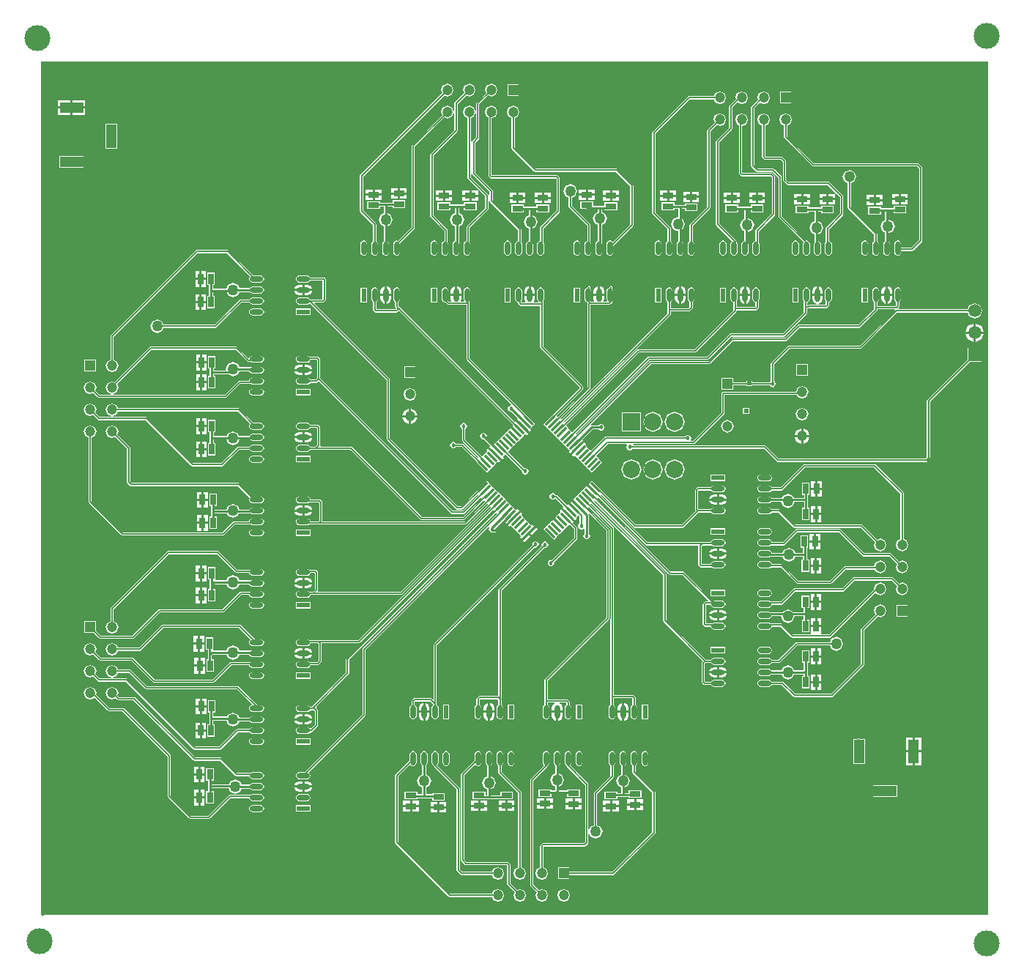
<source format=gtl>
G04*
G04 #@! TF.GenerationSoftware,Altium Limited,Altium Designer,19.1.5 (86)*
G04*
G04 Layer_Physical_Order=1*
G04 Layer_Color=255*
%FSLAX44Y44*%
%MOMM*%
G71*
G01*
G75*
%ADD12C,0.2540*%
%ADD13R,1.3000X0.7000*%
%ADD14R,0.7000X1.3000*%
%ADD15R,0.6000X1.5500*%
%ADD16O,0.6000X1.5500*%
%ADD17R,1.5500X0.6000*%
%ADD18O,1.5500X0.6000*%
G04:AMPARAMS|DCode=19|XSize=0.25mm|YSize=1.55mm|CornerRadius=0mm|HoleSize=0mm|Usage=FLASHONLY|Rotation=315.000|XOffset=0mm|YOffset=0mm|HoleType=Round|Shape=Rectangle|*
%AMROTATEDRECTD19*
4,1,4,-0.6364,-0.4596,0.4596,0.6364,0.6364,0.4596,-0.4596,-0.6364,-0.6364,-0.4596,0.0*
%
%ADD19ROTATEDRECTD19*%

G04:AMPARAMS|DCode=20|XSize=0.25mm|YSize=1.55mm|CornerRadius=0mm|HoleSize=0mm|Usage=FLASHONLY|Rotation=45.000|XOffset=0mm|YOffset=0mm|HoleType=Round|Shape=Rectangle|*
%AMROTATEDRECTD20*
4,1,4,0.4596,-0.6364,-0.6364,0.4596,-0.4596,0.6364,0.6364,-0.4596,0.4596,-0.6364,0.0*
%
%ADD20ROTATEDRECTD20*%

G04:AMPARAMS|DCode=21|XSize=0.25mm|YSize=1.55mm|CornerRadius=0mm|HoleSize=0mm|Usage=FLASHONLY|Rotation=45.000|XOffset=0mm|YOffset=0mm|HoleType=Round|Shape=Round|*
%AMOVALD21*
21,1,1.3000,0.2500,0.0000,0.0000,135.0*
1,1,0.2500,0.4596,-0.4596*
1,1,0.2500,-0.4596,0.4596*
%
%ADD21OVALD21*%

%ADD22R,0.6000X0.5000*%
%ADD45C,0.1778*%
%ADD46R,1.2000X1.2000*%
%ADD47C,1.2000*%
%ADD48R,2.0000X2.0000*%
%ADD49C,2.0000*%
%ADD50C,3.0000*%
%ADD51R,1.5000X1.5000*%
%ADD52C,1.5000*%
%ADD53R,2.7000X1.2000*%
%ADD54R,1.2000X2.7000*%
%ADD55R,1.2000X1.2000*%
%ADD56C,0.4572*%
%ADD57C,1.2700*%
G36*
X1769110Y153670D02*
X678180D01*
X676910Y152400D01*
X674370Y154940D01*
Y1140460D01*
X1769110D01*
Y153670D01*
D02*
G37*
%LPC*%
G36*
X1227232Y1114202D02*
X1213708D01*
Y1100678D01*
X1227232D01*
Y1114202D01*
D02*
G37*
G36*
X1195070Y1114759D02*
X1189895Y1112615D01*
X1187751Y1107440D01*
X1189154Y1104052D01*
X1178216Y1093114D01*
X1177693Y1091850D01*
Y1083659D01*
X1176423Y1083407D01*
X1174845Y1087215D01*
X1169670Y1089359D01*
X1164495Y1087215D01*
X1162351Y1082040D01*
X1164495Y1076865D01*
X1167883Y1075461D01*
Y1005840D01*
X1168406Y1004576D01*
X1180872Y992110D01*
X1179977Y991210D01*
X1178711Y991210D01*
X1172210D01*
Y986440D01*
X1179980D01*
Y989940D01*
X1179980Y991207D01*
X1180880Y992102D01*
X1188203Y984780D01*
Y971323D01*
X1167136Y950257D01*
X1166613Y948993D01*
Y933168D01*
X1164251Y932189D01*
X1163058Y929310D01*
Y919810D01*
X1164251Y916931D01*
X1167130Y915738D01*
X1170009Y916931D01*
X1171202Y919810D01*
Y929310D01*
X1170187Y931760D01*
Y948253D01*
X1191254Y969320D01*
X1191777Y970583D01*
Y985520D01*
X1191254Y986784D01*
X1171457Y1006580D01*
Y1075461D01*
X1174845Y1076865D01*
X1176423Y1080673D01*
X1177693Y1080421D01*
Y1052736D01*
X1173486Y1048529D01*
X1172963Y1047266D01*
Y1010920D01*
X1173486Y1009656D01*
X1193283Y989860D01*
Y979170D01*
X1193806Y977906D01*
X1226303Y945410D01*
Y933168D01*
X1223941Y932189D01*
X1222748Y929310D01*
Y919810D01*
X1223941Y916931D01*
X1226820Y915738D01*
X1229699Y916931D01*
X1230892Y919810D01*
Y929310D01*
X1229877Y931760D01*
Y946150D01*
X1229354Y947414D01*
X1196857Y979910D01*
Y990600D01*
X1196334Y991864D01*
X1176537Y1011660D01*
Y1046526D01*
X1180744Y1050732D01*
X1181267Y1051996D01*
Y1091110D01*
X1191682Y1101524D01*
X1195070Y1100121D01*
X1200245Y1102265D01*
X1202389Y1107440D01*
X1200245Y1112615D01*
X1195070Y1114759D01*
D02*
G37*
G36*
X1169670D02*
X1164495Y1112615D01*
X1162351Y1107440D01*
X1163754Y1104052D01*
X1153166Y1093464D01*
X1152643Y1092200D01*
Y1083693D01*
X1152005Y1082687D01*
X1152005D01*
Y1082688D01*
X1151373Y1082562D01*
X1151314Y1082703D01*
X1149445Y1087215D01*
X1144270Y1089359D01*
X1139095Y1087215D01*
X1136951Y1082040D01*
X1138354Y1078652D01*
X1103636Y1043934D01*
X1103113Y1042670D01*
Y949100D01*
X1086942Y932930D01*
X1085850Y933382D01*
X1082971Y932189D01*
X1081778Y929310D01*
Y919810D01*
X1082971Y916931D01*
X1085850Y915738D01*
X1088729Y916931D01*
X1089922Y919810D01*
Y929310D01*
X1089470Y930402D01*
X1106164Y947096D01*
X1106687Y948360D01*
Y1041930D01*
X1140882Y1076124D01*
X1144270Y1074721D01*
X1149445Y1076865D01*
X1151314Y1081377D01*
X1151373Y1081518D01*
X1152005Y1081393D01*
Y1081393D01*
X1152005Y1081393D01*
X1152643Y1080387D01*
Y1061190D01*
X1125226Y1033774D01*
X1124703Y1032510D01*
Y961693D01*
X1125226Y960430D01*
X1141213Y944443D01*
Y933168D01*
X1138851Y932189D01*
X1137658Y929310D01*
Y919810D01*
X1138851Y916931D01*
X1141730Y915738D01*
X1144609Y916931D01*
X1145802Y919810D01*
Y929310D01*
X1144787Y931760D01*
Y945183D01*
X1144264Y946447D01*
X1128277Y962433D01*
Y1031770D01*
X1155694Y1059186D01*
X1156217Y1060450D01*
Y1091460D01*
X1166282Y1101524D01*
X1169670Y1100121D01*
X1174845Y1102265D01*
X1176989Y1107440D01*
X1174845Y1112615D01*
X1169670Y1114759D01*
D02*
G37*
G36*
X1144270D02*
X1139095Y1112615D01*
X1136951Y1107440D01*
X1138354Y1104052D01*
X1043946Y1009644D01*
X1043423Y1008380D01*
Y967408D01*
X1043946Y966144D01*
X1058663Y951428D01*
Y932642D01*
X1057571Y932189D01*
X1056378Y929310D01*
Y919810D01*
X1057571Y916931D01*
X1060450Y915738D01*
X1063329Y916931D01*
X1064522Y919810D01*
Y929310D01*
X1063329Y932189D01*
X1062237Y932642D01*
Y952168D01*
X1061714Y953432D01*
X1046997Y968148D01*
Y1007640D01*
X1140882Y1101524D01*
X1144270Y1100121D01*
X1149445Y1102265D01*
X1151589Y1107440D01*
X1149445Y1112615D01*
X1144270Y1114759D01*
D02*
G37*
G36*
X1542192Y1105312D02*
X1528668D01*
Y1091788D01*
X1542192D01*
Y1105312D01*
D02*
G37*
G36*
X1510030Y1105869D02*
X1504855Y1103725D01*
X1502711Y1098550D01*
X1503742Y1096060D01*
X1496066Y1088384D01*
X1495543Y1087120D01*
Y1019810D01*
X1496066Y1018546D01*
X1501146Y1013466D01*
X1502410Y1012943D01*
X1520284D01*
X1527293Y1005934D01*
Y961060D01*
X1527816Y959796D01*
X1556313Y931300D01*
X1555488Y929310D01*
Y919810D01*
X1556681Y916931D01*
X1559560Y915738D01*
X1562439Y916931D01*
X1563632Y919810D01*
Y929310D01*
X1562439Y932189D01*
X1559560Y933382D01*
X1559366Y933301D01*
X1530867Y961800D01*
Y1006674D01*
X1530344Y1007938D01*
X1522288Y1015994D01*
X1521024Y1016517D01*
X1503150D01*
X1499117Y1020550D01*
Y1086380D01*
X1505744Y1093006D01*
X1510030Y1091231D01*
X1515205Y1093375D01*
X1517349Y1098550D01*
X1515205Y1103725D01*
X1510030Y1105869D01*
D02*
G37*
G36*
X1484630D02*
X1479455Y1103725D01*
X1477311Y1098550D01*
X1477970Y1096958D01*
X1470666Y1089654D01*
X1470143Y1088390D01*
Y1063730D01*
X1455426Y1049014D01*
X1454903Y1047750D01*
Y952170D01*
X1455426Y950906D01*
X1473073Y933259D01*
X1472861Y932189D01*
X1471668Y929310D01*
Y919810D01*
X1472861Y916931D01*
X1475740Y915738D01*
X1478619Y916931D01*
X1479812Y919810D01*
Y929310D01*
X1478797Y931760D01*
Y931850D01*
X1478274Y933114D01*
X1458477Y952910D01*
Y1047010D01*
X1473194Y1061726D01*
X1473717Y1062990D01*
Y1087650D01*
X1479444Y1093377D01*
X1479455Y1093375D01*
X1484630Y1091231D01*
X1489805Y1093375D01*
X1491949Y1098550D01*
X1489805Y1103725D01*
X1484630Y1105869D01*
D02*
G37*
G36*
X1459230D02*
X1454055Y1103725D01*
X1452651Y1100337D01*
X1423670D01*
X1422406Y1099814D01*
X1381766Y1059174D01*
X1381243Y1057910D01*
Y965200D01*
X1381766Y963936D01*
X1399023Y946680D01*
Y932642D01*
X1397931Y932189D01*
X1396738Y929310D01*
Y919810D01*
X1397931Y916931D01*
X1400810Y915738D01*
X1403689Y916931D01*
X1404882Y919810D01*
Y929310D01*
X1403689Y932189D01*
X1402597Y932642D01*
Y947420D01*
X1402074Y948684D01*
X1384817Y965940D01*
Y1057170D01*
X1424410Y1096763D01*
X1452651D01*
X1454055Y1093375D01*
X1459230Y1091231D01*
X1464405Y1093375D01*
X1466549Y1098550D01*
X1464405Y1103725D01*
X1459230Y1105869D01*
D02*
G37*
G36*
X725970Y1095590D02*
X711200D01*
Y1088320D01*
X725970D01*
Y1095590D01*
D02*
G37*
G36*
X708660D02*
X693890D01*
Y1088320D01*
X708660D01*
Y1095590D01*
D02*
G37*
G36*
X725970Y1085780D02*
X711200D01*
Y1078510D01*
X725970D01*
Y1085780D01*
D02*
G37*
G36*
X708660D02*
X693890D01*
Y1078510D01*
X708660D01*
Y1085780D01*
D02*
G37*
G36*
X1459230Y1080469D02*
X1454055Y1078325D01*
X1451911Y1073150D01*
X1453314Y1069762D01*
X1445266Y1061714D01*
X1444743Y1060450D01*
Y972290D01*
X1424946Y952494D01*
X1424423Y951230D01*
Y932642D01*
X1423331Y932189D01*
X1422138Y929310D01*
Y919810D01*
X1423331Y916931D01*
X1426210Y915738D01*
X1429089Y916931D01*
X1430282Y919810D01*
Y929310D01*
X1429089Y932189D01*
X1427997Y932642D01*
Y950490D01*
X1447794Y970286D01*
X1448317Y971550D01*
Y1059710D01*
X1455842Y1067234D01*
X1459230Y1065831D01*
X1464405Y1067975D01*
X1466549Y1073150D01*
X1464405Y1078325D01*
X1459230Y1080469D01*
D02*
G37*
G36*
X762692Y1068312D02*
X749168D01*
Y1039788D01*
X762692D01*
Y1068312D01*
D02*
G37*
G36*
X724192Y1030812D02*
X695668D01*
Y1017288D01*
X724192D01*
Y1030812D01*
D02*
G37*
G36*
X1097430Y993750D02*
X1089660D01*
Y988980D01*
X1097430D01*
Y993750D01*
D02*
G37*
G36*
X1087120D02*
X1079350D01*
Y988980D01*
X1087120D01*
Y993750D01*
D02*
G37*
G36*
X1314600Y992480D02*
X1306830D01*
Y987710D01*
X1314600D01*
Y992480D01*
D02*
G37*
G36*
X1068220D02*
X1060450D01*
Y987710D01*
X1068220D01*
Y992480D01*
D02*
G37*
G36*
X1057910D02*
X1050140D01*
Y987710D01*
X1057910D01*
Y992480D01*
D02*
G37*
G36*
X1304290D02*
X1296520D01*
Y987710D01*
X1304290D01*
Y992480D01*
D02*
G37*
G36*
X1408580Y991210D02*
X1400810D01*
Y986440D01*
X1408580D01*
Y991210D01*
D02*
G37*
G36*
X1342540D02*
X1334770D01*
Y986440D01*
X1342540D01*
Y991210D01*
D02*
G37*
G36*
X1149500D02*
X1141730D01*
Y986440D01*
X1149500D01*
Y991210D01*
D02*
G37*
G36*
X1332230D02*
X1324460D01*
Y986440D01*
X1332230D01*
Y991210D01*
D02*
G37*
G36*
X1169670D02*
X1161900D01*
Y986440D01*
X1169670D01*
Y991210D01*
D02*
G37*
G36*
X1139190D02*
X1131420D01*
Y986440D01*
X1139190D01*
Y991210D01*
D02*
G37*
G36*
X1398270D02*
X1390500D01*
Y986440D01*
X1398270D01*
Y991210D01*
D02*
G37*
G36*
X1435250Y989940D02*
X1427480D01*
Y985170D01*
X1435250D01*
Y989940D01*
D02*
G37*
G36*
X1424940D02*
X1417170D01*
Y985170D01*
X1424940D01*
Y989940D01*
D02*
G37*
G36*
X1511450Y988670D02*
X1503680D01*
Y983900D01*
X1511450D01*
Y988670D01*
D02*
G37*
G36*
X1482240D02*
X1474470D01*
Y983900D01*
X1482240D01*
Y988670D01*
D02*
G37*
G36*
X1263800D02*
X1256030D01*
Y983900D01*
X1263800D01*
Y988670D01*
D02*
G37*
G36*
X1234590D02*
X1226820D01*
Y983900D01*
X1234590D01*
Y988670D01*
D02*
G37*
G36*
X1501140D02*
X1493370D01*
Y983900D01*
X1501140D01*
Y988670D01*
D02*
G37*
G36*
X1224280D02*
X1216510D01*
Y983900D01*
X1224280D01*
Y988670D01*
D02*
G37*
G36*
X1471930D02*
X1464160D01*
Y983900D01*
X1471930D01*
Y988670D01*
D02*
G37*
G36*
X1253490D02*
X1245720D01*
Y983900D01*
X1253490D01*
Y988670D01*
D02*
G37*
G36*
X1676550Y987400D02*
X1668780D01*
Y982630D01*
X1676550D01*
Y987400D01*
D02*
G37*
G36*
X1563520D02*
X1555750D01*
Y982630D01*
X1563520D01*
Y987400D01*
D02*
G37*
G36*
X1553210D02*
X1545440D01*
Y982630D01*
X1553210D01*
Y987400D01*
D02*
G37*
G36*
X1666240D02*
X1658470D01*
Y982630D01*
X1666240D01*
Y987400D01*
D02*
G37*
G36*
X1582420D02*
X1574650D01*
Y982630D01*
X1582420D01*
Y987400D01*
D02*
G37*
G36*
X1097430Y986440D02*
X1089660D01*
Y981670D01*
X1097430D01*
Y986440D01*
D02*
G37*
G36*
X1087120D02*
X1079350D01*
Y981670D01*
X1087120D01*
Y986440D01*
D02*
G37*
G36*
X1647340Y986130D02*
X1639570D01*
Y981360D01*
X1647340D01*
Y986130D01*
D02*
G37*
G36*
X1637030D02*
X1629260D01*
Y981360D01*
X1637030D01*
Y986130D01*
D02*
G37*
G36*
X1314600Y985170D02*
X1306830D01*
Y980400D01*
X1314600D01*
Y985170D01*
D02*
G37*
G36*
X1304290D02*
X1296520D01*
Y980400D01*
X1304290D01*
Y985170D01*
D02*
G37*
G36*
X1068220D02*
X1060450D01*
Y980400D01*
X1068220D01*
Y985170D01*
D02*
G37*
G36*
X1057910D02*
X1050140D01*
Y980400D01*
X1057910D01*
Y985170D01*
D02*
G37*
G36*
X1408580Y983900D02*
X1400810D01*
Y979130D01*
X1408580D01*
Y983900D01*
D02*
G37*
G36*
X1398270D02*
X1390500D01*
Y979130D01*
X1398270D01*
Y983900D01*
D02*
G37*
G36*
X1342540D02*
X1334770D01*
Y979130D01*
X1342540D01*
Y983900D01*
D02*
G37*
G36*
X1332230D02*
X1324460D01*
Y979130D01*
X1332230D01*
Y983900D01*
D02*
G37*
G36*
X1179980D02*
X1172210D01*
Y979130D01*
X1179980D01*
Y983900D01*
D02*
G37*
G36*
X1169670D02*
X1161900D01*
Y979130D01*
X1169670D01*
Y983900D01*
D02*
G37*
G36*
X1149500D02*
X1141730D01*
Y979130D01*
X1149500D01*
Y983900D01*
D02*
G37*
G36*
X1139190D02*
X1131420D01*
Y979130D01*
X1139190D01*
Y983900D01*
D02*
G37*
G36*
X1435250Y982630D02*
X1427480D01*
Y977860D01*
X1435250D01*
Y982630D01*
D02*
G37*
G36*
X1424940D02*
X1417170D01*
Y977860D01*
X1424940D01*
Y982630D01*
D02*
G37*
G36*
X1095652Y979972D02*
X1081128D01*
Y977274D01*
X1066442D01*
Y978702D01*
X1051918D01*
Y970178D01*
X1066442D01*
Y972876D01*
X1070951D01*
Y964917D01*
X1067318Y963412D01*
X1064902Y957580D01*
X1067318Y951748D01*
X1070951Y950243D01*
Y932471D01*
X1070271Y932189D01*
X1069078Y929310D01*
Y919810D01*
X1070271Y916931D01*
X1073150Y915738D01*
X1076029Y916931D01*
X1077222Y919810D01*
Y929310D01*
X1076029Y932189D01*
X1075349Y932471D01*
Y950243D01*
X1078982Y951748D01*
X1081398Y957580D01*
X1078982Y963412D01*
X1075349Y964917D01*
Y972876D01*
X1081128D01*
Y971448D01*
X1095652D01*
Y979972D01*
D02*
G37*
G36*
X1511450Y981360D02*
X1503680D01*
Y976590D01*
X1511450D01*
Y981360D01*
D02*
G37*
G36*
X1501140D02*
X1493370D01*
Y976590D01*
X1501140D01*
Y981360D01*
D02*
G37*
G36*
X1482240D02*
X1474470D01*
Y976590D01*
X1482240D01*
Y981360D01*
D02*
G37*
G36*
X1471930D02*
X1464160D01*
Y976590D01*
X1471930D01*
Y981360D01*
D02*
G37*
G36*
X1263800D02*
X1256030D01*
Y976590D01*
X1263800D01*
Y981360D01*
D02*
G37*
G36*
X1253490D02*
X1245720D01*
Y976590D01*
X1253490D01*
Y981360D01*
D02*
G37*
G36*
X1234590D02*
X1226820D01*
Y976590D01*
X1234590D01*
Y981360D01*
D02*
G37*
G36*
X1224280D02*
X1216510D01*
Y976590D01*
X1224280D01*
Y981360D01*
D02*
G37*
G36*
X1178202Y977432D02*
X1163678D01*
Y975369D01*
X1147722D01*
Y977432D01*
X1133198D01*
Y968908D01*
X1147722D01*
Y970971D01*
X1153501D01*
Y964917D01*
X1149868Y963412D01*
X1147452Y957580D01*
X1149868Y951748D01*
X1153501Y950243D01*
Y932997D01*
X1151551Y932189D01*
X1150358Y929310D01*
Y919810D01*
X1151551Y916931D01*
X1154430Y915738D01*
X1157309Y916931D01*
X1158502Y919810D01*
Y929310D01*
X1157899Y930765D01*
Y950243D01*
X1161532Y951748D01*
X1163948Y957580D01*
X1161532Y963412D01*
X1157899Y964917D01*
Y970971D01*
X1163678D01*
Y968908D01*
X1178202D01*
Y977432D01*
D02*
G37*
G36*
X1676550Y980090D02*
X1668780D01*
Y975320D01*
X1676550D01*
Y980090D01*
D02*
G37*
G36*
X1666240D02*
X1658470D01*
Y975320D01*
X1666240D01*
Y980090D01*
D02*
G37*
G36*
X1592730D02*
X1584960D01*
Y975320D01*
X1592730D01*
Y980090D01*
D02*
G37*
G36*
X1582420D02*
X1574650D01*
Y975320D01*
X1582420D01*
Y980090D01*
D02*
G37*
G36*
X1563520D02*
X1555750D01*
Y975320D01*
X1563520D01*
Y980090D01*
D02*
G37*
G36*
X1553210D02*
X1545440D01*
Y975320D01*
X1553210D01*
Y980090D01*
D02*
G37*
G36*
X1647340Y978820D02*
X1639570D01*
Y974050D01*
X1647340D01*
Y978820D01*
D02*
G37*
G36*
X1637030D02*
X1629260D01*
Y974050D01*
X1637030D01*
Y978820D01*
D02*
G37*
G36*
X1509672Y974892D02*
X1495148D01*
Y972829D01*
X1480462D01*
Y974892D01*
X1465938D01*
Y966368D01*
X1480462D01*
Y968431D01*
X1487511D01*
Y958041D01*
X1485148Y957062D01*
X1482732Y951230D01*
X1485148Y945398D01*
X1487511Y944419D01*
Y932997D01*
X1485561Y932189D01*
X1484368Y929310D01*
Y919810D01*
X1485561Y916931D01*
X1488440Y915738D01*
X1491319Y916931D01*
X1492512Y919810D01*
Y929310D01*
X1491909Y930765D01*
Y943367D01*
X1496812Y945398D01*
X1499228Y951230D01*
X1496812Y957062D01*
X1491909Y959093D01*
Y968431D01*
X1495148D01*
Y966368D01*
X1509672D01*
Y974892D01*
D02*
G37*
G36*
X1262022D02*
X1247498D01*
Y972829D01*
X1232812D01*
Y974892D01*
X1218288D01*
Y966368D01*
X1232812D01*
Y968431D01*
X1238591D01*
Y962377D01*
X1234958Y960872D01*
X1232542Y955040D01*
X1234958Y949208D01*
X1238591Y947703D01*
Y932997D01*
X1236641Y932189D01*
X1235448Y929310D01*
Y919810D01*
X1236641Y916931D01*
X1239520Y915738D01*
X1242399Y916931D01*
X1243592Y919810D01*
Y929310D01*
X1242989Y930765D01*
Y947703D01*
X1246622Y949208D01*
X1249038Y955040D01*
X1246622Y960872D01*
X1242989Y962377D01*
Y968431D01*
X1247498D01*
Y966368D01*
X1262022D01*
Y974892D01*
D02*
G37*
G36*
X1590952Y973622D02*
X1576428D01*
Y971559D01*
X1561742D01*
Y973622D01*
X1547218D01*
Y965098D01*
X1561742D01*
Y967161D01*
X1568791D01*
Y955567D01*
X1565158Y954062D01*
X1562742Y948230D01*
X1565158Y942398D01*
X1568791Y940893D01*
Y930765D01*
X1568188Y929310D01*
Y919810D01*
X1569381Y916931D01*
X1572260Y915738D01*
X1575139Y916931D01*
X1576332Y919810D01*
Y929310D01*
X1575139Y932189D01*
X1573189Y932997D01*
Y940893D01*
X1576822Y942398D01*
X1579238Y948230D01*
X1576822Y954062D01*
X1573189Y955567D01*
Y967161D01*
X1576428D01*
Y965098D01*
X1590952D01*
Y973622D01*
D02*
G37*
G36*
X1674772D02*
X1660248D01*
Y970924D01*
X1645562D01*
Y972352D01*
X1631038D01*
Y963828D01*
X1645562D01*
Y966526D01*
X1650071D01*
Y956771D01*
X1647708Y955792D01*
X1645292Y949960D01*
X1647708Y944128D01*
X1650071Y943149D01*
Y932471D01*
X1649391Y932189D01*
X1648198Y929310D01*
Y919810D01*
X1649391Y916931D01*
X1652270Y915738D01*
X1655149Y916931D01*
X1656342Y919810D01*
Y929310D01*
X1655149Y932189D01*
X1654469Y932471D01*
Y942097D01*
X1659372Y944128D01*
X1661788Y949960D01*
X1659372Y955792D01*
X1654469Y957823D01*
Y966526D01*
X1660248D01*
Y965098D01*
X1674772D01*
Y973622D01*
D02*
G37*
G36*
X1312822Y978702D02*
X1298298D01*
Y970178D01*
X1303863D01*
X1304005Y969837D01*
X1305560Y969193D01*
X1318601D01*
Y966187D01*
X1314968Y964682D01*
X1312552Y958850D01*
X1314968Y953018D01*
X1318601Y951513D01*
Y932997D01*
X1316651Y932189D01*
X1315458Y929310D01*
Y919810D01*
X1316651Y916931D01*
X1319530Y915738D01*
X1322409Y916931D01*
X1323602Y919810D01*
Y929310D01*
X1322969Y930837D01*
X1322999Y930910D01*
Y951513D01*
X1326632Y953018D01*
X1329048Y958850D01*
X1326632Y964682D01*
X1322999Y966187D01*
Y969193D01*
X1326238D01*
Y968908D01*
X1340762D01*
Y977432D01*
X1326238D01*
Y973591D01*
X1312822D01*
Y978702D01*
D02*
G37*
G36*
X1406802Y977432D02*
X1392278D01*
Y968908D01*
X1406802D01*
Y970336D01*
X1411311D01*
Y960975D01*
X1410970Y960748D01*
X1405138Y958332D01*
X1402722Y952500D01*
X1405138Y946668D01*
X1410970Y944252D01*
X1411311Y944025D01*
Y932471D01*
X1410631Y932189D01*
X1409438Y929310D01*
Y919810D01*
X1410631Y916931D01*
X1413510Y915738D01*
X1416389Y916931D01*
X1417582Y919810D01*
Y929310D01*
X1416389Y932189D01*
X1415709Y932471D01*
Y946215D01*
X1416802Y946668D01*
X1419218Y952500D01*
X1416802Y958332D01*
X1415709Y958785D01*
Y970336D01*
X1418948D01*
Y967638D01*
X1433472D01*
Y976162D01*
X1418948D01*
Y974734D01*
X1406802D01*
Y977432D01*
D02*
G37*
G36*
X1220470Y1089359D02*
X1215295Y1087215D01*
X1213151Y1082040D01*
X1215295Y1076865D01*
X1218683Y1075461D01*
Y1040130D01*
X1219206Y1038866D01*
X1244606Y1013466D01*
X1245870Y1012943D01*
X1339110D01*
X1355843Y996210D01*
Y951970D01*
X1335904Y932031D01*
X1335109Y932189D01*
X1332230Y933382D01*
X1329351Y932189D01*
X1328158Y929310D01*
Y919810D01*
X1329351Y916931D01*
X1332230Y915738D01*
X1335109Y916931D01*
X1336302Y919810D01*
Y927375D01*
X1358894Y949966D01*
X1359417Y951230D01*
Y996950D01*
X1358894Y998214D01*
X1341114Y1015994D01*
X1339850Y1016517D01*
X1246610D01*
X1222257Y1040870D01*
Y1075461D01*
X1225645Y1076865D01*
X1227789Y1082040D01*
X1225645Y1087215D01*
X1220470Y1089359D01*
D02*
G37*
G36*
X1535430Y1080469D02*
X1530255Y1078325D01*
X1528111Y1073150D01*
X1530255Y1067975D01*
X1533643Y1066571D01*
Y1052830D01*
X1534166Y1051566D01*
X1565916Y1019816D01*
X1567180Y1019293D01*
X1687090D01*
X1689853Y1016530D01*
Y934190D01*
X1680740Y925077D01*
X1669042D01*
Y929310D01*
X1667849Y932189D01*
X1664970Y933382D01*
X1662091Y932189D01*
X1660898Y929310D01*
Y919810D01*
X1662091Y916931D01*
X1664970Y915738D01*
X1667849Y916931D01*
X1669042Y919810D01*
Y921503D01*
X1681480D01*
X1682744Y922026D01*
X1692904Y932186D01*
X1693427Y933450D01*
Y1017270D01*
X1692904Y1018534D01*
X1689094Y1022344D01*
X1687830Y1022867D01*
X1567920D01*
X1537217Y1053570D01*
Y1066571D01*
X1540605Y1067975D01*
X1542749Y1073150D01*
X1540605Y1078325D01*
X1535430Y1080469D01*
D02*
G37*
G36*
X1609090Y1015358D02*
X1603258Y1012942D01*
X1600842Y1007110D01*
X1603258Y1001278D01*
X1607303Y999602D01*
Y971550D01*
X1607826Y970286D01*
X1637783Y940330D01*
Y932642D01*
X1636691Y932189D01*
X1635498Y929310D01*
Y919810D01*
X1636691Y916931D01*
X1639570Y915738D01*
X1642449Y916931D01*
X1643642Y919810D01*
Y929310D01*
X1642449Y932189D01*
X1641357Y932642D01*
Y941070D01*
X1640834Y942334D01*
X1610877Y972290D01*
Y999602D01*
X1614922Y1001278D01*
X1617338Y1007110D01*
X1614922Y1012942D01*
X1609090Y1015358D01*
D02*
G37*
G36*
X1626870Y933382D02*
X1623991Y932189D01*
X1622798Y929310D01*
Y919810D01*
X1623991Y916931D01*
X1626870Y915738D01*
X1629749Y916931D01*
X1630942Y919810D01*
Y929310D01*
X1629749Y932189D01*
X1626870Y933382D01*
D02*
G37*
G36*
X1510030Y1080469D02*
X1504855Y1078325D01*
X1502711Y1073150D01*
X1504855Y1067975D01*
X1508243Y1066571D01*
Y1030188D01*
X1508766Y1028924D01*
X1510254Y1027436D01*
X1511518Y1026913D01*
X1529610D01*
X1532373Y1024150D01*
Y1003300D01*
X1532896Y1002036D01*
X1536706Y998226D01*
X1537970Y997703D01*
X1584220D01*
X1593622Y988300D01*
X1592727Y987400D01*
X1591461Y987400D01*
X1584960D01*
Y982630D01*
X1592730D01*
Y986130D01*
X1592730Y987397D01*
X1593630Y988292D01*
X1598413Y983510D01*
Y964670D01*
X1582426Y948684D01*
X1581903Y947420D01*
Y931760D01*
X1580888Y929310D01*
Y919810D01*
X1582081Y916931D01*
X1584960Y915738D01*
X1587839Y916931D01*
X1589032Y919810D01*
Y929310D01*
X1587839Y932189D01*
X1585477Y933168D01*
Y946680D01*
X1601464Y962666D01*
X1601987Y963930D01*
Y984250D01*
X1601464Y985514D01*
X1586224Y1000754D01*
X1584960Y1001277D01*
X1538710D01*
X1535947Y1004040D01*
Y1024890D01*
X1535424Y1026154D01*
X1531614Y1029964D01*
X1530350Y1030487D01*
X1512258D01*
X1511817Y1030928D01*
Y1066571D01*
X1515205Y1067975D01*
X1517349Y1073150D01*
X1515205Y1078325D01*
X1510030Y1080469D01*
D02*
G37*
G36*
X1546860Y933382D02*
X1543981Y932189D01*
X1542788Y929310D01*
Y919810D01*
X1543981Y916931D01*
X1546860Y915738D01*
X1549739Y916931D01*
X1550932Y919810D01*
Y929310D01*
X1549739Y932189D01*
X1546860Y933382D01*
D02*
G37*
G36*
X1484630Y1080469D02*
X1479455Y1078325D01*
X1477311Y1073150D01*
X1479455Y1067975D01*
X1481573Y1067097D01*
Y1011138D01*
X1482096Y1009874D01*
X1483584Y1008386D01*
X1484848Y1007863D01*
X1518180D01*
X1519673Y1006370D01*
Y964670D01*
X1501146Y946144D01*
X1500623Y944880D01*
Y933168D01*
X1498261Y932189D01*
X1497068Y929310D01*
Y919810D01*
X1498261Y916931D01*
X1501140Y915738D01*
X1504019Y916931D01*
X1505212Y919810D01*
Y929310D01*
X1504197Y931760D01*
Y944140D01*
X1522724Y962666D01*
X1523247Y963930D01*
Y1007110D01*
X1522724Y1008374D01*
X1520184Y1010914D01*
X1518920Y1011437D01*
X1485588D01*
X1485147Y1011878D01*
Y1066045D01*
X1489805Y1067975D01*
X1491949Y1073150D01*
X1489805Y1078325D01*
X1484630Y1080469D01*
D02*
G37*
G36*
X1463040Y933382D02*
X1460161Y932189D01*
X1458968Y929310D01*
Y919810D01*
X1460161Y916931D01*
X1463040Y915738D01*
X1465919Y916931D01*
X1467112Y919810D01*
Y929310D01*
X1465919Y932189D01*
X1463040Y933382D01*
D02*
G37*
G36*
X1388110D02*
X1385231Y932189D01*
X1384038Y929310D01*
Y919810D01*
X1385231Y916931D01*
X1388110Y915738D01*
X1390989Y916931D01*
X1392182Y919810D01*
Y929310D01*
X1390989Y932189D01*
X1388110Y933382D01*
D02*
G37*
G36*
X1286510Y998848D02*
X1280678Y996432D01*
X1278262Y990600D01*
X1280678Y984768D01*
X1284723Y983092D01*
Y972820D01*
X1285246Y971556D01*
X1306313Y950490D01*
Y933168D01*
X1303951Y932189D01*
X1302758Y929310D01*
Y919810D01*
X1303951Y916931D01*
X1306830Y915738D01*
X1309709Y916931D01*
X1310902Y919810D01*
Y929310D01*
X1309887Y931760D01*
Y951230D01*
X1309364Y952494D01*
X1288297Y973560D01*
Y983092D01*
X1292342Y984768D01*
X1294758Y990600D01*
X1292342Y996432D01*
X1286510Y998848D01*
D02*
G37*
G36*
X1294130Y933382D02*
X1291251Y932189D01*
X1290058Y929310D01*
Y919810D01*
X1291251Y916931D01*
X1294130Y915738D01*
X1297009Y916931D01*
X1298202Y919810D01*
Y929310D01*
X1297009Y932189D01*
X1294130Y933382D01*
D02*
G37*
G36*
X1195070Y1089359D02*
X1189895Y1087215D01*
X1187751Y1082040D01*
X1189895Y1076865D01*
X1192013Y1075987D01*
Y1008598D01*
X1192536Y1007334D01*
X1194024Y1005846D01*
X1195288Y1005323D01*
X1270312D01*
X1270753Y1004882D01*
Y968148D01*
X1252226Y949622D01*
X1251703Y948358D01*
Y933168D01*
X1249341Y932189D01*
X1248148Y929310D01*
Y919810D01*
X1249341Y916931D01*
X1252220Y915738D01*
X1255099Y916931D01*
X1256292Y919810D01*
Y929310D01*
X1255277Y931760D01*
Y947618D01*
X1273804Y966144D01*
X1274327Y967408D01*
Y1005622D01*
X1273804Y1006886D01*
X1272316Y1008374D01*
X1271052Y1008897D01*
X1196028D01*
X1195587Y1009338D01*
Y1074935D01*
X1200245Y1076865D01*
X1202389Y1082040D01*
X1200245Y1087215D01*
X1195070Y1089359D01*
D02*
G37*
G36*
X1214120Y933382D02*
X1211241Y932189D01*
X1210048Y929310D01*
Y919810D01*
X1211241Y916931D01*
X1214120Y915738D01*
X1216999Y916931D01*
X1218192Y919810D01*
Y929310D01*
X1216999Y932189D01*
X1214120Y933382D01*
D02*
G37*
G36*
X1129030D02*
X1126151Y932189D01*
X1124958Y929310D01*
Y919810D01*
X1126151Y916931D01*
X1129030Y915738D01*
X1131909Y916931D01*
X1133102Y919810D01*
Y929310D01*
X1131909Y932189D01*
X1129030Y933382D01*
D02*
G37*
G36*
X1047750D02*
X1044871Y932189D01*
X1043678Y929310D01*
Y919810D01*
X1044871Y916931D01*
X1047750Y915738D01*
X1050629Y916931D01*
X1051822Y919810D01*
Y929310D01*
X1050629Y932189D01*
X1047750Y933382D01*
D02*
G37*
G36*
X865260Y898040D02*
X860490D01*
Y890270D01*
X865260D01*
Y898040D01*
D02*
G37*
G36*
X857950D02*
X853180D01*
Y890270D01*
X857950D01*
Y898040D01*
D02*
G37*
G36*
X890270Y922537D02*
X854710D01*
X853446Y922014D01*
X755656Y824224D01*
X755133Y822960D01*
Y795249D01*
X751745Y793845D01*
X749601Y788670D01*
X751745Y783495D01*
X756920Y781351D01*
X762095Y783495D01*
X764239Y788670D01*
X762095Y793845D01*
X758707Y795249D01*
Y822220D01*
X855450Y918963D01*
X889530D01*
X916328Y892165D01*
X916271Y891879D01*
X915078Y889000D01*
X916271Y886121D01*
X919150Y884928D01*
X928650D01*
X931529Y886121D01*
X932722Y889000D01*
X931529Y891879D01*
X928650Y893072D01*
X920475D01*
X891534Y922014D01*
X890270Y922537D01*
D02*
G37*
G36*
X865260Y887730D02*
X860490D01*
Y879960D01*
X865260D01*
Y887730D01*
D02*
G37*
G36*
X857950D02*
X853180D01*
Y879960D01*
X857950D01*
Y887730D01*
D02*
G37*
G36*
X982650Y882297D02*
X979170D01*
Y877570D01*
X988120D01*
X986890Y880540D01*
X982650Y882297D01*
D02*
G37*
G36*
X976630D02*
X973150D01*
X968910Y880540D01*
X967680Y877570D01*
X976630D01*
Y882297D01*
D02*
G37*
G36*
X875482Y896262D02*
X866958D01*
Y881738D01*
X869021D01*
Y869592D01*
X866958D01*
Y855068D01*
X875482D01*
Y869592D01*
X873419D01*
Y873466D01*
X889546D01*
X890788Y870468D01*
X896620Y868052D01*
X902452Y870468D01*
X903957Y874101D01*
X915989D01*
X916271Y873421D01*
X919150Y872228D01*
X928650D01*
X931529Y873421D01*
X932722Y876300D01*
X931529Y879179D01*
X928650Y880372D01*
X919150D01*
X916271Y879179D01*
X915989Y878499D01*
X903957D01*
X902452Y882132D01*
X896620Y884548D01*
X890788Y882132D01*
X889020Y877864D01*
X873419D01*
Y881738D01*
X875482D01*
Y896262D01*
D02*
G37*
G36*
X1653540Y880780D02*
Y871830D01*
X1658266D01*
Y875310D01*
X1656510Y879550D01*
X1653540Y880780D01*
D02*
G37*
G36*
X1573530D02*
Y871830D01*
X1578257D01*
Y875310D01*
X1576500Y879550D01*
X1573530Y880780D01*
D02*
G37*
G36*
X1489710D02*
Y871830D01*
X1494436D01*
Y875310D01*
X1492680Y879550D01*
X1489710Y880780D01*
D02*
G37*
G36*
X1414780D02*
Y871830D01*
X1419507D01*
Y875310D01*
X1417750Y879550D01*
X1414780Y880780D01*
D02*
G37*
G36*
X1320800D02*
Y871830D01*
X1325526D01*
Y875310D01*
X1323770Y879550D01*
X1320800Y880780D01*
D02*
G37*
G36*
X1240790D02*
Y871830D01*
X1245517D01*
Y875310D01*
X1243760Y879550D01*
X1240790Y880780D01*
D02*
G37*
G36*
X1155700D02*
Y871830D01*
X1160426D01*
Y875310D01*
X1158670Y879550D01*
X1155700Y880780D01*
D02*
G37*
G36*
X1074420D02*
Y871830D01*
X1079146D01*
Y875310D01*
X1077390Y879550D01*
X1074420Y880780D01*
D02*
G37*
G36*
X1412240D02*
X1409270Y879550D01*
X1407513Y875310D01*
Y871830D01*
X1412240D01*
Y880780D01*
D02*
G37*
G36*
X1318260D02*
X1315290Y879550D01*
X1313533Y875310D01*
Y871830D01*
X1318260D01*
Y880780D01*
D02*
G37*
G36*
X1487170D02*
X1484200Y879550D01*
X1482444Y875310D01*
Y871830D01*
X1487170D01*
Y880780D01*
D02*
G37*
G36*
X1238250D02*
X1235280Y879550D01*
X1233523Y875310D01*
Y871830D01*
X1238250D01*
Y880780D01*
D02*
G37*
G36*
X1153160D02*
X1150190Y879550D01*
X1148434Y875310D01*
Y871830D01*
X1153160D01*
Y880780D01*
D02*
G37*
G36*
X1651000D02*
X1648030Y879550D01*
X1646273Y875310D01*
Y871830D01*
X1651000D01*
Y880780D01*
D02*
G37*
G36*
X1570990D02*
X1568020Y879550D01*
X1566263Y875310D01*
Y871830D01*
X1570990D01*
Y880780D01*
D02*
G37*
G36*
X1071880D02*
X1068910Y879550D01*
X1067153Y875310D01*
Y871830D01*
X1071880D01*
Y880780D01*
D02*
G37*
G36*
X988120Y875030D02*
X979170D01*
Y870303D01*
X982650D01*
X986890Y872060D01*
X988120Y875030D01*
D02*
G37*
G36*
X976630D02*
X967680D01*
X968910Y872060D01*
X973150Y870303D01*
X976630D01*
Y875030D01*
D02*
G37*
G36*
X982650Y893072D02*
X973150D01*
X970271Y891879D01*
X969078Y889000D01*
X970271Y886121D01*
X973150Y884928D01*
X982650D01*
X985529Y886121D01*
X985982Y887213D01*
X1000243D01*
Y865828D01*
X999802Y865387D01*
X985982D01*
X985529Y866479D01*
X982650Y867672D01*
X973150D01*
X970271Y866479D01*
X969078Y863600D01*
X970271Y860721D01*
X973150Y859528D01*
X982650D01*
X985529Y860721D01*
X985815Y860778D01*
X1074320Y772273D01*
Y703997D01*
X1074844Y702734D01*
X1154436Y623141D01*
X1155700Y622617D01*
X1161129D01*
X1162393Y623141D01*
X1179679Y640427D01*
X1179919Y640333D01*
X1180227Y638845D01*
X1162493Y621111D01*
X1150733D01*
X997467Y774377D01*
Y796072D01*
X996944Y797336D01*
X995456Y798824D01*
X994192Y799347D01*
X985100D01*
X982650Y800362D01*
X973150D01*
X970271Y799169D01*
X969078Y796290D01*
X970271Y793411D01*
X973150Y792218D01*
X982650D01*
X985529Y793411D01*
X986508Y795773D01*
X993452D01*
X993893Y795332D01*
Y774377D01*
X992193Y772677D01*
X985982D01*
X985529Y773769D01*
X982650Y774962D01*
X973150D01*
X970271Y773769D01*
X969078Y770890D01*
X970271Y768011D01*
X973150Y766818D01*
X982650D01*
X985529Y768011D01*
X985982Y769103D01*
X992933D01*
X994197Y769626D01*
X995680Y771110D01*
X1148729Y618061D01*
X1149993Y617537D01*
X1163234D01*
X1164497Y618061D01*
X1183272Y636836D01*
X1183528Y636758D01*
X1183888Y635322D01*
X1162493Y613927D01*
X1114998D01*
X1034242Y694684D01*
X1032978Y695207D01*
X998194D01*
X997346Y696477D01*
X997467Y696770D01*
Y717332D01*
X996944Y718596D01*
X995456Y720084D01*
X994192Y720607D01*
X985982D01*
X985529Y721699D01*
X982650Y722892D01*
X973150D01*
X970271Y721699D01*
X969078Y718820D01*
X970271Y715941D01*
X973150Y714748D01*
X982650D01*
X985529Y715941D01*
X985982Y717033D01*
X993452D01*
X993893Y716592D01*
Y697510D01*
X991590Y695207D01*
X985982D01*
X985529Y696299D01*
X982650Y697492D01*
X973150D01*
X970271Y696299D01*
X969078Y693420D01*
X970271Y690541D01*
X973150Y689348D01*
X982650D01*
X985529Y690541D01*
X985982Y691633D01*
X1032238D01*
X1112995Y610876D01*
X1114258Y610353D01*
X1163234D01*
X1164497Y610876D01*
X1186856Y633235D01*
X1187132Y633177D01*
X1187544Y631794D01*
X1164598Y608847D01*
X1000007D01*
Y630972D01*
X999484Y632236D01*
X997996Y633724D01*
X996732Y634247D01*
X986508D01*
X985529Y636609D01*
X982650Y637802D01*
X973150D01*
X970271Y636609D01*
X969078Y633730D01*
X970271Y630851D01*
X973150Y629658D01*
X982650D01*
X985100Y630673D01*
X995992D01*
X996433Y630232D01*
Y609288D01*
X995992Y608847D01*
X986508D01*
X985529Y611209D01*
X982650Y612402D01*
X973150D01*
X970271Y611209D01*
X969078Y608330D01*
X970271Y605451D01*
X973150Y604258D01*
X982650D01*
X985100Y605273D01*
X1165338D01*
X1166601Y605796D01*
X1190450Y629645D01*
X1190744Y629606D01*
X1191200Y628265D01*
X1090502Y527567D01*
X995304D01*
X994809Y528315D01*
X994615Y528837D01*
X994927Y529590D01*
Y549692D01*
X994404Y550956D01*
X992916Y552444D01*
X991652Y552967D01*
X985100D01*
X982650Y553982D01*
X973150D01*
X970271Y552789D01*
X969078Y549910D01*
X970271Y547031D01*
X973150Y545838D01*
X982650D01*
X985529Y547031D01*
X986508Y549393D01*
X990912D01*
X991353Y548952D01*
Y530330D01*
X988590Y527567D01*
X985100D01*
X982650Y528582D01*
X973150D01*
X970271Y527389D01*
X969078Y524510D01*
X970271Y521631D01*
X973150Y520438D01*
X982650D01*
X985529Y521631D01*
X986508Y523993D01*
X1091242D01*
X1092505Y524516D01*
X1193921Y625932D01*
X1194631Y625772D01*
X1194909Y624790D01*
X1041806Y471687D01*
X985100D01*
X982650Y472702D01*
X973150D01*
X970271Y471509D01*
X969078Y468630D01*
X970271Y465751D01*
X973150Y464558D01*
X982650D01*
X985529Y465751D01*
X986508Y468113D01*
X994940D01*
X995381Y467672D01*
Y447998D01*
X993670Y446287D01*
X985100D01*
X982650Y447302D01*
X973150D01*
X970271Y446109D01*
X969078Y443230D01*
X970271Y440351D01*
X973150Y439158D01*
X982650D01*
X985529Y440351D01*
X986508Y442713D01*
X994410D01*
X995674Y443236D01*
X998431Y445994D01*
X998955Y447258D01*
Y468113D01*
X1042546D01*
X1043810Y468636D01*
X1197329Y622156D01*
X1198665Y621696D01*
X1198702Y621399D01*
X1027792Y450488D01*
X1027268Y449225D01*
Y434165D01*
X987431Y394329D01*
X987385Y394217D01*
X985982D01*
X985529Y395309D01*
X982650Y396502D01*
X973150D01*
X970271Y395309D01*
X969078Y392430D01*
X970271Y389551D01*
X973150Y388358D01*
X982650D01*
X985529Y389551D01*
X985982Y390643D01*
X989860D01*
X991353Y389150D01*
Y374120D01*
X986974Y369741D01*
X985529Y369909D01*
X982650Y371102D01*
X973150D01*
X970271Y369909D01*
X969078Y367030D01*
X970271Y364151D01*
X973150Y362958D01*
X982650D01*
X985529Y364151D01*
X985982Y365243D01*
X986790D01*
X988054Y365766D01*
X994404Y372116D01*
X994927Y373380D01*
Y389890D01*
X994404Y391154D01*
X992755Y392802D01*
X992753Y394595D01*
X1030319Y432161D01*
X1030842Y433425D01*
Y448485D01*
X1200856Y618499D01*
X1202232Y618079D01*
X1202287Y617800D01*
X1046642Y462155D01*
X1046119Y460891D01*
Y385706D01*
X979445Y319032D01*
X973150D01*
X970271Y317839D01*
X969078Y314960D01*
X970271Y312081D01*
X973150Y310888D01*
X982650D01*
X985529Y312081D01*
X986722Y314960D01*
X985529Y317839D01*
X985014Y318053D01*
X984766Y319298D01*
X1049170Y383702D01*
X1049693Y384966D01*
Y460151D01*
X1191988Y602446D01*
X1193064Y601726D01*
X1192871Y601259D01*
Y600922D01*
X1192326Y599605D01*
X1193453Y596884D01*
X1196174Y595756D01*
X1197490Y596302D01*
X1199383D01*
X1200938Y596946D01*
X1211631Y607639D01*
X1212714Y606557D01*
X1219990Y613833D01*
X1227266Y621109D01*
X1225484Y622891D01*
X1224862Y622268D01*
X1223592D01*
X1221948Y623912D01*
X1221258Y624602D01*
X1218621Y627239D01*
X1218413Y627447D01*
X1217723Y628138D01*
X1217515Y628345D01*
X1215085Y630775D01*
X1214877Y630983D01*
X1214187Y631673D01*
X1213979Y631881D01*
X1211550Y634310D01*
X1211342Y634518D01*
X1210652Y635209D01*
X1210444Y635416D01*
X1208014Y637846D01*
X1207806Y638054D01*
X1207116Y638744D01*
X1206908Y638952D01*
X1204479Y641382D01*
X1204271Y641589D01*
X1203581Y642280D01*
X1203373Y642487D01*
X1200943Y644917D01*
X1200735Y645125D01*
X1200045Y645815D01*
X1199837Y646023D01*
X1197408Y648453D01*
X1197200Y648661D01*
X1196510Y649351D01*
X1196302Y649558D01*
X1193872Y651988D01*
X1193664Y652196D01*
X1192974Y652886D01*
X1190129Y655732D01*
X1182069Y647672D01*
X1181729Y647531D01*
X1160389Y626191D01*
X1156440D01*
X1077894Y704737D01*
Y773013D01*
X1077371Y774277D01*
X991008Y860640D01*
X991494Y861813D01*
X1000542D01*
X1001806Y862336D01*
X1003294Y863824D01*
X1003817Y865088D01*
Y888782D01*
X1003294Y890046D01*
X1003076Y890264D01*
X1001812Y890787D01*
X985982D01*
X985529Y891879D01*
X982650Y893072D01*
D02*
G37*
G36*
X865260Y871370D02*
X860490D01*
Y863600D01*
X865260D01*
Y871370D01*
D02*
G37*
G36*
X857950D02*
X853180D01*
Y863600D01*
X857950D01*
Y871370D01*
D02*
G37*
G36*
X1333500Y881237D02*
X1332236Y880714D01*
X1331713Y879450D01*
Y879168D01*
X1329351Y878189D01*
X1328158Y875310D01*
Y865810D01*
X1328859Y864117D01*
X1328011Y862847D01*
X1325442D01*
X1324736Y863903D01*
X1325526Y865810D01*
Y869290D01*
X1319530D01*
X1313533D01*
Y865810D01*
X1314323Y863903D01*
X1313618Y862847D01*
X1311910D01*
X1311384Y862629D01*
X1310816D01*
X1310065Y863790D01*
X1310902Y865810D01*
Y875310D01*
X1309887Y877760D01*
Y879450D01*
X1309364Y880714D01*
X1308100Y881237D01*
X1306836Y880714D01*
X1306313Y879450D01*
Y879168D01*
X1303951Y878189D01*
X1302758Y875310D01*
Y865810D01*
X1303951Y862931D01*
X1305508Y862286D01*
X1306313Y861060D01*
Y764010D01*
X1272306Y730003D01*
X1271106Y730130D01*
X1271030Y731424D01*
X1282725Y743119D01*
X1282949Y743212D01*
X1300692Y760954D01*
X1301215Y762218D01*
Y764322D01*
X1300692Y765586D01*
X1255277Y811000D01*
Y860008D01*
Y863360D01*
X1256292Y865810D01*
Y875310D01*
X1255099Y878189D01*
X1252220Y879382D01*
X1249341Y878189D01*
X1248148Y875310D01*
Y865810D01*
X1249341Y862931D01*
X1249543Y862847D01*
X1249290Y861577D01*
X1244906D01*
X1244201Y862633D01*
X1245517Y865810D01*
Y869290D01*
X1239520D01*
X1233523D01*
Y865810D01*
X1234839Y862633D01*
X1234134Y861577D01*
X1230318D01*
X1229877Y862018D01*
Y863360D01*
X1230892Y865810D01*
Y875310D01*
X1229699Y878189D01*
X1226820Y879382D01*
X1223941Y878189D01*
X1222748Y875310D01*
Y865810D01*
X1223941Y862931D01*
X1226303Y861952D01*
Y861278D01*
X1226826Y860014D01*
X1228314Y858526D01*
X1229578Y858003D01*
X1251703D01*
Y810260D01*
X1252226Y808996D01*
X1297641Y763582D01*
Y762958D01*
X1280515Y745832D01*
X1280291Y745739D01*
X1267705Y733153D01*
X1267627Y733230D01*
X1255590Y721192D01*
X1258227Y718555D01*
X1258435Y718347D01*
X1259125Y717657D01*
X1259333Y717449D01*
X1261763Y715020D01*
X1261971Y714811D01*
X1262661Y714121D01*
X1262869Y713913D01*
X1265298Y711484D01*
X1265506Y711276D01*
X1266196Y710586D01*
X1266404Y710378D01*
X1268834Y707948D01*
X1269042Y707740D01*
X1269732Y707050D01*
X1269940Y706842D01*
X1272369Y704413D01*
X1272577Y704205D01*
X1273267Y703515D01*
X1273475Y703307D01*
X1275905Y700877D01*
X1276113Y700669D01*
X1276803Y699979D01*
X1277011Y699771D01*
X1279440Y697342D01*
X1280338Y696444D01*
X1280546Y696236D01*
X1282976Y693806D01*
X1283184Y693598D01*
X1283874Y692908D01*
X1284082Y692700D01*
X1286152Y690630D01*
X1284895Y689373D01*
X1286677Y687591D01*
X1293953Y694867D01*
X1301229Y702143D01*
X1300147Y703225D01*
X1312272Y715351D01*
X1319132D01*
X1319348Y714828D01*
X1322070Y713701D01*
X1324792Y714828D01*
X1325919Y717550D01*
X1324792Y720272D01*
X1322070Y721399D01*
X1319348Y720272D01*
X1319132Y719749D01*
X1311361D01*
X1311087Y719636D01*
X1310367Y720712D01*
X1380348Y790693D01*
X1447364D01*
X1448628Y791216D01*
X1474774Y817363D01*
X1535430D01*
X1536694Y817886D01*
X1551410Y832603D01*
X1620520D01*
X1621784Y833126D01*
X1640834Y852176D01*
X1641357Y853440D01*
Y854193D01*
X1661400D01*
X1661926Y852923D01*
X1621050Y812047D01*
X1539240D01*
X1537976Y811524D01*
X1518926Y792474D01*
X1518403Y791210D01*
Y770929D01*
X1517468Y770542D01*
X1517081Y769607D01*
X1497282D01*
Y771612D01*
X1489758D01*
Y769607D01*
X1474882D01*
Y774582D01*
X1461358D01*
Y761058D01*
X1474882D01*
Y766033D01*
X1489758D01*
Y765088D01*
X1497282D01*
Y766033D01*
X1517081D01*
X1517468Y765098D01*
X1520190Y763971D01*
X1522912Y765098D01*
X1524039Y767820D01*
X1522912Y770542D01*
X1521977Y770929D01*
Y790470D01*
X1539980Y808473D01*
X1621790D01*
X1623054Y808996D01*
X1664440Y850383D01*
X1745668D01*
X1747547Y845846D01*
X1753870Y843227D01*
X1760193Y845846D01*
X1762813Y852170D01*
X1760193Y858493D01*
X1753870Y861113D01*
X1747547Y858493D01*
X1745668Y853957D01*
X1665782D01*
X1665256Y855227D01*
X1666234Y856204D01*
X1666757Y857468D01*
Y862478D01*
X1667849Y862931D01*
X1669042Y865810D01*
Y875310D01*
X1667849Y878189D01*
X1664970Y879382D01*
X1662091Y878189D01*
X1660898Y875310D01*
Y865810D01*
X1662091Y862931D01*
X1663183Y862478D01*
Y858208D01*
X1662742Y857767D01*
X1641798D01*
X1641357Y858208D01*
Y862478D01*
X1642449Y862931D01*
X1643642Y865810D01*
Y875310D01*
X1642449Y878189D01*
X1639570Y879382D01*
X1636691Y878189D01*
X1635498Y875310D01*
Y865810D01*
X1636691Y862931D01*
X1637783Y862478D01*
Y854180D01*
X1619780Y836177D01*
X1550670D01*
X1549406Y835654D01*
X1534690Y820937D01*
X1474034D01*
X1472771Y820414D01*
X1446624Y794267D01*
X1379608D01*
X1378344Y793744D01*
X1293650Y709049D01*
X1293380Y709113D01*
X1292982Y710512D01*
X1378244Y795773D01*
X1445260D01*
X1446524Y796296D01*
X1472670Y822443D01*
X1532890D01*
X1534154Y822966D01*
X1559554Y848366D01*
X1560077Y849630D01*
Y855245D01*
X1561882D01*
X1562408Y855463D01*
X1582202D01*
X1583466Y855986D01*
X1584954Y857474D01*
X1585477Y858738D01*
Y861952D01*
X1587839Y862931D01*
X1589032Y865810D01*
Y875310D01*
X1587839Y878189D01*
X1584960Y879382D01*
X1582081Y878189D01*
X1580888Y875310D01*
Y865810D01*
X1581903Y863360D01*
Y859478D01*
X1581462Y859037D01*
X1573704D01*
X1573451Y860307D01*
X1576500Y861570D01*
X1578257Y865810D01*
Y869290D01*
X1572260D01*
X1566263D01*
Y865810D01*
X1568020Y861570D01*
X1571069Y860307D01*
X1570816Y859037D01*
X1562100D01*
X1561574Y858819D01*
X1560518D01*
X1560077Y859260D01*
Y861952D01*
X1562439Y862931D01*
X1563632Y865810D01*
Y875310D01*
X1562439Y878189D01*
X1559560Y879382D01*
X1556681Y878189D01*
X1555488Y875310D01*
Y865810D01*
X1556503Y863360D01*
Y850370D01*
X1532150Y826017D01*
X1471930D01*
X1470666Y825494D01*
X1444520Y799347D01*
X1377503D01*
X1376240Y798824D01*
X1289772Y712356D01*
X1288502D01*
X1288151Y712707D01*
X1287943Y712915D01*
X1285513Y715345D01*
X1285305Y715553D01*
X1284615Y716243D01*
X1284407Y716451D01*
X1282351Y718507D01*
X1282220Y720172D01*
X1366351Y804303D01*
X1430930D01*
X1432193Y804826D01*
X1478274Y850906D01*
X1478797Y852170D01*
Y852923D01*
X1501140D01*
X1502404Y853446D01*
X1503891Y854934D01*
X1504415Y856198D01*
Y858302D01*
X1504197Y858828D01*
Y863360D01*
X1505212Y865810D01*
Y875310D01*
X1504019Y878189D01*
X1501140Y879382D01*
X1498261Y878189D01*
X1497068Y875310D01*
Y865810D01*
X1498261Y862931D01*
X1500623Y861952D01*
Y858520D01*
X1500841Y857994D01*
Y856938D01*
X1500400Y856497D01*
X1479238D01*
X1478797Y856938D01*
Y863360D01*
X1479812Y865810D01*
Y875310D01*
X1478619Y878189D01*
X1475740Y879382D01*
X1472861Y878189D01*
X1471668Y875310D01*
Y865810D01*
X1472861Y862931D01*
X1475223Y861952D01*
Y852910D01*
X1430190Y807877D01*
X1365610D01*
X1364347Y807353D01*
X1279953Y722960D01*
X1279708Y723048D01*
X1279380Y724516D01*
X1402074Y847210D01*
X1402597Y848474D01*
Y851653D01*
X1423670D01*
X1424934Y852176D01*
X1427474Y854716D01*
X1427997Y855980D01*
Y862478D01*
X1429089Y862931D01*
X1430282Y865810D01*
Y875310D01*
X1429089Y878189D01*
X1426210Y879382D01*
X1423331Y878189D01*
X1422138Y875310D01*
Y865810D01*
X1423331Y862931D01*
X1424423Y862478D01*
Y856720D01*
X1422930Y855227D01*
X1403038D01*
X1402597Y855668D01*
Y862478D01*
X1403689Y862931D01*
X1404882Y865810D01*
Y875310D01*
X1403689Y878189D01*
X1400810Y879382D01*
X1397931Y878189D01*
X1396738Y875310D01*
Y865810D01*
X1397931Y862931D01*
X1399023Y862478D01*
Y854928D01*
Y849214D01*
X1276205Y726396D01*
X1275711Y726557D01*
X1275363Y728006D01*
X1309364Y762006D01*
X1309887Y763270D01*
Y859055D01*
X1311692D01*
X1312218Y859273D01*
X1332012D01*
X1333276Y859796D01*
X1334764Y861284D01*
X1335287Y862548D01*
Y863360D01*
X1336302Y865810D01*
Y875310D01*
X1335287Y877760D01*
Y879450D01*
X1334764Y880714D01*
X1333500Y881237D01*
D02*
G37*
G36*
X1167130Y879382D02*
X1164251Y878189D01*
X1163058Y875310D01*
Y865810D01*
X1163759Y864117D01*
X1162911Y862847D01*
X1160342D01*
X1159637Y863903D01*
X1160426Y865810D01*
Y869290D01*
X1154430D01*
Y870560D01*
D01*
Y869290D01*
X1148434D01*
Y865810D01*
X1149223Y863903D01*
X1148518Y862847D01*
X1146280D01*
X1145074Y864053D01*
X1145802Y865810D01*
Y875310D01*
X1144609Y878189D01*
X1141730Y879382D01*
X1138851Y878189D01*
X1137658Y875310D01*
Y865810D01*
X1138851Y862931D01*
X1141730Y861738D01*
X1142158Y861915D01*
X1144276Y859796D01*
X1145540Y859273D01*
X1166613D01*
Y796421D01*
X1167136Y795158D01*
X1218132Y744162D01*
X1217632Y742866D01*
X1215208Y741862D01*
X1214081Y739140D01*
X1215208Y736418D01*
X1217930Y735291D01*
X1218603Y735570D01*
X1226199Y727974D01*
X1225116Y726892D01*
X1232392Y719616D01*
X1239669Y712339D01*
X1241451Y714121D01*
X1240193Y715379D01*
X1242471Y717657D01*
X1242012Y718116D01*
X1242732Y719193D01*
X1243162Y719015D01*
X1244702Y719653D01*
X1245339Y721192D01*
X1244702Y722732D01*
X1235509Y731925D01*
X1235363Y731985D01*
X1170187Y797162D01*
Y862548D01*
Y863360D01*
X1171202Y865810D01*
Y875310D01*
X1170009Y878189D01*
X1167130Y879382D01*
D02*
G37*
G36*
X1630632Y879072D02*
X1623108D01*
Y862048D01*
X1630632D01*
Y879072D01*
D02*
G37*
G36*
X1550622D02*
X1543098D01*
Y862048D01*
X1550622D01*
Y879072D01*
D02*
G37*
G36*
X1466802D02*
X1459278D01*
Y862048D01*
X1466802D01*
Y879072D01*
D02*
G37*
G36*
X1391872D02*
X1384348D01*
Y862048D01*
X1391872D01*
Y879072D01*
D02*
G37*
G36*
X1297892D02*
X1290368D01*
Y862048D01*
X1297892D01*
Y879072D01*
D02*
G37*
G36*
X1217882D02*
X1210358D01*
Y862048D01*
X1217882D01*
Y879072D01*
D02*
G37*
G36*
X1132792D02*
X1125268D01*
Y862048D01*
X1132792D01*
Y879072D01*
D02*
G37*
G36*
X1051512D02*
X1043988D01*
Y862048D01*
X1051512D01*
Y879072D01*
D02*
G37*
G36*
X1658266Y869290D02*
X1653540D01*
Y860340D01*
X1656510Y861570D01*
X1658266Y865810D01*
Y869290D01*
D02*
G37*
G36*
X1079146D02*
X1074420D01*
Y860340D01*
X1077390Y861570D01*
X1079146Y865810D01*
Y869290D01*
D02*
G37*
G36*
X1494436D02*
X1489710D01*
Y860340D01*
X1492680Y861570D01*
X1494436Y865810D01*
Y869290D01*
D02*
G37*
G36*
X1419507D02*
X1414780D01*
Y860340D01*
X1417750Y861570D01*
X1419507Y865810D01*
Y869290D01*
D02*
G37*
G36*
X1487170D02*
X1482444D01*
Y865810D01*
X1484200Y861570D01*
X1487170Y860340D01*
Y869290D01*
D02*
G37*
G36*
X1412240D02*
X1407513D01*
Y865810D01*
X1409270Y861570D01*
X1412240Y860340D01*
Y869290D01*
D02*
G37*
G36*
X1651000D02*
X1646273D01*
Y865810D01*
X1648030Y861570D01*
X1651000Y860340D01*
Y869290D01*
D02*
G37*
G36*
X1071880D02*
X1067153D01*
Y865810D01*
X1068910Y861570D01*
X1071880Y860340D01*
Y869290D01*
D02*
G37*
G36*
X928650Y867672D02*
X919150D01*
X916271Y866479D01*
X915818Y865387D01*
X905510D01*
X904246Y864864D01*
X875560Y836177D01*
X816498D01*
X814822Y840222D01*
X808990Y842638D01*
X803158Y840222D01*
X800742Y834390D01*
X803158Y828558D01*
X808990Y826142D01*
X814822Y828558D01*
X816498Y832603D01*
X876300D01*
X877564Y833126D01*
X906250Y861813D01*
X915818D01*
X916271Y860721D01*
X919150Y859528D01*
X928650D01*
X931529Y860721D01*
X932722Y863600D01*
X931529Y866479D01*
X928650Y867672D01*
D02*
G37*
G36*
X1085850Y879382D02*
X1082971Y878189D01*
X1081778Y875310D01*
Y865810D01*
X1082971Y862931D01*
X1084063Y862478D01*
Y857320D01*
X1084586Y856056D01*
X1085333Y855310D01*
Y854398D01*
X1084892Y853957D01*
X1062460D01*
X1062237Y854180D01*
Y862478D01*
X1063329Y862931D01*
X1064522Y865810D01*
Y875310D01*
X1063329Y878189D01*
X1060450Y879382D01*
X1057571Y878189D01*
X1056378Y875310D01*
Y865810D01*
X1057571Y862931D01*
X1058663Y862478D01*
Y853440D01*
X1059186Y852176D01*
X1060456Y850906D01*
X1061720Y850383D01*
X1085632D01*
X1086896Y850906D01*
X1088316Y852327D01*
X1220608Y720035D01*
X1219827Y719088D01*
X1219619Y718880D01*
X1217190Y716451D01*
X1216982Y716243D01*
X1216292Y715553D01*
X1216084Y715345D01*
X1213654Y712915D01*
X1213446Y712707D01*
X1212756Y712017D01*
X1212548Y711809D01*
X1210119Y709380D01*
X1209911Y709172D01*
X1209221Y708482D01*
X1209013Y708274D01*
X1206583Y705844D01*
X1206375Y705636D01*
X1205685Y704946D01*
X1205477Y704738D01*
X1203047Y702309D01*
X1202840Y702101D01*
X1202150Y701411D01*
X1201942Y701203D01*
X1199644Y698906D01*
X1199304Y698565D01*
X1198079Y698675D01*
X1189834Y706920D01*
X1190029Y707390D01*
X1188902Y710112D01*
X1186180Y711239D01*
X1183458Y710112D01*
X1182331Y707390D01*
X1183458Y704668D01*
X1186180Y703541D01*
X1186754Y703779D01*
X1194379Y696154D01*
X1193297Y695072D01*
X1200573Y687796D01*
X1207849Y680520D01*
X1209631Y682302D01*
X1208373Y683559D01*
X1210444Y685629D01*
X1210618Y685803D01*
X1211599Y686618D01*
X1230847Y667369D01*
X1230591Y666750D01*
X1231718Y664028D01*
X1234440Y662901D01*
X1237162Y664028D01*
X1238289Y666750D01*
X1237162Y669472D01*
X1234440Y670599D01*
X1233190Y670081D01*
X1214195Y689075D01*
X1214940Y690126D01*
X1215085Y690271D01*
X1217515Y692700D01*
X1217723Y692908D01*
X1218413Y693598D01*
X1218621Y693806D01*
X1221050Y696236D01*
X1221258Y696444D01*
X1221948Y697134D01*
X1222156Y697342D01*
X1224586Y699771D01*
X1224794Y699979D01*
X1225484Y700669D01*
X1225692Y700877D01*
X1228121Y703307D01*
X1228329Y703515D01*
X1229020Y704205D01*
X1229227Y704413D01*
X1231657Y706842D01*
X1231865Y707050D01*
X1232555Y707740D01*
X1232763Y707948D01*
X1234833Y710019D01*
X1236091Y708762D01*
X1237872Y710544D01*
X1230596Y717820D01*
X1223320Y725096D01*
X1221961Y723736D01*
X1088384Y857313D01*
X1088384Y857313D01*
X1087637Y858060D01*
Y862478D01*
X1088729Y862931D01*
X1089922Y865810D01*
Y875310D01*
X1088729Y878189D01*
X1085850Y879382D01*
D02*
G37*
G36*
X865260Y861060D02*
X860490D01*
Y853290D01*
X865260D01*
Y861060D01*
D02*
G37*
G36*
X857950D02*
X853180D01*
Y853290D01*
X857950D01*
Y861060D01*
D02*
G37*
G36*
X986412Y854662D02*
X969388D01*
Y847138D01*
X986412D01*
Y854662D01*
D02*
G37*
G36*
X928650Y854972D02*
X919150D01*
X916271Y853779D01*
X915078Y850900D01*
X916271Y848021D01*
X919150Y846828D01*
X928650D01*
X931529Y848021D01*
X932722Y850900D01*
X931529Y853779D01*
X928650Y854972D01*
D02*
G37*
G36*
X1755140Y837111D02*
Y828040D01*
X1764211D01*
X1761554Y834454D01*
X1755140Y837111D01*
D02*
G37*
G36*
X1752600D02*
X1746186Y834454D01*
X1743529Y828040D01*
X1752600D01*
Y837111D01*
D02*
G37*
G36*
X1764211Y825500D02*
X1755140D01*
Y816429D01*
X1761554Y819086D01*
X1764211Y825500D01*
D02*
G37*
G36*
X1752600D02*
X1743529D01*
X1746186Y819086D01*
X1752600Y816429D01*
Y825500D01*
D02*
G37*
G36*
X866180Y801520D02*
X861410D01*
Y793750D01*
X866180D01*
Y801520D01*
D02*
G37*
G36*
X858870D02*
X854100D01*
Y793750D01*
X858870D01*
Y801520D01*
D02*
G37*
G36*
X900430Y810777D02*
X801370D01*
X800106Y810254D01*
X759410Y769558D01*
X756920Y770589D01*
X751745Y768445D01*
X749601Y763270D01*
X751745Y758095D01*
X755553Y756517D01*
X755301Y755247D01*
X742070D01*
X737436Y759882D01*
X738839Y763270D01*
X736695Y768445D01*
X731520Y770589D01*
X726345Y768445D01*
X724201Y763270D01*
X726345Y758095D01*
X731520Y755951D01*
X734908Y757354D01*
X740066Y752196D01*
X741330Y751673D01*
X888080D01*
X889344Y752196D01*
X904980Y767833D01*
X916700D01*
X919150Y766818D01*
X928650D01*
X931529Y768011D01*
X932722Y770890D01*
X931529Y773769D01*
X928650Y774962D01*
X919150D01*
X916271Y773769D01*
X915292Y771407D01*
X904240D01*
X902976Y770884D01*
X887340Y755247D01*
X758539D01*
X758287Y756517D01*
X762095Y758095D01*
X764239Y763270D01*
X762464Y767556D01*
X802110Y807203D01*
X899690D01*
X913136Y793756D01*
X914400Y793233D01*
X916700D01*
X919150Y792218D01*
X928650D01*
X931529Y793411D01*
X932722Y796290D01*
X931529Y799169D01*
X928650Y800362D01*
X919150D01*
X916271Y799169D01*
X915774Y797970D01*
X914276Y797672D01*
X901694Y810254D01*
X900430Y810777D01*
D02*
G37*
G36*
X982650Y789586D02*
X979170D01*
Y784860D01*
X988120D01*
X986890Y787830D01*
X982650Y789586D01*
D02*
G37*
G36*
X976630D02*
X973150D01*
X968910Y787830D01*
X967680Y784860D01*
X976630D01*
Y789586D01*
D02*
G37*
G36*
X866180Y791210D02*
X861410D01*
Y783440D01*
X866180D01*
Y791210D01*
D02*
G37*
G36*
X858870D02*
X854100D01*
Y783440D01*
X858870D01*
Y791210D01*
D02*
G37*
G36*
X738282Y795432D02*
X724758D01*
Y781908D01*
X738282D01*
Y795432D01*
D02*
G37*
G36*
X876402Y799742D02*
X867878D01*
Y785218D01*
X869941D01*
Y776882D01*
X867878D01*
Y762358D01*
X876402D01*
Y776882D01*
X874339D01*
Y778851D01*
X891216D01*
X896620Y776612D01*
X902452Y779028D01*
X903957Y782661D01*
X915463D01*
X916271Y780711D01*
X919150Y779518D01*
X928650D01*
X931529Y780711D01*
X932722Y783590D01*
X931529Y786469D01*
X928650Y787662D01*
X919150D01*
X917695Y787059D01*
X903957D01*
X902452Y790692D01*
X896620Y793108D01*
X890788Y790692D01*
X888372Y784860D01*
X888602Y784305D01*
X887896Y783249D01*
X874339D01*
Y785218D01*
X876402D01*
Y799742D01*
D02*
G37*
G36*
X988120Y782320D02*
X979170D01*
Y777594D01*
X982650D01*
X986890Y779350D01*
X988120Y782320D01*
D02*
G37*
G36*
X976630D02*
X967680D01*
X968910Y779350D01*
X973150Y777594D01*
X976630D01*
Y782320D01*
D02*
G37*
G36*
X1561242Y790352D02*
X1547718D01*
Y776828D01*
X1561242D01*
Y790352D01*
D02*
G37*
G36*
X1107852Y787812D02*
X1094328D01*
Y774288D01*
X1107852D01*
Y787812D01*
D02*
G37*
G36*
X866180Y778660D02*
X861410D01*
Y770890D01*
X866180D01*
Y778660D01*
D02*
G37*
G36*
X858870D02*
X854100D01*
Y770890D01*
X858870D01*
Y778660D01*
D02*
G37*
G36*
X866180Y768350D02*
X861410D01*
Y760580D01*
X866180D01*
Y768350D01*
D02*
G37*
G36*
X858870D02*
X854100D01*
Y760580D01*
X858870D01*
Y768350D01*
D02*
G37*
G36*
X986412Y761952D02*
X969388D01*
Y754428D01*
X986412D01*
Y761952D01*
D02*
G37*
G36*
X928650Y762262D02*
X919150D01*
X916271Y761069D01*
X915078Y758190D01*
X916271Y755311D01*
X919150Y754118D01*
X928650D01*
X931529Y755311D01*
X932722Y758190D01*
X931529Y761069D01*
X928650Y762262D01*
D02*
G37*
G36*
X1762132Y809632D02*
X1745608D01*
Y795635D01*
X1699266Y749294D01*
X1698743Y748030D01*
Y683313D01*
X1696667Y681237D01*
X1527280D01*
X1512564Y695954D01*
X1511300Y696477D01*
X1359303D01*
X1359093Y696840D01*
X1359824Y698110D01*
X1428877D01*
X1430141Y698633D01*
X1464304Y732796D01*
X1464827Y734060D01*
Y755133D01*
X1548427D01*
X1549305Y753015D01*
X1554480Y750871D01*
X1559655Y753015D01*
X1561799Y758190D01*
X1559655Y763365D01*
X1554480Y765509D01*
X1549305Y763365D01*
X1547375Y758707D01*
X1463040D01*
X1461776Y758184D01*
X1461253Y756920D01*
Y734800D01*
X1428137Y701684D01*
X1426312D01*
X1425464Y702954D01*
X1426249Y704850D01*
X1425122Y707572D01*
X1422400Y708699D01*
X1419678Y707572D01*
X1419291Y706637D01*
X1327220D01*
X1325956Y706114D01*
X1310985Y691143D01*
X1309715D01*
X1309364Y691494D01*
X1309156Y691702D01*
X1306726Y694132D01*
X1306518Y694340D01*
X1305828Y695030D01*
X1305620Y695238D01*
X1303550Y697308D01*
X1304807Y698565D01*
X1303025Y700347D01*
X1295749Y693071D01*
X1288473Y685795D01*
X1290255Y684013D01*
X1291512Y685270D01*
X1293582Y683200D01*
X1293790Y682992D01*
X1294480Y682302D01*
X1294688Y682094D01*
X1297118Y679664D01*
X1297326Y679456D01*
X1298016Y678766D01*
X1298224Y678558D01*
X1300861Y675921D01*
X1301552Y675231D01*
X1304189Y672593D01*
X1304397Y672385D01*
X1305087Y671695D01*
X1305295Y671487D01*
X1307725Y669058D01*
X1307932Y668850D01*
X1308623Y668159D01*
X1308831Y667952D01*
X1311468Y665314D01*
X1323506Y677352D01*
X1320868Y679989D01*
X1320661Y680197D01*
X1319970Y680888D01*
X1319762Y681095D01*
X1317311Y683547D01*
X1316862Y684894D01*
X1330078Y698110D01*
X1351407D01*
X1352132Y696840D01*
X1351241Y694690D01*
X1352368Y691968D01*
X1355090Y690841D01*
X1357812Y691968D01*
X1358199Y692903D01*
X1510560D01*
X1525276Y678186D01*
X1526540Y677663D01*
X1696994D01*
X1697990Y677251D01*
X1699545Y677895D01*
X1702085Y680435D01*
X1702729Y681990D01*
X1702317Y682986D01*
Y747290D01*
X1748135Y793108D01*
X1762132D01*
Y809632D01*
D02*
G37*
G36*
X1101090Y762969D02*
X1095915Y760825D01*
X1093771Y755650D01*
X1095915Y750475D01*
X1101090Y748331D01*
X1106265Y750475D01*
X1108409Y755650D01*
X1106265Y760825D01*
X1101090Y762969D01*
D02*
G37*
G36*
X1493472Y739862D02*
X1485948D01*
Y733338D01*
X1493472D01*
Y739862D01*
D02*
G37*
G36*
X1102360Y738968D02*
Y731520D01*
X1109808D01*
X1107626Y736786D01*
X1102360Y738968D01*
D02*
G37*
G36*
X1099820D02*
X1094554Y736786D01*
X1092372Y731520D01*
X1099820D01*
Y738968D01*
D02*
G37*
G36*
X756920Y745189D02*
X751745Y743045D01*
X749601Y737870D01*
X751745Y732695D01*
X756257Y730825D01*
X756398Y730767D01*
X756273Y730136D01*
X756273D01*
X756273Y730136D01*
X755267Y729497D01*
X742420D01*
X737436Y734482D01*
X738839Y737870D01*
X736695Y743045D01*
X731520Y745189D01*
X726345Y743045D01*
X724201Y737870D01*
X726345Y732695D01*
X731520Y730551D01*
X734908Y731954D01*
X740416Y726446D01*
X741680Y725923D01*
X795550D01*
X848366Y673106D01*
X849630Y672583D01*
X883920D01*
X885184Y673106D01*
X903710Y691633D01*
X915818D01*
X916271Y690541D01*
X919150Y689348D01*
X928650D01*
X931529Y690541D01*
X932722Y693420D01*
X931529Y696299D01*
X928650Y697492D01*
X919150D01*
X916271Y696299D01*
X915818Y695207D01*
X902970D01*
X901706Y694684D01*
X883180Y676157D01*
X850370D01*
X797554Y728974D01*
X796290Y729497D01*
X758573D01*
X757567Y730136D01*
Y730136D01*
X757568D01*
X757442Y730767D01*
X757583Y730825D01*
X762095Y732695D01*
X763499Y736083D01*
X902230D01*
X916328Y721985D01*
X916271Y721699D01*
X915078Y718820D01*
X916271Y715941D01*
X919150Y714748D01*
X928650D01*
X931529Y715941D01*
X932722Y718820D01*
X931529Y721699D01*
X928650Y722892D01*
X920475D01*
X904234Y739134D01*
X902970Y739657D01*
X763499D01*
X762095Y743045D01*
X756920Y745189D01*
D02*
G37*
G36*
X1554480Y740109D02*
X1549305Y737965D01*
X1547161Y732790D01*
X1549305Y727615D01*
X1554480Y725471D01*
X1559655Y727615D01*
X1561799Y732790D01*
X1559655Y737965D01*
X1554480Y740109D01*
D02*
G37*
G36*
X1109808Y728980D02*
X1102360D01*
Y721532D01*
X1107626Y723714D01*
X1109808Y728980D01*
D02*
G37*
G36*
X1099820D02*
X1092372D01*
X1094554Y723714D01*
X1099820Y721532D01*
Y728980D01*
D02*
G37*
G36*
X866180Y727860D02*
X861410D01*
Y720090D01*
X866180D01*
Y727860D01*
D02*
G37*
G36*
X858870D02*
X854100D01*
Y720090D01*
X858870D01*
Y727860D01*
D02*
G37*
G36*
X1367922Y734662D02*
X1346398D01*
Y713138D01*
X1367922D01*
Y734662D01*
D02*
G37*
G36*
X1407160Y735549D02*
X1398923Y732137D01*
X1395511Y723900D01*
X1398923Y715663D01*
X1407160Y712251D01*
X1415397Y715663D01*
X1418809Y723900D01*
X1415397Y732137D01*
X1407160Y735549D01*
D02*
G37*
G36*
X1382160D02*
X1373923Y732137D01*
X1370511Y723900D01*
X1373923Y715663D01*
X1382160Y712251D01*
X1390397Y715663D01*
X1393809Y723900D01*
X1390397Y732137D01*
X1382160Y735549D01*
D02*
G37*
G36*
X1468120Y726139D02*
X1462945Y723995D01*
X1460801Y718820D01*
X1462945Y713645D01*
X1468120Y711501D01*
X1473295Y713645D01*
X1475439Y718820D01*
X1473295Y723995D01*
X1468120Y726139D01*
D02*
G37*
G36*
X866180Y717550D02*
X861410D01*
Y709780D01*
X866180D01*
Y717550D01*
D02*
G37*
G36*
X858870D02*
X854100D01*
Y709780D01*
X858870D01*
Y717550D01*
D02*
G37*
G36*
X1555750Y716108D02*
Y708660D01*
X1563198D01*
X1561016Y713926D01*
X1555750Y716108D01*
D02*
G37*
G36*
X1553210D02*
X1547944Y713926D01*
X1545762Y708660D01*
X1553210D01*
Y716108D01*
D02*
G37*
G36*
X982650Y712116D02*
X979170D01*
Y707390D01*
X988120D01*
X986890Y710360D01*
X982650Y712116D01*
D02*
G37*
G36*
X976630D02*
X973150D01*
X968910Y710360D01*
X967680Y707390D01*
X976630D01*
Y712116D01*
D02*
G37*
G36*
X876402Y726082D02*
X867878D01*
Y711558D01*
X869941D01*
Y699412D01*
X867878D01*
Y684888D01*
X876402D01*
Y699412D01*
X874339D01*
Y703286D01*
X889020D01*
X890788Y699018D01*
X896620Y696602D01*
X902452Y699018D01*
X904220Y703286D01*
X916252D01*
X916271Y703241D01*
X919150Y702048D01*
X928650D01*
X931529Y703241D01*
X932722Y706120D01*
X931529Y708999D01*
X928650Y710192D01*
X919150D01*
X916271Y708999D01*
X915726Y707684D01*
X903694D01*
X902452Y710682D01*
X896620Y713098D01*
X890788Y710682D01*
X889546Y707684D01*
X874339D01*
Y711558D01*
X876402D01*
Y726082D01*
D02*
G37*
G36*
X988120Y704850D02*
X979170D01*
Y700124D01*
X982650D01*
X986890Y701880D01*
X988120Y704850D01*
D02*
G37*
G36*
X976630D02*
X967680D01*
X968910Y701880D01*
X973150Y700124D01*
X976630D01*
Y704850D01*
D02*
G37*
G36*
X1563198Y706120D02*
X1555750D01*
Y698672D01*
X1561016Y700854D01*
X1563198Y706120D01*
D02*
G37*
G36*
X1553210D02*
X1545762D01*
X1547944Y700854D01*
X1553210Y698672D01*
Y706120D01*
D02*
G37*
G36*
X866180Y701190D02*
X861410D01*
Y693420D01*
X866180D01*
Y701190D01*
D02*
G37*
G36*
X858870D02*
X854100D01*
Y693420D01*
X858870D01*
Y701190D01*
D02*
G37*
G36*
X866180Y690880D02*
X861410D01*
Y683110D01*
X866180D01*
Y690880D01*
D02*
G37*
G36*
X858870D02*
X854100D01*
Y683110D01*
X858870D01*
Y690880D01*
D02*
G37*
G36*
X1163320Y722669D02*
X1160598Y721542D01*
X1159471Y718820D01*
X1160598Y716098D01*
X1161533Y715711D01*
Y702486D01*
X1162056Y701222D01*
X1181116Y682163D01*
X1181051Y682007D01*
X1179549Y681713D01*
X1163043Y698219D01*
X1161779Y698743D01*
X1154421D01*
X1154034Y699677D01*
X1151312Y700805D01*
X1148591Y699677D01*
X1147463Y696955D01*
X1148591Y694234D01*
X1151312Y693107D01*
X1154034Y694234D01*
X1154421Y695169D01*
X1161039D01*
X1178473Y677734D01*
X1178091Y677352D01*
X1190129Y665314D01*
X1192766Y667952D01*
X1192974Y668159D01*
X1193664Y668850D01*
X1193872Y669058D01*
X1196302Y671487D01*
X1196510Y671695D01*
X1197200Y672385D01*
X1197408Y672593D01*
X1199837Y675023D01*
X1200045Y675231D01*
X1200735Y675921D01*
X1200943Y676129D01*
X1203014Y678199D01*
X1204271Y676942D01*
X1206053Y678724D01*
X1198777Y686000D01*
X1191500Y693276D01*
X1189719Y691494D01*
X1190976Y690237D01*
X1188905Y688167D01*
X1188698Y687959D01*
X1188007Y687269D01*
X1187800Y687060D01*
X1185434Y684695D01*
X1185162Y684423D01*
X1183897Y684436D01*
X1165107Y703226D01*
Y715711D01*
X1166042Y716098D01*
X1167169Y718820D01*
X1166042Y721542D01*
X1163320Y722669D01*
D02*
G37*
G36*
X986412Y684482D02*
X969388D01*
Y676958D01*
X986412D01*
Y684482D01*
D02*
G37*
G36*
X928650Y684792D02*
X919150D01*
X916271Y683599D01*
X915078Y680720D01*
X916271Y677841D01*
X919150Y676648D01*
X928650D01*
X931529Y677841D01*
X932722Y680720D01*
X931529Y683599D01*
X928650Y684792D01*
D02*
G37*
G36*
X1407160Y680549D02*
X1398923Y677137D01*
X1395511Y668900D01*
X1398923Y660663D01*
X1407160Y657251D01*
X1415397Y660663D01*
X1418809Y668900D01*
X1415397Y677137D01*
X1407160Y680549D01*
D02*
G37*
G36*
X1382160D02*
X1373923Y677137D01*
X1370511Y668900D01*
X1373923Y660663D01*
X1382160Y657251D01*
X1390397Y660663D01*
X1393809Y668900D01*
X1390397Y677137D01*
X1382160Y680549D01*
D02*
G37*
G36*
X1357160D02*
X1348923Y677137D01*
X1345511Y668900D01*
X1348923Y660663D01*
X1357160Y657251D01*
X1365397Y660663D01*
X1368809Y668900D01*
X1365397Y677137D01*
X1357160Y680549D01*
D02*
G37*
G36*
X1465812Y662892D02*
X1448788D01*
Y655368D01*
X1465812D01*
Y662892D01*
D02*
G37*
G36*
X1516050Y663202D02*
X1506550D01*
X1503671Y662009D01*
X1502478Y659130D01*
X1503671Y656251D01*
X1506550Y655058D01*
X1516050D01*
X1518929Y656251D01*
X1520122Y659130D01*
X1518929Y662009D01*
X1516050Y663202D01*
D02*
G37*
G36*
X1577030Y655470D02*
X1572260D01*
Y647700D01*
X1577030D01*
Y655470D01*
D02*
G37*
G36*
X1569720D02*
X1564950D01*
Y647700D01*
X1569720D01*
Y655470D01*
D02*
G37*
G36*
X1311468Y655732D02*
X1308831Y653094D01*
X1308623Y652886D01*
X1307932Y652196D01*
X1307725Y651988D01*
X1305295Y649558D01*
X1305087Y649351D01*
X1304397Y648661D01*
X1304189Y648453D01*
X1301759Y646023D01*
X1301552Y645815D01*
X1300861Y645125D01*
X1300654Y644917D01*
X1298224Y642487D01*
X1298016Y642280D01*
X1297326Y641589D01*
X1297118Y641382D01*
X1294688Y638952D01*
X1294480Y638744D01*
X1293790Y638054D01*
X1293582Y637846D01*
X1291153Y635416D01*
X1290945Y635209D01*
X1290255Y634518D01*
X1290047Y634310D01*
X1287617Y631881D01*
X1287409Y631673D01*
X1286719Y630983D01*
X1286511Y630775D01*
X1284082Y628345D01*
X1283874Y628138D01*
X1282907Y627406D01*
X1271509Y638804D01*
X1270246Y639327D01*
X1269299D01*
X1268912Y640262D01*
X1266190Y641389D01*
X1263468Y640262D01*
X1262341Y637540D01*
X1263468Y634818D01*
X1266190Y633691D01*
X1268912Y634818D01*
X1270331Y634927D01*
X1279240Y626018D01*
X1277866Y624644D01*
X1285143Y617368D01*
X1292419Y610092D01*
X1294201Y611874D01*
X1293578Y612496D01*
X1293578Y613766D01*
X1295159Y615347D01*
X1296209Y616093D01*
X1297423Y614878D01*
Y606359D01*
X1296488Y605972D01*
X1295361Y603250D01*
X1296488Y600528D01*
X1299210Y599401D01*
X1301932Y600528D01*
X1302091Y600912D01*
X1303361Y600659D01*
Y594758D01*
X1302838Y594542D01*
X1301711Y591820D01*
X1302838Y589098D01*
X1305560Y587971D01*
X1308282Y589098D01*
X1309409Y591820D01*
X1308282Y594542D01*
X1307759Y594758D01*
Y616368D01*
X1307511Y616967D01*
X1308588Y617686D01*
X1328592Y597683D01*
Y498865D01*
X1328426Y498700D01*
X1327903Y497436D01*
Y497310D01*
X1257306Y426714D01*
X1256783Y425450D01*
Y399832D01*
Y396702D01*
X1255691Y396249D01*
X1254498Y393370D01*
Y383870D01*
X1255691Y380991D01*
X1258570Y379798D01*
X1261449Y380991D01*
X1262642Y383870D01*
Y393370D01*
X1261449Y396249D01*
X1260357Y396702D01*
Y399092D01*
X1260798Y399533D01*
X1268353D01*
X1268606Y398263D01*
X1267030Y397610D01*
X1265274Y393370D01*
Y389890D01*
X1271270D01*
X1277266D01*
Y393370D01*
X1275510Y397610D01*
X1273934Y398263D01*
X1274187Y399533D01*
X1281742D01*
X1282183Y399092D01*
Y396702D01*
X1281091Y396249D01*
X1279898Y393370D01*
Y383870D01*
X1281091Y380991D01*
X1283970Y379798D01*
X1286849Y380991D01*
X1288042Y383870D01*
Y393370D01*
X1286849Y396249D01*
X1285757Y396702D01*
Y399832D01*
X1285234Y401096D01*
X1283746Y402584D01*
X1282482Y403107D01*
X1260357D01*
Y424710D01*
X1330954Y495306D01*
X1331477Y496570D01*
Y496696D01*
X1331642Y496861D01*
X1332166Y498125D01*
Y598423D01*
X1331642Y599686D01*
X1306454Y624875D01*
X1306490Y625172D01*
X1307825Y625634D01*
X1333672Y599787D01*
Y496761D01*
X1333506Y496596D01*
X1332983Y495332D01*
Y404912D01*
Y396702D01*
X1331891Y396249D01*
X1330698Y393370D01*
Y383870D01*
X1331891Y380991D01*
X1334770Y379798D01*
X1337649Y380991D01*
X1338842Y383870D01*
Y393370D01*
X1337649Y396249D01*
X1336557Y396702D01*
Y404172D01*
X1336998Y404613D01*
X1357942D01*
X1358383Y404172D01*
Y396702D01*
X1357291Y396249D01*
X1356098Y393370D01*
Y383870D01*
X1357291Y380991D01*
X1360170Y379798D01*
X1363049Y380991D01*
X1364242Y383870D01*
Y393370D01*
X1363049Y396249D01*
X1361957Y396702D01*
Y404912D01*
X1361434Y406176D01*
X1359946Y407664D01*
X1358682Y408187D01*
X1336557D01*
Y494592D01*
X1336722Y494757D01*
X1337246Y496021D01*
Y600527D01*
X1336722Y601791D01*
X1309961Y628552D01*
X1309992Y628855D01*
X1311317Y629326D01*
X1393943Y546700D01*
Y494030D01*
X1394466Y492766D01*
X1439667Y447566D01*
X1438916Y446816D01*
X1438393Y445552D01*
Y422910D01*
X1438916Y421646D01*
X1440404Y420159D01*
X1441668Y419635D01*
X1443772D01*
X1444298Y419853D01*
X1449218D01*
X1449671Y418761D01*
X1452550Y417568D01*
X1462050D01*
X1464929Y418761D01*
X1466122Y421640D01*
X1464929Y424519D01*
X1462050Y425712D01*
X1452550D01*
X1449671Y424519D01*
X1449218Y423427D01*
X1443990D01*
X1443464Y423209D01*
X1442408D01*
X1441967Y423650D01*
Y444812D01*
X1442408Y445253D01*
X1449218D01*
X1449671Y444161D01*
X1452550Y442968D01*
X1462050D01*
X1464929Y444161D01*
X1466122Y447040D01*
X1464929Y449919D01*
X1462050Y451112D01*
X1452550D01*
X1449671Y449919D01*
X1449218Y448827D01*
X1443460D01*
X1397517Y494770D01*
Y547440D01*
X1396994Y548703D01*
X1313706Y631991D01*
X1314153Y633340D01*
X1314762Y633430D01*
X1400485Y547707D01*
X1401749Y547184D01*
X1416249D01*
X1446122Y517310D01*
X1445636Y516137D01*
X1442938D01*
X1441674Y515614D01*
X1440186Y514126D01*
X1439663Y512862D01*
Y490438D01*
X1440186Y489174D01*
X1441674Y487686D01*
X1442938Y487163D01*
X1448692D01*
X1449671Y484801D01*
X1452550Y483608D01*
X1462050D01*
X1464929Y484801D01*
X1466122Y487680D01*
X1464929Y490559D01*
X1462050Y491752D01*
X1452550D01*
X1450100Y490737D01*
X1443678D01*
X1443237Y491178D01*
Y512122D01*
X1443678Y512563D01*
X1448692D01*
X1449671Y510201D01*
X1452550Y509008D01*
X1462050D01*
X1464929Y510201D01*
X1466122Y513080D01*
X1464929Y515959D01*
X1462050Y517152D01*
X1452550D01*
X1451691Y516796D01*
X1418253Y550235D01*
X1416989Y550758D01*
X1402489D01*
X1317983Y635264D01*
X1318331Y636712D01*
X1318583Y636794D01*
X1373711Y581666D01*
X1374974Y581143D01*
X1434080D01*
X1434583Y580390D01*
Y559018D01*
X1435106Y557754D01*
X1436594Y556266D01*
X1437858Y555743D01*
X1450100D01*
X1452550Y554728D01*
X1462050D01*
X1464929Y555921D01*
X1466122Y558800D01*
X1464929Y561679D01*
X1462050Y562872D01*
X1452550D01*
X1449671Y561679D01*
X1448692Y559317D01*
X1438598D01*
X1438157Y559758D01*
Y579650D01*
X1439650Y581143D01*
X1450100D01*
X1452550Y580128D01*
X1462050D01*
X1464929Y581321D01*
X1466122Y584200D01*
X1464929Y587079D01*
X1462050Y588272D01*
X1452550D01*
X1449671Y587079D01*
X1448692Y584717D01*
X1375714D01*
X1321592Y638840D01*
X1321934Y640293D01*
X1322185Y640377D01*
X1360575Y601986D01*
X1361838Y601463D01*
X1416268D01*
X1417531Y601986D01*
X1434788Y619243D01*
X1449218D01*
X1449671Y618151D01*
X1452550Y616958D01*
X1462050D01*
X1464929Y618151D01*
X1466122Y621030D01*
X1464929Y623909D01*
X1462050Y625102D01*
X1452550D01*
X1449671Y623909D01*
X1449218Y622817D01*
X1434788D01*
X1434347Y623258D01*
Y644202D01*
X1434788Y644643D01*
X1449218D01*
X1449671Y643551D01*
X1452550Y642358D01*
X1462050D01*
X1464929Y643551D01*
X1466122Y646430D01*
X1464929Y649309D01*
X1462050Y650502D01*
X1452550D01*
X1449671Y649309D01*
X1449218Y648217D01*
X1434048D01*
X1432784Y647694D01*
X1431296Y646206D01*
X1430773Y644942D01*
Y622518D01*
X1431296Y621254D01*
X1431521Y621030D01*
X1415528Y605037D01*
X1362579D01*
X1320993Y646623D01*
X1320283Y646917D01*
X1311468Y655732D01*
D02*
G37*
G36*
X1577030Y645160D02*
X1572260D01*
Y637390D01*
X1577030D01*
Y645160D01*
D02*
G37*
G36*
X1569720D02*
X1564950D01*
Y637390D01*
X1569720D01*
Y645160D01*
D02*
G37*
G36*
X1563252Y653692D02*
X1554728D01*
Y639168D01*
X1556616D01*
Y635929D01*
X1544781D01*
X1543802Y638292D01*
X1537970Y640708D01*
X1532138Y638292D01*
X1531159Y635929D01*
X1519211D01*
X1518929Y636609D01*
X1516050Y637802D01*
X1506550D01*
X1503671Y636609D01*
X1502478Y633730D01*
X1503671Y630851D01*
X1506550Y629658D01*
X1516050D01*
X1518929Y630851D01*
X1519211Y631531D01*
X1530107D01*
X1532138Y626628D01*
X1537970Y624212D01*
X1543802Y626628D01*
X1545833Y631531D01*
X1556616D01*
Y624482D01*
X1554378D01*
Y609958D01*
X1562902D01*
Y624482D01*
X1561014D01*
Y633307D01*
X1561189Y633730D01*
X1561014Y634152D01*
Y639168D01*
X1563252D01*
Y653692D01*
D02*
G37*
G36*
X867450Y642770D02*
X862680D01*
Y635000D01*
X867450D01*
Y642770D01*
D02*
G37*
G36*
X1462050Y639726D02*
X1458570D01*
Y635000D01*
X1467520D01*
X1466290Y637970D01*
X1462050Y639726D01*
D02*
G37*
G36*
X1456030D02*
X1452550D01*
X1448310Y637970D01*
X1447080Y635000D01*
X1456030D01*
Y639726D01*
D02*
G37*
G36*
X860140Y642770D02*
X855370D01*
Y635000D01*
X860140D01*
Y642770D01*
D02*
G37*
G36*
X756920Y719789D02*
X751745Y717645D01*
X749601Y712470D01*
X751745Y707295D01*
X756920Y705151D01*
X760308Y706554D01*
X774183Y692680D01*
Y654050D01*
X774706Y652786D01*
X777246Y650246D01*
X778510Y649723D01*
X902230D01*
X915999Y635954D01*
X915078Y633730D01*
X916271Y630851D01*
X919150Y629658D01*
X928650D01*
X931529Y630851D01*
X932722Y633730D01*
X931529Y636609D01*
X928650Y637802D01*
X919205D01*
X904234Y652774D01*
X902970Y653297D01*
X779250D01*
X777757Y654790D01*
Y693420D01*
X777234Y694684D01*
X762836Y709082D01*
X764239Y712470D01*
X762095Y717645D01*
X756920Y719789D01*
D02*
G37*
G36*
X1467520Y632460D02*
X1458570D01*
Y627733D01*
X1462050D01*
X1466290Y629490D01*
X1467520Y632460D01*
D02*
G37*
G36*
X1456030D02*
X1447080D01*
X1448310Y629490D01*
X1452550Y627733D01*
X1456030D01*
Y632460D01*
D02*
G37*
G36*
X867450D02*
X862680D01*
Y624690D01*
X867450D01*
Y632460D01*
D02*
G37*
G36*
X860140D02*
X855370D01*
Y624690D01*
X860140D01*
Y632460D01*
D02*
G37*
G36*
X982650Y627026D02*
X979170D01*
Y622300D01*
X988120D01*
X986890Y625270D01*
X982650Y627026D01*
D02*
G37*
G36*
X976630D02*
X973150D01*
X968910Y625270D01*
X967680Y622300D01*
X976630D01*
Y627026D01*
D02*
G37*
G36*
X1576680Y626260D02*
X1571910D01*
Y618490D01*
X1576680D01*
Y626260D01*
D02*
G37*
G36*
X1569370D02*
X1564600D01*
Y618490D01*
X1569370D01*
Y626260D01*
D02*
G37*
G36*
X877672Y640992D02*
X869148D01*
Y626468D01*
X871211D01*
Y614322D01*
X869148D01*
Y599798D01*
X877672D01*
Y614322D01*
X875609D01*
Y618196D01*
X889546D01*
X890788Y615198D01*
X896620Y612782D01*
X902452Y615198D01*
X903694Y618196D01*
X916252D01*
X916271Y618151D01*
X919150Y616958D01*
X928650D01*
X931529Y618151D01*
X932722Y621030D01*
X931529Y623909D01*
X928650Y625102D01*
X919150D01*
X916271Y623909D01*
X915726Y622594D01*
X904220D01*
X902452Y626862D01*
X896620Y629278D01*
X890788Y626862D01*
X889020Y622594D01*
X875609D01*
Y626468D01*
X877672D01*
Y640992D01*
D02*
G37*
G36*
X988120Y619760D02*
X979170D01*
Y615033D01*
X982650D01*
X986890Y616790D01*
X988120Y619760D01*
D02*
G37*
G36*
X976630D02*
X967680D01*
X968910Y616790D01*
X973150Y615033D01*
X976630D01*
Y619760D01*
D02*
G37*
G36*
X867450Y616100D02*
X862680D01*
Y608330D01*
X867450D01*
Y616100D01*
D02*
G37*
G36*
X860140D02*
X855370D01*
Y608330D01*
X860140D01*
Y616100D01*
D02*
G37*
G36*
X1576680Y615950D02*
X1571910D01*
Y608180D01*
X1576680D01*
Y615950D01*
D02*
G37*
G36*
X1569370D02*
X1564600D01*
Y608180D01*
X1569370D01*
Y615950D01*
D02*
G37*
G36*
X731520Y719789D02*
X726345Y717645D01*
X724201Y712470D01*
X726345Y707295D01*
X729733Y705891D01*
Y631190D01*
X730256Y629926D01*
X767086Y593096D01*
X768350Y592573D01*
X885190D01*
X886454Y593096D01*
X898630Y605273D01*
X916700D01*
X919150Y604258D01*
X928650D01*
X931529Y605451D01*
X932722Y608330D01*
X931529Y611209D01*
X928650Y612402D01*
X919150D01*
X916271Y611209D01*
X915292Y608847D01*
X897890D01*
X896626Y608324D01*
X884450Y596147D01*
X769090D01*
X733307Y631930D01*
Y705891D01*
X736695Y707295D01*
X738839Y712470D01*
X736695Y717645D01*
X731520Y719789D01*
D02*
G37*
G36*
X867450Y605790D02*
X862680D01*
Y598020D01*
X867450D01*
Y605790D01*
D02*
G37*
G36*
X860140D02*
X855370D01*
Y598020D01*
X860140D01*
Y605790D01*
D02*
G37*
G36*
X1246740Y601635D02*
X1240361Y595257D01*
X1242143Y593475D01*
X1248521Y599853D01*
X1246740Y601635D01*
D02*
G37*
G36*
X1465812Y600662D02*
X1448788D01*
Y593138D01*
X1465812D01*
Y600662D01*
D02*
G37*
G36*
X1516050Y600972D02*
X1506550D01*
X1503671Y599779D01*
X1502478Y596900D01*
X1503671Y594021D01*
X1506550Y592828D01*
X1516050D01*
X1518929Y594021D01*
X1520122Y596900D01*
X1518929Y599779D01*
X1516050Y600972D01*
D02*
G37*
G36*
X986412Y599392D02*
X969388D01*
Y591868D01*
X986412D01*
Y599392D01*
D02*
G37*
G36*
X928650Y599702D02*
X919150D01*
X916271Y598509D01*
X915078Y595630D01*
X916271Y592751D01*
X919150Y591558D01*
X928650D01*
X931529Y592751D01*
X932722Y595630D01*
X931529Y598509D01*
X928650Y599702D01*
D02*
G37*
G36*
X1229062Y619313D02*
X1221786Y612037D01*
X1214510Y604761D01*
X1216292Y602979D01*
X1217549Y604236D01*
X1219619Y602165D01*
X1219827Y601958D01*
X1220517Y601267D01*
X1220725Y601059D01*
X1223155Y598630D01*
X1223363Y598422D01*
X1224053Y597732D01*
X1224261Y597524D01*
X1226690Y595094D01*
X1226898Y594886D01*
X1227588Y594196D01*
X1227796Y593988D01*
X1229867Y591918D01*
X1228609Y590661D01*
X1230391Y588879D01*
X1237667Y596155D01*
X1244943Y603431D01*
X1243162Y605213D01*
X1241904Y603956D01*
X1239834Y606026D01*
X1239626Y606234D01*
X1238936Y606924D01*
X1238728Y607132D01*
X1236299Y609562D01*
X1236091Y609770D01*
X1235400Y610460D01*
X1235193Y610668D01*
X1232763Y613097D01*
X1232555Y613305D01*
X1231865Y613995D01*
X1231657Y614203D01*
X1229587Y616274D01*
X1230844Y617531D01*
X1229062Y619313D01*
D02*
G37*
G36*
X1575410Y594510D02*
X1570640D01*
Y586740D01*
X1575410D01*
Y594510D01*
D02*
G37*
G36*
X1568100D02*
X1563330D01*
Y586740D01*
X1568100D01*
Y594510D01*
D02*
G37*
G36*
X1238565Y593461D02*
X1232187Y587083D01*
X1233969Y585301D01*
X1240347Y591679D01*
X1238565Y593461D01*
D02*
G37*
G36*
X1246505Y586144D02*
X1243783Y585017D01*
X1242656Y582295D01*
X1243043Y581360D01*
X1129036Y467354D01*
X1128513Y466090D01*
Y403484D01*
X1127340Y402998D01*
X1126484Y403854D01*
X1125220Y404377D01*
X1106388D01*
X1105124Y403854D01*
X1103636Y402366D01*
X1103113Y401102D01*
Y396702D01*
X1102021Y396249D01*
X1100828Y393370D01*
Y383870D01*
X1102021Y380991D01*
X1104900Y379798D01*
X1107779Y380991D01*
X1108972Y383870D01*
Y393370D01*
X1107779Y396249D01*
X1106687Y396702D01*
Y400362D01*
X1107128Y400803D01*
X1124480D01*
X1127589Y397694D01*
X1127421Y396249D01*
X1126228Y393370D01*
Y383870D01*
X1127421Y380991D01*
X1130300Y379798D01*
X1133179Y380991D01*
X1134372Y383870D01*
Y393370D01*
X1133179Y396249D01*
X1132087Y396702D01*
Y397510D01*
Y465350D01*
X1245570Y578833D01*
X1246505Y578446D01*
X1249227Y579573D01*
X1250354Y582295D01*
X1249227Y585017D01*
X1246505Y586144D01*
D02*
G37*
G36*
X1257300Y585509D02*
X1254578Y584382D01*
X1253451Y581660D01*
X1253838Y580725D01*
X1203966Y530854D01*
X1203443Y529590D01*
Y407206D01*
X1202747Y406917D01*
X1181318D01*
X1180054Y406394D01*
X1178566Y404906D01*
X1178043Y403642D01*
Y396702D01*
X1176951Y396249D01*
X1175758Y393370D01*
Y383870D01*
X1176951Y380991D01*
X1179830Y379798D01*
X1182709Y380991D01*
X1183902Y383870D01*
Y393370D01*
X1182709Y396249D01*
X1181617Y396702D01*
Y402902D01*
X1182058Y403343D01*
X1202419D01*
X1203443Y402319D01*
Y396702D01*
X1202351Y396249D01*
X1201158Y393370D01*
Y383870D01*
X1202351Y380991D01*
X1205230Y379798D01*
X1208109Y380991D01*
X1209302Y383870D01*
Y393370D01*
X1208109Y396249D01*
X1207017Y396702D01*
Y402646D01*
X1207429Y403642D01*
X1207017Y404638D01*
Y528850D01*
X1256365Y578198D01*
X1257300Y577811D01*
X1260022Y578938D01*
X1261149Y581660D01*
X1260022Y584382D01*
X1257300Y585509D01*
D02*
G37*
G36*
X1575410Y584200D02*
X1570640D01*
Y576430D01*
X1575410D01*
Y584200D01*
D02*
G37*
G36*
X1568100D02*
X1563330D01*
Y576430D01*
X1568100D01*
Y584200D01*
D02*
G37*
G36*
X1638300Y674887D02*
X1557020D01*
X1555756Y674364D01*
X1529610Y648217D01*
X1519382D01*
X1518929Y649309D01*
X1516050Y650502D01*
X1506550D01*
X1503671Y649309D01*
X1502478Y646430D01*
X1503671Y643551D01*
X1506550Y642358D01*
X1516050D01*
X1518929Y643551D01*
X1519382Y644643D01*
X1530350D01*
X1531614Y645166D01*
X1557760Y671313D01*
X1637560D01*
X1668263Y640610D01*
Y588239D01*
X1664875Y586835D01*
X1662731Y581660D01*
X1664875Y576485D01*
X1670050Y574341D01*
X1675225Y576485D01*
X1677369Y581660D01*
X1675225Y586835D01*
X1671837Y588239D01*
Y641350D01*
X1671314Y642614D01*
X1639564Y674364D01*
X1638300Y674887D01*
D02*
G37*
G36*
X1516050Y625102D02*
X1506550D01*
X1503671Y623909D01*
X1502478Y621030D01*
X1503671Y618151D01*
X1506550Y616958D01*
X1516050D01*
X1518929Y618151D01*
X1519382Y619243D01*
X1527070D01*
X1544326Y601986D01*
X1545590Y601463D01*
X1622320D01*
X1638734Y585048D01*
X1637331Y581660D01*
X1639475Y576485D01*
X1644650Y574341D01*
X1649825Y576485D01*
X1651969Y581660D01*
X1649825Y586835D01*
X1644650Y588979D01*
X1641262Y587576D01*
X1624324Y604514D01*
X1623060Y605037D01*
X1546330D01*
X1529074Y622294D01*
X1527810Y622817D01*
X1519382D01*
X1518929Y623909D01*
X1516050Y625102D01*
D02*
G37*
G36*
X1462050Y577496D02*
X1458570D01*
Y572770D01*
X1467520D01*
X1466290Y575740D01*
X1462050Y577496D01*
D02*
G37*
G36*
X1456030D02*
X1452550D01*
X1448310Y575740D01*
X1447080Y572770D01*
X1456030D01*
Y577496D01*
D02*
G37*
G36*
X1561632Y592732D02*
X1553108D01*
Y578208D01*
X1555631D01*
Y572429D01*
X1546577D01*
X1545072Y576062D01*
X1539240Y578478D01*
X1533408Y576062D01*
X1531903Y572429D01*
X1519737D01*
X1518929Y574379D01*
X1516050Y575572D01*
X1506550D01*
X1503671Y574379D01*
X1502478Y571500D01*
X1503671Y568621D01*
X1506550Y567428D01*
X1516050D01*
X1517505Y568031D01*
X1531903D01*
X1533408Y564398D01*
X1539240Y561982D01*
X1545072Y564398D01*
X1546577Y568031D01*
X1555631D01*
Y564792D01*
X1554028D01*
Y550268D01*
X1562552D01*
Y564792D01*
X1560029D01*
Y571500D01*
Y578208D01*
X1561632D01*
Y592732D01*
D02*
G37*
G36*
X1467520Y570230D02*
X1458570D01*
Y565504D01*
X1462050D01*
X1466290Y567260D01*
X1467520Y570230D01*
D02*
G37*
G36*
X1456030D02*
X1447080D01*
X1448310Y567260D01*
X1452550Y565504D01*
X1456030D01*
Y570230D01*
D02*
G37*
G36*
X1276070Y622848D02*
X1274288Y621066D01*
X1275546Y619809D01*
X1273475Y617739D01*
X1273267Y617531D01*
X1272577Y616841D01*
X1272369Y616633D01*
X1269940Y614203D01*
X1269732Y613995D01*
X1269042Y613305D01*
X1268834Y613097D01*
X1266404Y610668D01*
X1266196Y610460D01*
X1265506Y609770D01*
X1265298Y609562D01*
X1262869Y607132D01*
X1262661Y606924D01*
X1261971Y606234D01*
X1261763Y606026D01*
X1259333Y603597D01*
X1259125Y603389D01*
X1258435Y602699D01*
X1258227Y602491D01*
X1255590Y599853D01*
X1267627Y587815D01*
X1270265Y590453D01*
X1270473Y590661D01*
X1271163Y591351D01*
X1271371Y591559D01*
X1273801Y593988D01*
X1274008Y594196D01*
X1274699Y594886D01*
X1274906Y595094D01*
X1277336Y597524D01*
X1277544Y597732D01*
X1278234Y598422D01*
X1278442Y598630D01*
X1280872Y601059D01*
X1281080Y601267D01*
X1281770Y601958D01*
X1281978Y602165D01*
X1284407Y604595D01*
X1284566Y604754D01*
X1285582Y605534D01*
X1291073Y600043D01*
Y590020D01*
X1265220Y564167D01*
X1264285Y564554D01*
X1261563Y563427D01*
X1260436Y560705D01*
X1261563Y557983D01*
X1264285Y556856D01*
X1267007Y557983D01*
X1268134Y560705D01*
X1267747Y561640D01*
X1294124Y588016D01*
X1294647Y589280D01*
Y600784D01*
X1294124Y602047D01*
X1289249Y606922D01*
X1290623Y608296D01*
X1283347Y615572D01*
X1276070Y622848D01*
D02*
G37*
G36*
X1576330Y566570D02*
X1571560D01*
Y558800D01*
X1576330D01*
Y566570D01*
D02*
G37*
G36*
X1569020D02*
X1564250D01*
Y558800D01*
X1569020D01*
Y566570D01*
D02*
G37*
G36*
X865830Y557680D02*
X861060D01*
Y549910D01*
X865830D01*
Y557680D01*
D02*
G37*
G36*
X858520D02*
X853750D01*
Y549910D01*
X858520D01*
Y557680D01*
D02*
G37*
G36*
X1597660Y599957D02*
X1548130D01*
X1546866Y599434D01*
X1532150Y584717D01*
X1519908D01*
X1518929Y587079D01*
X1516050Y588272D01*
X1506550D01*
X1503671Y587079D01*
X1502478Y584200D01*
X1503671Y581321D01*
X1506550Y580128D01*
X1516050D01*
X1518500Y581143D01*
X1532890D01*
X1534154Y581666D01*
X1548870Y596383D01*
X1596920D01*
X1624336Y568966D01*
X1625600Y568443D01*
X1655340D01*
X1664134Y559648D01*
X1662731Y556260D01*
X1664875Y551085D01*
X1670050Y548941D01*
X1675225Y551085D01*
X1677369Y556260D01*
X1675225Y561435D01*
X1670050Y563579D01*
X1666662Y562176D01*
X1657344Y571494D01*
X1656080Y572017D01*
X1626340D01*
X1598924Y599434D01*
X1597660Y599957D01*
D02*
G37*
G36*
X1576330Y556260D02*
X1571560D01*
Y548490D01*
X1576330D01*
Y556260D01*
D02*
G37*
G36*
X1569020D02*
X1564250D01*
Y548490D01*
X1569020D01*
Y556260D01*
D02*
G37*
G36*
X878840Y574557D02*
X821690D01*
X820426Y574034D01*
X755656Y509264D01*
X755133Y508000D01*
Y492989D01*
X751745Y491585D01*
X749601Y486410D01*
X751745Y481235D01*
X756920Y479091D01*
X762095Y481235D01*
X764239Y486410D01*
X762095Y491585D01*
X758707Y492989D01*
Y507260D01*
X822430Y570983D01*
X878100D01*
X899166Y549916D01*
X900430Y549393D01*
X915292D01*
X916271Y547031D01*
X919150Y545838D01*
X928650D01*
X931529Y547031D01*
X932722Y549910D01*
X931529Y552789D01*
X928650Y553982D01*
X919150D01*
X916700Y552967D01*
X901170D01*
X880104Y574034D01*
X878840Y574557D01*
D02*
G37*
G36*
X1644650Y563579D02*
X1639475Y561435D01*
X1637545Y556777D01*
X1604010D01*
X1602746Y556254D01*
X1586760Y540267D01*
X1550140D01*
X1531614Y558794D01*
X1530350Y559317D01*
X1519908D01*
X1518929Y561679D01*
X1516050Y562872D01*
X1506550D01*
X1503671Y561679D01*
X1502478Y558800D01*
X1503671Y555921D01*
X1506550Y554728D01*
X1516050D01*
X1518500Y555743D01*
X1529610D01*
X1548136Y537216D01*
X1549400Y536693D01*
X1587500D01*
X1588764Y537216D01*
X1604750Y553203D01*
X1638597D01*
X1639475Y551085D01*
X1644650Y548941D01*
X1649825Y551085D01*
X1651969Y556260D01*
X1649825Y561435D01*
X1644650Y563579D01*
D02*
G37*
G36*
X865830Y547370D02*
X861060D01*
Y539600D01*
X865830D01*
Y547370D01*
D02*
G37*
G36*
X858520D02*
X853750D01*
Y539600D01*
X858520D01*
Y547370D01*
D02*
G37*
G36*
X982650Y543206D02*
X979170D01*
Y538480D01*
X988120D01*
X986890Y541450D01*
X982650Y543206D01*
D02*
G37*
G36*
X976630D02*
X973150D01*
X968910Y541450D01*
X967680Y538480D01*
X976630D01*
Y543206D01*
D02*
G37*
G36*
X876052Y555902D02*
X867528D01*
Y541378D01*
X869591D01*
Y530502D01*
X867528D01*
Y515978D01*
X876052D01*
Y530502D01*
X873989D01*
Y535029D01*
X875241Y536281D01*
X889283D01*
X890788Y532648D01*
X896620Y530232D01*
X902452Y532648D01*
X903957Y536281D01*
X915463D01*
X916271Y534331D01*
X919150Y533138D01*
X928650D01*
X931529Y534331D01*
X932722Y537210D01*
X931529Y540089D01*
X928650Y541282D01*
X919150D01*
X917695Y540679D01*
X903957D01*
X902452Y544312D01*
X896620Y546728D01*
X890788Y544312D01*
X889283Y540679D01*
X877033D01*
X876052Y541378D01*
Y555902D01*
D02*
G37*
G36*
X988120Y535940D02*
X979170D01*
Y531213D01*
X982650D01*
X986890Y532970D01*
X988120Y535940D01*
D02*
G37*
G36*
X976630D02*
X967680D01*
X968910Y532970D01*
X973150Y531213D01*
X976630D01*
Y535940D01*
D02*
G37*
G36*
X865830Y532280D02*
X861060D01*
Y524510D01*
X865830D01*
Y532280D01*
D02*
G37*
G36*
X858520D02*
X853750D01*
Y524510D01*
X858520D01*
Y532280D01*
D02*
G37*
G36*
X1658620Y544077D02*
X1614170D01*
X1612906Y543554D01*
X1600730Y531377D01*
X1545590D01*
X1544326Y530854D01*
X1529610Y516137D01*
X1518500D01*
X1516050Y517152D01*
X1506550D01*
X1503671Y515959D01*
X1502478Y513080D01*
X1503671Y510201D01*
X1506550Y509008D01*
X1516050D01*
X1518929Y510201D01*
X1519908Y512563D01*
X1530350D01*
X1531614Y513086D01*
X1546330Y527803D01*
X1601470D01*
X1602734Y528326D01*
X1614910Y540503D01*
X1657880D01*
X1664134Y534248D01*
X1662731Y530860D01*
X1664875Y525685D01*
X1670050Y523541D01*
X1675225Y525685D01*
X1677369Y530860D01*
X1675225Y536035D01*
X1670050Y538179D01*
X1666662Y536776D01*
X1659884Y543554D01*
X1658620Y544077D01*
D02*
G37*
G36*
X1644650Y538179D02*
X1639475Y536035D01*
X1637331Y530860D01*
X1637619Y530166D01*
X1585490Y478037D01*
X1577700D01*
X1576680Y478640D01*
X1576680Y479307D01*
Y486410D01*
X1564600D01*
Y479307D01*
X1564600Y478640D01*
X1563580Y478037D01*
X1543790D01*
X1531614Y490214D01*
X1530350Y490737D01*
X1518500D01*
X1516050Y491752D01*
X1506550D01*
X1503671Y490559D01*
X1502478Y487680D01*
X1503671Y484801D01*
X1506550Y483608D01*
X1516050D01*
X1518929Y484801D01*
X1519908Y487163D01*
X1529610D01*
X1541786Y474986D01*
X1543050Y474463D01*
X1586230D01*
X1587494Y474986D01*
X1638405Y525897D01*
X1639475Y525685D01*
X1644650Y523541D01*
X1649825Y525685D01*
X1651969Y530860D01*
X1649825Y536035D01*
X1644650Y538179D01*
D02*
G37*
G36*
X1465812Y529542D02*
X1448788D01*
Y522018D01*
X1465812D01*
Y529542D01*
D02*
G37*
G36*
X1516050Y529852D02*
X1506550D01*
X1503671Y528659D01*
X1502478Y525780D01*
X1503671Y522901D01*
X1506550Y521708D01*
X1516050D01*
X1518929Y522901D01*
X1520122Y525780D01*
X1518929Y528659D01*
X1516050Y529852D01*
D02*
G37*
G36*
X928650Y528582D02*
X919150D01*
X916700Y527567D01*
X905510D01*
X904246Y527044D01*
X884450Y507247D01*
X811530D01*
X810266Y506724D01*
X780310Y476767D01*
X743690D01*
X738282Y482175D01*
Y493172D01*
X724758D01*
Y479648D01*
X735755D01*
X741686Y473716D01*
X742950Y473193D01*
X781050D01*
X782314Y473716D01*
X812270Y503673D01*
X885190D01*
X886454Y504196D01*
X906250Y523993D01*
X915292D01*
X916271Y521631D01*
X919150Y520438D01*
X928650D01*
X931529Y521631D01*
X932722Y524510D01*
X931529Y527389D01*
X928650Y528582D01*
D02*
G37*
G36*
X1576330Y524660D02*
X1571560D01*
Y516890D01*
X1576330D01*
Y524660D01*
D02*
G37*
G36*
X1569020D02*
X1564250D01*
Y516890D01*
X1569020D01*
Y524660D01*
D02*
G37*
G36*
X865830Y521970D02*
X861060D01*
Y514200D01*
X865830D01*
Y521970D01*
D02*
G37*
G36*
X858520D02*
X853750D01*
Y514200D01*
X858520D01*
Y521970D01*
D02*
G37*
G36*
X986412Y515572D02*
X969388D01*
Y508048D01*
X986412D01*
Y515572D01*
D02*
G37*
G36*
X928650Y515882D02*
X919150D01*
X916271Y514689D01*
X915078Y511810D01*
X916271Y508931D01*
X919150Y507738D01*
X928650D01*
X931529Y508931D01*
X932722Y511810D01*
X931529Y514689D01*
X928650Y515882D01*
D02*
G37*
G36*
X1576330Y514350D02*
X1571560D01*
Y506580D01*
X1576330D01*
Y514350D01*
D02*
G37*
G36*
X1569020D02*
X1564250D01*
Y506580D01*
X1569020D01*
Y514350D01*
D02*
G37*
G36*
X1562552Y522882D02*
X1554028D01*
Y508358D01*
X1556266D01*
Y503849D01*
X1544255D01*
X1543802Y504942D01*
X1537970Y507358D01*
X1532138Y504942D01*
X1531685Y503849D01*
X1517505D01*
X1516050Y504452D01*
X1506550D01*
X1503671Y503259D01*
X1502478Y500380D01*
X1503671Y497501D01*
X1506550Y496308D01*
X1516050D01*
X1518929Y497501D01*
X1519737Y499451D01*
X1529495D01*
X1529722Y499110D01*
X1532138Y493278D01*
X1537970Y490862D01*
X1543802Y493278D01*
X1546218Y499110D01*
X1546445Y499451D01*
X1556266D01*
Y494942D01*
X1554378D01*
Y480418D01*
X1562902D01*
Y494942D01*
X1560664D01*
Y501650D01*
Y508358D01*
X1562552D01*
Y522882D01*
D02*
G37*
G36*
X1462050Y506376D02*
X1458570D01*
Y501650D01*
X1467520D01*
X1466290Y504620D01*
X1462050Y506376D01*
D02*
G37*
G36*
X1456030D02*
X1452550D01*
X1448310Y504620D01*
X1447080Y501650D01*
X1456030D01*
Y506376D01*
D02*
G37*
G36*
X1676812Y512222D02*
X1663288D01*
Y498698D01*
X1676812D01*
Y512222D01*
D02*
G37*
G36*
X1644650Y512779D02*
X1639475Y510635D01*
X1637331Y505460D01*
X1639106Y501174D01*
X1623066Y485134D01*
X1622543Y483870D01*
Y443970D01*
X1588030Y409457D01*
X1546330D01*
X1532884Y422904D01*
X1531620Y423427D01*
X1519382D01*
X1518929Y424519D01*
X1516050Y425712D01*
X1506550D01*
X1503671Y424519D01*
X1502478Y421640D01*
X1503671Y418761D01*
X1506550Y417568D01*
X1516050D01*
X1518929Y418761D01*
X1519382Y419853D01*
X1530880D01*
X1544326Y406406D01*
X1545590Y405883D01*
X1588770D01*
X1590034Y406406D01*
X1625594Y441966D01*
X1626117Y443230D01*
Y483130D01*
X1642160Y499172D01*
X1644650Y498141D01*
X1649825Y500285D01*
X1651969Y505460D01*
X1649825Y510635D01*
X1644650Y512779D01*
D02*
G37*
G36*
X1467520Y499110D02*
X1458570D01*
Y494384D01*
X1462050D01*
X1466290Y496140D01*
X1467520Y499110D01*
D02*
G37*
G36*
X1456030D02*
X1447080D01*
X1448310Y496140D01*
X1452550Y494384D01*
X1456030D01*
Y499110D01*
D02*
G37*
G36*
X1576680Y496720D02*
X1571910D01*
Y488950D01*
X1576680D01*
Y496720D01*
D02*
G37*
G36*
X1569370D02*
X1564600D01*
Y488950D01*
X1569370D01*
Y496720D01*
D02*
G37*
G36*
X863290Y476400D02*
X858520D01*
Y468630D01*
X863290D01*
Y476400D01*
D02*
G37*
G36*
X855980D02*
X851210D01*
Y468630D01*
X855980D01*
Y476400D01*
D02*
G37*
G36*
X904240Y489467D02*
X815340D01*
X814076Y488944D01*
X787930Y462797D01*
X763499D01*
X762095Y466185D01*
X756920Y468329D01*
X751745Y466185D01*
X749601Y461010D01*
X751745Y455835D01*
X756920Y453691D01*
X762095Y455835D01*
X763499Y459223D01*
X788670D01*
X789934Y459746D01*
X816080Y485893D01*
X903500D01*
X916603Y472790D01*
X916355Y471544D01*
X916271Y471509D01*
X915078Y468630D01*
X916271Y465751D01*
X919150Y464558D01*
X928650D01*
X931529Y465751D01*
X932722Y468630D01*
X931529Y471509D01*
X928650Y472702D01*
X921745D01*
X905504Y488944D01*
X904240Y489467D01*
D02*
G37*
G36*
X1593850Y475608D02*
X1588018Y473192D01*
X1586342Y469147D01*
X1548130D01*
X1546866Y468624D01*
X1527070Y448827D01*
X1519382D01*
X1518929Y449919D01*
X1516050Y451112D01*
X1506550D01*
X1503671Y449919D01*
X1502478Y447040D01*
X1503671Y444161D01*
X1506550Y442968D01*
X1516050D01*
X1518929Y444161D01*
X1519382Y445253D01*
X1527810D01*
X1529074Y445776D01*
X1548870Y465573D01*
X1586342D01*
X1588018Y461528D01*
X1593850Y459112D01*
X1599682Y461528D01*
X1602098Y467360D01*
X1599682Y473192D01*
X1593850Y475608D01*
D02*
G37*
G36*
X863290Y466090D02*
X858520D01*
Y458320D01*
X863290D01*
Y466090D01*
D02*
G37*
G36*
X855980D02*
X851210D01*
Y458320D01*
X855980D01*
Y466090D01*
D02*
G37*
G36*
X982650Y461926D02*
X979170D01*
Y457200D01*
X988120D01*
X986890Y460170D01*
X982650Y461926D01*
D02*
G37*
G36*
X976630D02*
X973150D01*
X968910Y460170D01*
X967680Y457200D01*
X976630D01*
Y461926D01*
D02*
G37*
G36*
X1465812Y463502D02*
X1448788D01*
Y455978D01*
X1465812D01*
Y463502D01*
D02*
G37*
G36*
X1516050Y463812D02*
X1506550D01*
X1503671Y462619D01*
X1502478Y459740D01*
X1503671Y456861D01*
X1506550Y455668D01*
X1516050D01*
X1518929Y456861D01*
X1520122Y459740D01*
X1518929Y462619D01*
X1516050Y463812D01*
D02*
G37*
G36*
X1576680Y461860D02*
X1571910D01*
Y454090D01*
X1576680D01*
Y461860D01*
D02*
G37*
G36*
X1569370D02*
X1564600D01*
Y454090D01*
X1569370D01*
Y461860D01*
D02*
G37*
G36*
X873512Y474622D02*
X864988D01*
Y460098D01*
X867511D01*
Y449222D01*
X865908D01*
Y434698D01*
X874432D01*
Y449222D01*
X871909D01*
Y453749D01*
X873161Y455001D01*
X889283D01*
X890788Y451368D01*
X896620Y448952D01*
X902452Y451368D01*
X903957Y455001D01*
X915463D01*
X916271Y453051D01*
X919150Y451858D01*
X928650D01*
X931529Y453051D01*
X932722Y455930D01*
X931529Y458809D01*
X928650Y460002D01*
X919150D01*
X917695Y459399D01*
X903957D01*
X902452Y463032D01*
X896620Y465448D01*
X890788Y463032D01*
X889283Y459399D01*
X874493D01*
X873512Y460098D01*
Y474622D01*
D02*
G37*
G36*
X988120Y454660D02*
X979170D01*
Y449934D01*
X982650D01*
X986890Y451690D01*
X988120Y454660D01*
D02*
G37*
G36*
X976630D02*
X967680D01*
X968910Y451690D01*
X973150Y449934D01*
X976630D01*
Y454660D01*
D02*
G37*
G36*
X1576680Y451550D02*
X1571910D01*
Y443780D01*
X1576680D01*
Y451550D01*
D02*
G37*
G36*
X1569370D02*
X1564600D01*
Y443780D01*
X1569370D01*
Y451550D01*
D02*
G37*
G36*
X864210Y451000D02*
X859440D01*
Y443230D01*
X864210D01*
Y451000D01*
D02*
G37*
G36*
X856900D02*
X852130D01*
Y443230D01*
X856900D01*
Y451000D01*
D02*
G37*
G36*
X731520Y468329D02*
X726345Y466185D01*
X724201Y461010D01*
X726345Y455835D01*
X731520Y453691D01*
X734908Y455094D01*
X741686Y448316D01*
X742950Y447793D01*
X779040D01*
X803916Y422916D01*
X805180Y422393D01*
X873927D01*
X875191Y422916D01*
X894987Y442713D01*
X915292D01*
X916271Y440351D01*
X919150Y439158D01*
X928650D01*
X931529Y440351D01*
X932722Y443230D01*
X931529Y446109D01*
X928650Y447302D01*
X919150D01*
X916700Y446287D01*
X894247D01*
X892983Y445764D01*
X873187Y425967D01*
X805920D01*
X781044Y450844D01*
X779780Y451367D01*
X743690D01*
X737436Y457622D01*
X738839Y461010D01*
X736695Y466185D01*
X731520Y468329D01*
D02*
G37*
G36*
X1562902Y460082D02*
X1554378D01*
Y445558D01*
X1556441D01*
Y436539D01*
X1545307D01*
X1543802Y440172D01*
X1537970Y442588D01*
X1532138Y440172D01*
X1530633Y436539D01*
X1519211D01*
X1518929Y437219D01*
X1516050Y438412D01*
X1506550D01*
X1503671Y437219D01*
X1502478Y434340D01*
X1503671Y431461D01*
X1506550Y430268D01*
X1516050D01*
X1518929Y431461D01*
X1519211Y432141D01*
X1530633D01*
X1532138Y428508D01*
X1537970Y426092D01*
X1543802Y428508D01*
X1545307Y432141D01*
X1556441D01*
Y430172D01*
X1554378D01*
Y415648D01*
X1562902D01*
Y430172D01*
X1560839D01*
Y435610D01*
Y445558D01*
X1562902D01*
Y460082D01*
D02*
G37*
G36*
X1462050Y440336D02*
X1458570D01*
Y435610D01*
X1467520D01*
X1466290Y438580D01*
X1462050Y440336D01*
D02*
G37*
G36*
X1456030D02*
X1452550D01*
X1448310Y438580D01*
X1447080Y435610D01*
X1456030D01*
Y440336D01*
D02*
G37*
G36*
X864210Y440690D02*
X859440D01*
Y432920D01*
X864210D01*
Y440690D01*
D02*
G37*
G36*
X856900D02*
X852130D01*
Y432920D01*
X856900D01*
Y440690D01*
D02*
G37*
G36*
X1467520Y433070D02*
X1458570D01*
Y428344D01*
X1462050D01*
X1466290Y430100D01*
X1467520Y433070D01*
D02*
G37*
G36*
X1456030D02*
X1447080D01*
X1448310Y430100D01*
X1452550Y428344D01*
X1456030D01*
Y433070D01*
D02*
G37*
G36*
X756920Y442929D02*
X751745Y440785D01*
X749601Y435610D01*
X751745Y430435D01*
X756257Y428565D01*
X756398Y428507D01*
X756273Y427875D01*
X756273D01*
X756273Y427875D01*
X755267Y427237D01*
X742420D01*
X737436Y432222D01*
X738839Y435610D01*
X736695Y440785D01*
X731520Y442929D01*
X726345Y440785D01*
X724201Y435610D01*
X726345Y430435D01*
X731520Y428291D01*
X734908Y429694D01*
X740416Y424186D01*
X741680Y423663D01*
X772690D01*
X850906Y345446D01*
X852170Y344923D01*
X881380D01*
X882644Y345446D01*
X902440Y365243D01*
X915818D01*
X916271Y364151D01*
X919150Y362958D01*
X928650D01*
X931529Y364151D01*
X932722Y367030D01*
X931529Y369909D01*
X928650Y371102D01*
X919150D01*
X916271Y369909D01*
X915818Y368817D01*
X901700D01*
X900436Y368294D01*
X880640Y348497D01*
X852910D01*
X774694Y426714D01*
X773430Y427237D01*
X758573D01*
X757567Y427875D01*
Y427875D01*
X757568D01*
X757442Y428507D01*
X757583Y428565D01*
X762095Y430435D01*
X763499Y433823D01*
X776500D01*
X795026Y415296D01*
X796290Y414773D01*
X900960D01*
X918235Y397498D01*
X917937Y396000D01*
X916271Y395309D01*
X915078Y392430D01*
X916271Y389551D01*
X919150Y388358D01*
X928650D01*
X931529Y389551D01*
X932722Y392430D01*
X931529Y395309D01*
X928650Y396502D01*
X924285D01*
X902964Y417824D01*
X901700Y418347D01*
X797030D01*
X778504Y436874D01*
X777240Y437397D01*
X763499D01*
X762095Y440785D01*
X756920Y442929D01*
D02*
G37*
G36*
X986412Y434292D02*
X969388D01*
Y426768D01*
X986412D01*
Y434292D01*
D02*
G37*
G36*
X928650Y434602D02*
X919150D01*
X916271Y433409D01*
X915078Y430530D01*
X916271Y427651D01*
X919150Y426458D01*
X928650D01*
X931529Y427651D01*
X932722Y430530D01*
X931529Y433409D01*
X928650Y434602D01*
D02*
G37*
G36*
X1576680Y431950D02*
X1571910D01*
Y424180D01*
X1576680D01*
Y431950D01*
D02*
G37*
G36*
X1569370D02*
X1564600D01*
Y424180D01*
X1569370D01*
Y431950D01*
D02*
G37*
G36*
X1576680Y421640D02*
X1571910D01*
Y413870D01*
X1576680D01*
Y421640D01*
D02*
G37*
G36*
X1569370D02*
X1564600D01*
Y413870D01*
X1569370D01*
Y421640D01*
D02*
G37*
G36*
X865830Y404010D02*
X861060D01*
Y396240D01*
X865830D01*
Y404010D01*
D02*
G37*
G36*
X858520D02*
X853750D01*
Y396240D01*
X858520D01*
Y404010D01*
D02*
G37*
G36*
X1193800Y398840D02*
Y389890D01*
X1198527D01*
Y393370D01*
X1196770Y397610D01*
X1193800Y398840D01*
D02*
G37*
G36*
X1118870D02*
Y389890D01*
X1123596D01*
Y393370D01*
X1121840Y397610D01*
X1118870Y398840D01*
D02*
G37*
G36*
X1348740D02*
Y389890D01*
X1353466D01*
Y393370D01*
X1351710Y397610D01*
X1348740Y398840D01*
D02*
G37*
G36*
X1191260D02*
X1188290Y397610D01*
X1186534Y393370D01*
Y389890D01*
X1191260D01*
Y398840D01*
D02*
G37*
G36*
X1116330D02*
X1113360Y397610D01*
X1111603Y393370D01*
Y389890D01*
X1116330D01*
Y398840D01*
D02*
G37*
G36*
X1346200D02*
X1343230Y397610D01*
X1341474Y393370D01*
Y389890D01*
X1346200D01*
Y398840D01*
D02*
G37*
G36*
X865830Y393700D02*
X861060D01*
Y385930D01*
X865830D01*
Y393700D01*
D02*
G37*
G36*
X858520D02*
X853750D01*
Y385930D01*
X858520D01*
Y393700D01*
D02*
G37*
G36*
X982650Y385727D02*
X979170D01*
Y381000D01*
X988120D01*
X986890Y383970D01*
X982650Y385727D01*
D02*
G37*
G36*
X976630D02*
X973150D01*
X968910Y383970D01*
X967680Y381000D01*
X976630D01*
Y385727D01*
D02*
G37*
G36*
X1376632Y397132D02*
X1369108D01*
Y380108D01*
X1376632D01*
Y397132D01*
D02*
G37*
G36*
X1300432D02*
X1292908D01*
Y380108D01*
X1300432D01*
Y397132D01*
D02*
G37*
G36*
X1221692D02*
X1214168D01*
Y380108D01*
X1221692D01*
Y397132D01*
D02*
G37*
G36*
X1146762D02*
X1139238D01*
Y380108D01*
X1146762D01*
Y397132D01*
D02*
G37*
G36*
X1198527Y387350D02*
X1193800D01*
Y378400D01*
X1196770Y379630D01*
X1198527Y383870D01*
Y387350D01*
D02*
G37*
G36*
X1353466D02*
X1348740D01*
Y378400D01*
X1351710Y379630D01*
X1353466Y383870D01*
Y387350D01*
D02*
G37*
G36*
X1277266D02*
X1272540D01*
Y378400D01*
X1275510Y379630D01*
X1277266Y383870D01*
Y387350D01*
D02*
G37*
G36*
X1123596D02*
X1118870D01*
Y378400D01*
X1121840Y379630D01*
X1123596Y383870D01*
Y387350D01*
D02*
G37*
G36*
X1346200D02*
X1341474D01*
Y383870D01*
X1343230Y379630D01*
X1346200Y378400D01*
Y387350D01*
D02*
G37*
G36*
X1270000D02*
X1265274D01*
Y383870D01*
X1267030Y379630D01*
X1270000Y378400D01*
Y387350D01*
D02*
G37*
G36*
X1116330D02*
X1111603D01*
Y383870D01*
X1113360Y379630D01*
X1116330Y378400D01*
Y387350D01*
D02*
G37*
G36*
X1191260D02*
X1186534D01*
Y383870D01*
X1188290Y379630D01*
X1191260Y378400D01*
Y387350D01*
D02*
G37*
G36*
X876052Y402232D02*
X867528D01*
Y387708D01*
X869416D01*
Y381000D01*
Y374292D01*
X867178D01*
Y359768D01*
X875702D01*
Y374292D01*
X873814D01*
Y378801D01*
X888757D01*
X890788Y373898D01*
X896620Y371482D01*
X902452Y373898D01*
X903957Y377531D01*
X915989D01*
X916271Y376851D01*
X919150Y375658D01*
X928650D01*
X931529Y376851D01*
X932722Y379730D01*
X931529Y382609D01*
X928650Y383802D01*
X919150D01*
X916271Y382609D01*
X915989Y381929D01*
X903957D01*
X902452Y385562D01*
X896620Y387978D01*
X890788Y385562D01*
X889809Y383199D01*
X873814D01*
Y387708D01*
X876052D01*
Y402232D01*
D02*
G37*
G36*
X988120Y378460D02*
X979170D01*
Y373733D01*
X982650D01*
X986890Y375490D01*
X988120Y378460D01*
D02*
G37*
G36*
X976630D02*
X967680D01*
X968910Y375490D01*
X973150Y373733D01*
X976630D01*
Y378460D01*
D02*
G37*
G36*
X865480Y376070D02*
X860710D01*
Y368300D01*
X865480D01*
Y376070D01*
D02*
G37*
G36*
X858170D02*
X853400D01*
Y368300D01*
X858170D01*
Y376070D01*
D02*
G37*
G36*
X865480Y365760D02*
X860710D01*
Y357990D01*
X865480D01*
Y365760D01*
D02*
G37*
G36*
X858170D02*
X853400D01*
Y357990D01*
X858170D01*
Y365760D01*
D02*
G37*
G36*
X986412Y358092D02*
X969388D01*
Y350568D01*
X986412D01*
Y358092D01*
D02*
G37*
G36*
X928650Y358402D02*
X919150D01*
X916271Y357209D01*
X915078Y354330D01*
X916271Y351451D01*
X919150Y350258D01*
X928650D01*
X931529Y351451D01*
X932722Y354330D01*
X931529Y357209D01*
X928650Y358402D01*
D02*
G37*
G36*
X1692060Y358940D02*
X1684790D01*
Y344170D01*
X1692060D01*
Y358940D01*
D02*
G37*
G36*
X1682250D02*
X1674980D01*
Y344170D01*
X1682250D01*
Y358940D01*
D02*
G37*
G36*
X1619750Y358179D02*
X1617295Y357162D01*
X1613758D01*
Y328638D01*
X1627282D01*
Y357162D01*
X1622205D01*
X1619750Y358179D01*
D02*
G37*
G36*
X1692060Y341630D02*
X1684790D01*
Y326860D01*
X1692060D01*
Y341630D01*
D02*
G37*
G36*
X1682250D02*
X1674980D01*
Y326860D01*
X1682250D01*
Y341630D01*
D02*
G37*
G36*
X1372870Y343442D02*
X1369991Y342249D01*
X1368798Y339370D01*
Y329870D01*
X1369991Y326991D01*
X1372870Y325798D01*
X1375749Y326991D01*
X1376942Y329870D01*
Y339370D01*
X1375749Y342249D01*
X1372870Y343442D01*
D02*
G37*
G36*
X1296670D02*
X1293791Y342249D01*
X1292598Y339370D01*
Y329870D01*
X1293791Y326991D01*
X1296670Y325798D01*
X1299549Y326991D01*
X1300742Y329870D01*
Y339370D01*
X1299549Y342249D01*
X1296670Y343442D01*
D02*
G37*
G36*
X1217930D02*
X1215051Y342249D01*
X1213858Y339370D01*
Y329870D01*
X1215051Y326991D01*
X1217930Y325798D01*
X1220809Y326991D01*
X1222002Y329870D01*
Y339370D01*
X1220809Y342249D01*
X1217930Y343442D01*
D02*
G37*
G36*
X1179830D02*
X1176951Y342249D01*
X1175758Y339370D01*
Y332465D01*
X1160786Y317494D01*
X1160263Y316230D01*
Y217170D01*
X1160786Y215906D01*
X1164814Y211879D01*
X1166078Y211355D01*
X1168182D01*
X1168708Y211573D01*
X1213162D01*
X1213603Y211132D01*
Y189230D01*
X1214126Y187966D01*
X1222174Y179918D01*
X1220771Y176530D01*
X1222915Y171355D01*
X1228090Y169211D01*
X1233265Y171355D01*
X1235409Y176530D01*
X1233265Y181705D01*
X1228090Y183849D01*
X1224702Y182446D01*
X1217177Y189970D01*
Y211872D01*
X1216654Y213136D01*
X1215166Y214624D01*
X1213902Y215147D01*
X1168400D01*
X1167874Y214929D01*
X1166818D01*
X1163837Y217910D01*
Y315490D01*
X1175670Y327323D01*
X1176916Y327075D01*
X1176951Y326991D01*
X1179830Y325798D01*
X1182709Y326991D01*
X1183902Y329870D01*
Y339370D01*
X1182709Y342249D01*
X1179830Y343442D01*
D02*
G37*
G36*
X1143000D02*
X1140121Y342249D01*
X1138928Y339370D01*
Y329870D01*
X1140121Y326991D01*
X1143000Y325798D01*
X1145879Y326991D01*
X1147072Y329870D01*
Y339370D01*
X1145879Y342249D01*
X1143000Y343442D01*
D02*
G37*
G36*
X1104900D02*
X1102021Y342249D01*
X1100828Y339370D01*
Y332465D01*
X1084586Y316224D01*
X1084063Y314960D01*
Y237490D01*
X1084586Y236226D01*
X1145546Y175266D01*
X1146810Y174743D01*
X1196111D01*
X1197515Y171355D01*
X1202690Y169211D01*
X1207865Y171355D01*
X1210009Y176530D01*
X1207865Y181705D01*
X1202690Y183849D01*
X1197515Y181705D01*
X1196111Y178317D01*
X1147550D01*
X1087637Y238230D01*
Y314220D01*
X1100740Y327323D01*
X1101986Y327075D01*
X1102021Y326991D01*
X1104900Y325798D01*
X1107779Y326991D01*
X1108972Y329870D01*
Y339370D01*
X1107779Y342249D01*
X1104900Y343442D01*
D02*
G37*
G36*
X863990Y325270D02*
X859220D01*
Y317500D01*
X863990D01*
Y325270D01*
D02*
G37*
G36*
X856680D02*
X851910D01*
Y317500D01*
X856680D01*
Y325270D01*
D02*
G37*
G36*
X756920Y417529D02*
X751745Y415385D01*
X749601Y410210D01*
X751745Y405035D01*
X756920Y402891D01*
X761138Y404638D01*
X763180Y402596D01*
X764443Y402073D01*
X781580D01*
X850906Y332746D01*
X852170Y332223D01*
X881910D01*
X899166Y314966D01*
X900430Y314443D01*
X915292D01*
X916271Y312081D01*
X919150Y310888D01*
X928650D01*
X931529Y312081D01*
X932722Y314960D01*
X931529Y317839D01*
X928650Y319032D01*
X919150D01*
X916700Y318017D01*
X901170D01*
X883914Y335274D01*
X882650Y335797D01*
X852910D01*
X783584Y405124D01*
X782320Y405647D01*
X765184D01*
X763179Y407651D01*
X764239Y410210D01*
X762095Y415385D01*
X756920Y417529D01*
D02*
G37*
G36*
X863990Y314960D02*
X859220D01*
Y307190D01*
X863990D01*
Y314960D01*
D02*
G37*
G36*
X856680D02*
X851910D01*
Y307190D01*
X856680D01*
Y314960D01*
D02*
G37*
G36*
X982650Y308256D02*
X979170D01*
Y303530D01*
X988120D01*
X986890Y306500D01*
X982650Y308256D01*
D02*
G37*
G36*
X976630D02*
X973150D01*
X968910Y306500D01*
X967680Y303530D01*
X976630D01*
Y308256D01*
D02*
G37*
G36*
X874212Y323492D02*
X865688D01*
Y308968D01*
X867751D01*
Y296822D01*
X865688D01*
Y282298D01*
X874212D01*
Y296822D01*
X872149D01*
Y300696D01*
X891560D01*
X893328Y296428D01*
X899160Y294012D01*
X904992Y296428D01*
X906497Y300061D01*
X915989D01*
X916271Y299381D01*
X919150Y298188D01*
X928650D01*
X931529Y299381D01*
X932722Y302260D01*
X931529Y305139D01*
X928650Y306332D01*
X919150D01*
X916271Y305139D01*
X915989Y304459D01*
X906497D01*
X904992Y308092D01*
X899160Y310508D01*
X893328Y308092D01*
X892086Y305094D01*
X872149D01*
Y308968D01*
X874212D01*
Y323492D01*
D02*
G37*
G36*
X1271270Y343442D02*
X1268391Y342249D01*
X1267198Y339370D01*
Y329870D01*
X1268391Y326991D01*
X1269071Y326709D01*
Y317217D01*
X1265438Y315712D01*
X1263022Y309880D01*
X1265438Y304048D01*
X1269071Y302543D01*
Y297759D01*
X1264562D01*
Y298902D01*
X1250038D01*
Y290378D01*
X1264562D01*
Y293361D01*
X1283058D01*
Y290028D01*
X1297582D01*
Y298552D01*
X1283058D01*
Y297759D01*
X1273469D01*
Y302543D01*
X1277102Y304048D01*
X1279518Y309880D01*
X1277102Y315712D01*
X1273469Y317217D01*
Y326709D01*
X1274149Y326991D01*
X1275342Y329870D01*
Y339370D01*
X1274149Y342249D01*
X1271270Y343442D01*
D02*
G37*
G36*
X988120Y300990D02*
X979170D01*
Y296264D01*
X982650D01*
X986890Y298020D01*
X988120Y300990D01*
D02*
G37*
G36*
X976630D02*
X967680D01*
X968910Y298020D01*
X973150Y296264D01*
X976630D01*
Y300990D01*
D02*
G37*
G36*
X1347470Y343442D02*
X1344591Y342249D01*
X1343398Y339370D01*
Y329870D01*
X1344591Y326991D01*
X1345271Y326709D01*
Y315947D01*
X1341638Y314442D01*
X1339222Y308610D01*
X1341638Y302778D01*
X1345271Y301273D01*
Y294759D01*
X1340762D01*
Y296012D01*
X1326238D01*
Y287488D01*
X1340762D01*
Y290361D01*
X1354178D01*
Y289108D01*
X1368702D01*
Y297632D01*
X1354178D01*
Y294759D01*
X1349669D01*
Y301273D01*
X1353302Y302778D01*
X1355718Y308610D01*
X1353302Y314442D01*
X1349669Y315947D01*
Y326709D01*
X1350349Y326991D01*
X1351542Y329870D01*
Y339370D01*
X1350349Y342249D01*
X1347470Y343442D01*
D02*
G37*
G36*
X1117600D02*
X1114721Y342249D01*
X1113528Y339370D01*
Y329870D01*
X1114721Y326991D01*
X1115401Y326709D01*
Y315947D01*
X1111768Y314442D01*
X1109352Y308610D01*
X1111768Y302778D01*
X1115401Y301273D01*
Y293314D01*
X1109622D01*
Y296012D01*
X1095098D01*
Y287488D01*
X1109622D01*
Y288916D01*
X1126848D01*
Y286218D01*
X1141372D01*
Y294742D01*
X1126848D01*
Y293314D01*
X1119799D01*
Y301273D01*
X1123432Y302778D01*
X1125848Y308610D01*
X1123432Y314442D01*
X1119799Y315947D01*
Y326709D01*
X1120479Y326991D01*
X1121672Y329870D01*
Y339370D01*
X1120479Y342249D01*
X1117600Y343442D01*
D02*
G37*
G36*
X1192530D02*
X1189651Y342249D01*
X1188458Y339370D01*
Y329870D01*
X1189651Y326991D01*
X1190331Y326709D01*
Y314017D01*
X1186698Y312512D01*
X1184282Y306680D01*
X1186698Y300848D01*
X1190331Y299343D01*
Y292369D01*
X1188362D01*
Y296362D01*
X1173838D01*
Y287838D01*
X1188362D01*
Y287971D01*
X1205588D01*
Y287838D01*
X1220112D01*
Y296362D01*
X1205588D01*
Y292369D01*
X1194729D01*
Y299343D01*
X1198362Y300848D01*
X1200778Y306680D01*
X1198362Y312512D01*
X1194729Y314017D01*
Y326709D01*
X1195409Y326991D01*
X1196602Y329870D01*
Y339370D01*
X1195409Y342249D01*
X1192530Y343442D01*
D02*
G37*
G36*
X863990Y298600D02*
X859220D01*
Y290830D01*
X863990D01*
Y298600D01*
D02*
G37*
G36*
X856680D02*
X851910D01*
Y290830D01*
X856680D01*
Y298600D01*
D02*
G37*
G36*
X1664782Y303662D02*
X1636258D01*
Y290138D01*
X1664782D01*
Y303662D01*
D02*
G37*
G36*
X982650Y293632D02*
X973150D01*
X970271Y292439D01*
X969078Y289560D01*
X970271Y286681D01*
X973150Y285488D01*
X982650D01*
X985529Y286681D01*
X986722Y289560D01*
X985529Y292439D01*
X982650Y293632D01*
D02*
G37*
G36*
X731520Y417529D02*
X726345Y415385D01*
X724201Y410210D01*
X726345Y405035D01*
X731520Y402891D01*
X736695Y405035D01*
X736706Y405037D01*
X751846Y389896D01*
X753110Y389373D01*
X768880D01*
X821173Y337080D01*
Y290830D01*
X821696Y289566D01*
X845826Y265436D01*
X847090Y264913D01*
X868847D01*
X870110Y265436D01*
X893717Y289043D01*
X915292D01*
X916271Y286681D01*
X919150Y285488D01*
X928650D01*
X931529Y286681D01*
X932722Y289560D01*
X931529Y292439D01*
X928650Y293632D01*
X919150D01*
X916700Y292617D01*
X892977D01*
X891713Y292094D01*
X868107Y268487D01*
X847830D01*
X824747Y291570D01*
Y337820D01*
X824224Y339084D01*
X770884Y392424D01*
X769620Y392947D01*
X753850D01*
X738179Y408618D01*
X738839Y410210D01*
X736695Y415385D01*
X731520Y417529D01*
D02*
G37*
G36*
X1266340Y288680D02*
X1258570D01*
Y283910D01*
X1266340D01*
Y288680D01*
D02*
G37*
G36*
X1256030D02*
X1248260D01*
Y283910D01*
X1256030D01*
Y288680D01*
D02*
G37*
G36*
X1299360Y288330D02*
X1291590D01*
Y283560D01*
X1299360D01*
Y288330D01*
D02*
G37*
G36*
X1289050D02*
X1281280D01*
Y283560D01*
X1289050D01*
Y288330D01*
D02*
G37*
G36*
X1370480Y287410D02*
X1362710D01*
Y282640D01*
X1370480D01*
Y287410D01*
D02*
G37*
G36*
X1360170D02*
X1352400D01*
Y282640D01*
X1360170D01*
Y287410D01*
D02*
G37*
G36*
X1221890Y286140D02*
X1214120D01*
Y281370D01*
X1221890D01*
Y286140D01*
D02*
G37*
G36*
X1190140D02*
X1182370D01*
Y281370D01*
X1190140D01*
Y286140D01*
D02*
G37*
G36*
X1211580D02*
X1203810D01*
Y281370D01*
X1211580D01*
Y286140D01*
D02*
G37*
G36*
X1179830D02*
X1172060D01*
Y281370D01*
X1179830D01*
Y286140D01*
D02*
G37*
G36*
X1342540Y285790D02*
X1334770D01*
Y281020D01*
X1342540D01*
Y285790D01*
D02*
G37*
G36*
X1111400D02*
X1103630D01*
Y281020D01*
X1111400D01*
Y285790D01*
D02*
G37*
G36*
X1101090D02*
X1093320D01*
Y281020D01*
X1101090D01*
Y285790D01*
D02*
G37*
G36*
X1332230D02*
X1324460D01*
Y281020D01*
X1332230D01*
Y285790D01*
D02*
G37*
G36*
X863990Y288290D02*
X859220D01*
Y280520D01*
X863990D01*
Y288290D01*
D02*
G37*
G36*
X856680D02*
X851910D01*
Y280520D01*
X856680D01*
Y288290D01*
D02*
G37*
G36*
X1143150Y284520D02*
X1135380D01*
Y279750D01*
X1143150D01*
Y284520D01*
D02*
G37*
G36*
X1132840D02*
X1125070D01*
Y279750D01*
X1132840D01*
Y284520D01*
D02*
G37*
G36*
X1266340Y281370D02*
X1258570D01*
Y276600D01*
X1266340D01*
Y281370D01*
D02*
G37*
G36*
X1256030D02*
X1248260D01*
Y276600D01*
X1256030D01*
Y281370D01*
D02*
G37*
G36*
X1299360Y281020D02*
X1291590D01*
Y276250D01*
X1299360D01*
Y281020D01*
D02*
G37*
G36*
X1289050D02*
X1281280D01*
Y276250D01*
X1289050D01*
Y281020D01*
D02*
G37*
G36*
X1370480Y280100D02*
X1362710D01*
Y275330D01*
X1370480D01*
Y280100D01*
D02*
G37*
G36*
X1360170D02*
X1352400D01*
Y275330D01*
X1360170D01*
Y280100D01*
D02*
G37*
G36*
X1221890Y278830D02*
X1214120D01*
Y274060D01*
X1221890D01*
Y278830D01*
D02*
G37*
G36*
X1211580D02*
X1203810D01*
Y274060D01*
X1211580D01*
Y278830D01*
D02*
G37*
G36*
X1190140D02*
X1182370D01*
Y274060D01*
X1190140D01*
Y278830D01*
D02*
G37*
G36*
X1179830D02*
X1172060D01*
Y274060D01*
X1179830D01*
Y278830D01*
D02*
G37*
G36*
X1342540Y278480D02*
X1334770D01*
Y273710D01*
X1342540D01*
Y278480D01*
D02*
G37*
G36*
X1332230D02*
X1324460D01*
Y273710D01*
X1332230D01*
Y278480D01*
D02*
G37*
G36*
X1111400D02*
X1103630D01*
Y273710D01*
X1111400D01*
Y278480D01*
D02*
G37*
G36*
X1101090D02*
X1093320D01*
Y273710D01*
X1101090D01*
Y278480D01*
D02*
G37*
G36*
X986412Y280622D02*
X969388D01*
Y273098D01*
X986412D01*
Y280622D01*
D02*
G37*
G36*
X928650Y280932D02*
X919150D01*
X916271Y279739D01*
X915078Y276860D01*
X916271Y273981D01*
X919150Y272788D01*
X928650D01*
X931529Y273981D01*
X932722Y276860D01*
X931529Y279739D01*
X928650Y280932D01*
D02*
G37*
G36*
X1143150Y277210D02*
X1135380D01*
Y272440D01*
X1143150D01*
Y277210D01*
D02*
G37*
G36*
X1132840D02*
X1125070D01*
Y272440D01*
X1132840D01*
Y277210D01*
D02*
G37*
G36*
X1334770Y343442D02*
X1331891Y342249D01*
X1330698Y339370D01*
Y329870D01*
X1331891Y326991D01*
X1332983Y326538D01*
Y314430D01*
X1314456Y295904D01*
X1313933Y294640D01*
Y257698D01*
X1309888Y256022D01*
X1308617Y252954D01*
X1307347Y253207D01*
Y304800D01*
X1306824Y306064D01*
X1286691Y326196D01*
X1286849Y326991D01*
X1288042Y329870D01*
Y339370D01*
X1286849Y342249D01*
X1283970Y343442D01*
X1281091Y342249D01*
X1279898Y339370D01*
Y329870D01*
X1281091Y326991D01*
X1282183Y326538D01*
Y326390D01*
X1282706Y325126D01*
X1303773Y304060D01*
Y238230D01*
X1302280Y236737D01*
X1254978D01*
X1253714Y236214D01*
X1252226Y234726D01*
X1251703Y233462D01*
Y208509D01*
X1248315Y207105D01*
X1246171Y201930D01*
X1248315Y196755D01*
X1253490Y194611D01*
X1258665Y196755D01*
X1260809Y201930D01*
X1258665Y207105D01*
X1255277Y208509D01*
Y232722D01*
X1255718Y233163D01*
X1303020D01*
X1304284Y233686D01*
X1306824Y236226D01*
X1307347Y237490D01*
Y247173D01*
X1308617Y247426D01*
X1309888Y244358D01*
X1315720Y241942D01*
X1321552Y244358D01*
X1323968Y250190D01*
X1321552Y256022D01*
X1317507Y257698D01*
Y293900D01*
X1336034Y312426D01*
X1336557Y313690D01*
Y326538D01*
X1337649Y326991D01*
X1338842Y329870D01*
Y339370D01*
X1337649Y342249D01*
X1334770Y343442D01*
D02*
G37*
G36*
X1360170D02*
X1357291Y342249D01*
X1356098Y339370D01*
Y329870D01*
X1357291Y326991D01*
X1358383Y326538D01*
Y318770D01*
X1358906Y317506D01*
X1381243Y295170D01*
Y249660D01*
X1335300Y203717D01*
X1285652D01*
Y208692D01*
X1272128D01*
Y195168D01*
X1285652D01*
Y200143D01*
X1336040D01*
X1337304Y200666D01*
X1384294Y247656D01*
X1384817Y248920D01*
Y295910D01*
X1384294Y297174D01*
X1361957Y319510D01*
Y326538D01*
X1363049Y326991D01*
X1364242Y329870D01*
Y339370D01*
X1363049Y342249D01*
X1360170Y343442D01*
D02*
G37*
G36*
X1205230D02*
X1202351Y342249D01*
X1201158Y339370D01*
Y329870D01*
X1202351Y326991D01*
X1203443Y326538D01*
Y318302D01*
X1203966Y317038D01*
X1226303Y294702D01*
Y208509D01*
X1222915Y207105D01*
X1220771Y201930D01*
X1222915Y196755D01*
X1228090Y194611D01*
X1233265Y196755D01*
X1235409Y201930D01*
X1233265Y207105D01*
X1229877Y208509D01*
Y295442D01*
X1229354Y296705D01*
X1207017Y319042D01*
Y326538D01*
X1208109Y326991D01*
X1209302Y329870D01*
Y339370D01*
X1208109Y342249D01*
X1205230Y343442D01*
D02*
G37*
G36*
X1130300D02*
X1127421Y342249D01*
X1126228Y339370D01*
Y329870D01*
X1127421Y326991D01*
X1128513Y326538D01*
Y326390D01*
X1129036Y325126D01*
X1155183Y298980D01*
Y205958D01*
X1155706Y204694D01*
X1159734Y200666D01*
X1160998Y200143D01*
X1196111D01*
X1197515Y196755D01*
X1202690Y194611D01*
X1207865Y196755D01*
X1210009Y201930D01*
X1207865Y207105D01*
X1202690Y209249D01*
X1197515Y207105D01*
X1196111Y203717D01*
X1161738D01*
X1158757Y206698D01*
Y299720D01*
X1158234Y300984D01*
X1133021Y326196D01*
X1133179Y326991D01*
X1134372Y329870D01*
Y339370D01*
X1133179Y342249D01*
X1130300Y343442D01*
D02*
G37*
G36*
X1278890Y183849D02*
X1273715Y181705D01*
X1271571Y176530D01*
X1273715Y171355D01*
X1278890Y169211D01*
X1284065Y171355D01*
X1286209Y176530D01*
X1284065Y181705D01*
X1278890Y183849D01*
D02*
G37*
G36*
X1258570Y343442D02*
X1255691Y342249D01*
X1254498Y339370D01*
Y329870D01*
X1255691Y326991D01*
X1255849Y326196D01*
X1240796Y311144D01*
X1240273Y309880D01*
Y187960D01*
X1240796Y186696D01*
X1247574Y179918D01*
X1246171Y176530D01*
X1248315Y171355D01*
X1253490Y169211D01*
X1258665Y171355D01*
X1260809Y176530D01*
X1258665Y181705D01*
X1253490Y183849D01*
X1250102Y182446D01*
X1243847Y188700D01*
Y309140D01*
X1259834Y325126D01*
X1260357Y326390D01*
Y326538D01*
X1261449Y326991D01*
X1262642Y329870D01*
Y339370D01*
X1261449Y342249D01*
X1258570Y343442D01*
D02*
G37*
%LPD*%
D12*
X1413510Y927100D02*
Y971900D01*
X1196174Y599605D02*
X1197279Y598501D01*
X1195070Y600710D02*
X1196174Y599605D01*
X1697990Y679450D02*
X1700530Y681990D01*
X1652270Y927100D02*
Y968090D01*
X1511300Y633730D02*
X1558815D01*
X1510360D02*
X1511300D01*
X1489710Y927100D02*
Y970630D01*
X1510360Y570230D02*
X1539240D01*
X1510360Y501650D02*
X1558465D01*
X1511300Y434340D02*
X1537970D01*
X1510360D02*
X1511300D01*
X923900Y876300D02*
X926770D01*
X896620D02*
X923900D01*
X896620Y784860D02*
X926770D01*
X872140Y705485D02*
X926135D01*
X873410Y620395D02*
X926135D01*
X1294851Y627077D02*
X1305560Y616368D01*
Y591820D02*
Y616368D01*
X1291315Y623513D02*
Y623541D01*
X1203742Y405130D02*
X1205230Y403642D01*
X1195070Y600710D02*
Y601259D01*
X1197279Y598501D02*
X1199383D01*
X1217352Y616470D01*
X1195070Y601259D02*
X1213817Y620006D01*
X1186180Y707390D02*
X1186254D01*
X1203210Y690433D01*
X1217930Y739140D02*
X1218143D01*
X1235030Y722253D01*
X1311361Y717550D02*
X1322070D01*
X1291315Y697505D02*
X1311361Y717550D01*
X926135Y620395D02*
X926770Y619760D01*
X1242060Y970630D02*
X1254760D01*
X1225550D02*
X1242060D01*
X1240790Y969360D02*
X1242060Y970630D01*
X1240790Y955040D02*
Y969360D01*
X1347470Y292560D02*
X1360630D01*
X1334310D02*
X1347470D01*
X1347470Y292560D02*
X1347470Y292560D01*
X1347470Y292560D02*
Y308610D01*
X1360630Y292560D02*
X1361440Y293370D01*
X1333500Y291750D02*
X1334310Y292560D01*
X1270000Y295560D02*
X1289050D01*
X1256030D02*
X1270000D01*
X1271270Y296830D01*
Y309880D01*
X1192530Y290170D02*
X1212850D01*
X1181100D02*
X1192530D01*
Y306680D01*
X1118235Y291115D02*
X1133475D01*
X1102995D02*
X1118235D01*
X1117600Y291750D02*
X1118235Y291115D01*
X1117600Y291750D02*
Y308610D01*
X1133475Y291115D02*
X1134110Y290480D01*
X1102360Y291750D02*
X1102995Y291115D01*
X1558640Y435610D02*
Y452820D01*
Y422910D02*
Y435610D01*
X1557370Y434340D02*
X1558640Y435610D01*
X1537970Y434340D02*
X1557370D01*
X1558465Y501650D02*
Y515445D01*
Y487855D02*
Y501650D01*
Y487855D02*
X1558640Y487680D01*
X1558290Y515620D02*
X1558465Y515445D01*
X1557830Y571500D02*
Y585010D01*
Y557990D02*
Y571500D01*
X1556560Y570230D02*
X1557830Y571500D01*
X1539240Y570230D02*
X1556560D01*
X1557830Y557990D02*
X1558290Y557530D01*
X1557370Y585470D02*
X1557830Y585010D01*
X1558815Y633730D02*
X1558990D01*
X1558815D02*
Y646255D01*
Y617395D02*
Y633730D01*
X1558640Y617220D02*
X1558815Y617395D01*
Y646255D02*
X1558990Y646430D01*
X1666875Y968725D02*
X1667510Y969360D01*
X1638935Y968725D02*
X1666875D01*
X1638300Y968090D02*
X1638935Y968725D01*
X1570990Y969360D02*
X1583690D01*
X1554480D02*
X1570990D01*
Y948230D02*
Y969360D01*
X1489710Y970630D02*
X1502410D01*
X1473200D02*
X1489710D01*
X1425575Y972535D02*
X1426210Y971900D01*
X1400175Y972535D02*
X1425575D01*
X1399540Y973170D02*
X1400175Y972535D01*
X1305560Y971392D02*
X1331722D01*
X1333500Y973170D01*
X1320800Y958850D02*
Y971332D01*
X1155700Y973170D02*
X1170940D01*
X1140460D02*
X1155700D01*
Y957580D02*
Y973170D01*
X1073785Y975075D02*
X1087755D01*
X1059815D02*
X1073785D01*
X1073150Y974440D02*
X1073785Y975075D01*
X1073150Y957580D02*
Y974440D01*
X869950Y302895D02*
Y316230D01*
Y289560D02*
Y302895D01*
X895985D01*
X896620Y303530D01*
X871615Y381000D02*
Y394795D01*
Y367205D02*
Y381000D01*
X895350D01*
X896620Y379730D01*
X871440Y367030D02*
X871615Y367205D01*
Y394795D02*
X871790Y394970D01*
X869710Y454660D02*
Y466900D01*
Y442420D02*
Y454660D01*
X872250Y457200D01*
X896620D01*
X869710Y442420D02*
X870170Y441960D01*
X869250Y467360D02*
X869710Y466900D01*
X871790Y535940D02*
Y548640D01*
Y523240D02*
Y535940D01*
X874330Y538480D01*
X896620D01*
X873410Y620395D02*
Y633730D01*
Y607060D02*
Y620395D01*
X872140Y705485D02*
Y718820D01*
Y692150D02*
Y705485D01*
Y781050D02*
Y792480D01*
Y769620D02*
Y781050D01*
X895350D01*
X896620Y782320D01*
X871220Y875665D02*
Y889000D01*
Y862330D02*
Y875665D01*
X895985D01*
X896620Y876300D01*
X1117600Y308610D02*
Y331140D01*
X1192530Y306680D02*
Y329210D01*
X1271270Y309880D02*
Y331140D01*
X896620Y538480D02*
X920420D01*
X896620Y457200D02*
X920420D01*
X896620Y379730D02*
X919150D01*
X899160Y302260D02*
X922960D01*
X1347470Y308610D02*
Y331140D01*
X1570990Y927100D02*
Y948230D01*
X1320800Y930910D02*
Y958850D01*
X1240790Y928370D02*
Y955040D01*
X1073150Y928370D02*
Y957580D01*
X1155700Y928370D02*
Y957580D01*
X926135Y705485D02*
X926770Y706120D01*
D13*
X1399540Y973170D02*
D03*
Y985170D02*
D03*
X1134110Y290480D02*
D03*
Y278480D02*
D03*
X1502410Y970630D02*
D03*
Y982630D02*
D03*
X1333500Y973170D02*
D03*
Y985170D02*
D03*
X1254760Y970630D02*
D03*
Y982630D02*
D03*
X1305560Y974440D02*
D03*
Y986440D02*
D03*
X1059180Y974440D02*
D03*
Y986440D02*
D03*
X1170940Y973170D02*
D03*
Y985170D02*
D03*
X1140460Y973170D02*
D03*
Y985170D02*
D03*
X1225550Y970630D02*
D03*
Y982630D02*
D03*
X1667510Y969360D02*
D03*
Y981360D02*
D03*
X1088390Y975710D02*
D03*
Y987710D02*
D03*
X1638300Y968090D02*
D03*
Y980090D02*
D03*
X1473200Y970630D02*
D03*
Y982630D02*
D03*
X1426210Y971900D02*
D03*
Y983900D02*
D03*
X1554480Y969360D02*
D03*
Y981360D02*
D03*
X1583690Y969360D02*
D03*
Y981360D02*
D03*
X1102360Y291750D02*
D03*
Y279750D02*
D03*
X1181100Y292100D02*
D03*
Y280100D02*
D03*
X1257300Y294640D02*
D03*
Y282640D02*
D03*
X1333500Y291750D02*
D03*
Y279750D02*
D03*
X1212850Y292100D02*
D03*
Y280100D02*
D03*
X1290320Y294290D02*
D03*
Y282290D02*
D03*
X1361440Y293370D02*
D03*
Y281370D02*
D03*
D14*
X1558640Y617220D02*
D03*
X1570640D02*
D03*
X1558990Y646430D02*
D03*
X1570990D02*
D03*
X869950Y289560D02*
D03*
X857950D02*
D03*
X1558290Y557530D02*
D03*
X1570290D02*
D03*
X1557370Y585470D02*
D03*
X1569370D02*
D03*
X1558640Y487680D02*
D03*
X1570640D02*
D03*
X1558290Y515620D02*
D03*
X1570290D02*
D03*
X869250Y467360D02*
D03*
X857250D02*
D03*
X871790Y523240D02*
D03*
X859790D02*
D03*
X871790Y548640D02*
D03*
X859790D02*
D03*
X871440Y367030D02*
D03*
X859440D02*
D03*
X870170Y441960D02*
D03*
X858170D02*
D03*
X873410Y607060D02*
D03*
X861410D02*
D03*
X872140Y718820D02*
D03*
X860140D02*
D03*
X872140Y792480D02*
D03*
X860140D02*
D03*
X869950Y316230D02*
D03*
X857950D02*
D03*
X871790Y394970D02*
D03*
X859790D02*
D03*
X873410Y633730D02*
D03*
X861410D02*
D03*
X872140Y692150D02*
D03*
X860140D02*
D03*
X872140Y769620D02*
D03*
X860140D02*
D03*
X871220Y862330D02*
D03*
X859220D02*
D03*
X871220Y889000D02*
D03*
X859220D02*
D03*
X1558640Y452820D02*
D03*
X1570640D02*
D03*
X1558640Y422910D02*
D03*
X1570640D02*
D03*
D15*
X1626870Y870560D02*
D03*
X1372870Y388620D02*
D03*
X1296670D02*
D03*
X1217930D02*
D03*
X1143000D02*
D03*
X1214120Y870560D02*
D03*
X1294130D02*
D03*
X1388110D02*
D03*
X1463040D02*
D03*
X1047750D02*
D03*
X1129030D02*
D03*
X1546860D02*
D03*
D16*
X1639570D02*
D03*
X1652270D02*
D03*
X1664970D02*
D03*
X1626870Y924560D02*
D03*
X1639570D02*
D03*
X1652270D02*
D03*
X1664970D02*
D03*
X1360170Y388620D02*
D03*
X1347470D02*
D03*
X1334770D02*
D03*
X1372870Y334620D02*
D03*
X1360170D02*
D03*
X1347470D02*
D03*
X1334770D02*
D03*
X1283970Y388620D02*
D03*
X1271270D02*
D03*
X1258570D02*
D03*
X1296670Y334620D02*
D03*
X1283970D02*
D03*
X1271270D02*
D03*
X1258570D02*
D03*
X1205230Y388620D02*
D03*
X1192530D02*
D03*
X1179830D02*
D03*
X1217930Y334620D02*
D03*
X1205230D02*
D03*
X1192530D02*
D03*
X1179830D02*
D03*
X1130300Y388620D02*
D03*
X1117600D02*
D03*
X1104900D02*
D03*
X1143000Y334620D02*
D03*
X1130300D02*
D03*
X1117600D02*
D03*
X1104900D02*
D03*
X1226820Y870560D02*
D03*
X1239520D02*
D03*
X1252220D02*
D03*
X1214120Y924560D02*
D03*
X1226820D02*
D03*
X1239520D02*
D03*
X1252220D02*
D03*
X1306830Y870560D02*
D03*
X1319530D02*
D03*
X1332230D02*
D03*
X1294130Y924560D02*
D03*
X1306830D02*
D03*
X1319530D02*
D03*
X1332230D02*
D03*
X1400810Y870560D02*
D03*
X1413510D02*
D03*
X1426210D02*
D03*
X1388110Y924560D02*
D03*
X1400810D02*
D03*
X1413510D02*
D03*
X1426210D02*
D03*
X1475740Y870560D02*
D03*
X1488440D02*
D03*
X1501140D02*
D03*
X1463040Y924560D02*
D03*
X1475740D02*
D03*
X1488440D02*
D03*
X1501140D02*
D03*
X1060450Y870560D02*
D03*
X1073150D02*
D03*
X1085850D02*
D03*
X1047750Y924560D02*
D03*
X1060450D02*
D03*
X1073150D02*
D03*
X1085850D02*
D03*
X1141730Y870560D02*
D03*
X1154430D02*
D03*
X1167130D02*
D03*
X1129030Y924560D02*
D03*
X1141730D02*
D03*
X1154430D02*
D03*
X1167130D02*
D03*
X1559560Y870560D02*
D03*
X1572260D02*
D03*
X1584960D02*
D03*
X1546860Y924560D02*
D03*
X1559560D02*
D03*
X1572260D02*
D03*
X1584960D02*
D03*
D17*
X1457300Y659130D02*
D03*
Y525780D02*
D03*
Y459740D02*
D03*
X977900Y276860D02*
D03*
Y354330D02*
D03*
Y430530D02*
D03*
Y511810D02*
D03*
Y595630D02*
D03*
Y680720D02*
D03*
Y758190D02*
D03*
Y850900D02*
D03*
X1457300Y596900D02*
D03*
D18*
Y646430D02*
D03*
Y633730D02*
D03*
Y621030D02*
D03*
X1511300Y659130D02*
D03*
Y646430D02*
D03*
Y633730D02*
D03*
Y621030D02*
D03*
X1457300Y513080D02*
D03*
Y500380D02*
D03*
Y487680D02*
D03*
X1511300Y525780D02*
D03*
Y513080D02*
D03*
Y500380D02*
D03*
Y487680D02*
D03*
X1457300Y447040D02*
D03*
Y434340D02*
D03*
Y421640D02*
D03*
X1511300Y459740D02*
D03*
Y447040D02*
D03*
Y434340D02*
D03*
Y421640D02*
D03*
X977900Y289560D02*
D03*
Y302260D02*
D03*
Y314960D02*
D03*
X923900Y276860D02*
D03*
Y289560D02*
D03*
Y302260D02*
D03*
Y314960D02*
D03*
X977900Y367030D02*
D03*
Y379730D02*
D03*
Y392430D02*
D03*
X923900Y354330D02*
D03*
Y367030D02*
D03*
Y379730D02*
D03*
Y392430D02*
D03*
X977900Y443230D02*
D03*
Y455930D02*
D03*
Y468630D02*
D03*
X923900Y430530D02*
D03*
Y443230D02*
D03*
Y455930D02*
D03*
Y468630D02*
D03*
X977900Y524510D02*
D03*
Y537210D02*
D03*
Y549910D02*
D03*
X923900Y511810D02*
D03*
Y524510D02*
D03*
Y537210D02*
D03*
Y549910D02*
D03*
X977900Y608330D02*
D03*
Y621030D02*
D03*
Y633730D02*
D03*
X923900Y595630D02*
D03*
Y608330D02*
D03*
Y621030D02*
D03*
Y633730D02*
D03*
X977900Y693420D02*
D03*
Y706120D02*
D03*
Y718820D02*
D03*
X923900Y680720D02*
D03*
Y693420D02*
D03*
Y706120D02*
D03*
Y718820D02*
D03*
X977900Y770890D02*
D03*
Y783590D02*
D03*
Y796290D02*
D03*
X923900Y758190D02*
D03*
Y770890D02*
D03*
Y783590D02*
D03*
Y796290D02*
D03*
X977900Y863600D02*
D03*
Y876300D02*
D03*
Y889000D02*
D03*
X923900Y850900D02*
D03*
Y863600D02*
D03*
Y876300D02*
D03*
Y889000D02*
D03*
X1457300Y584200D02*
D03*
Y571500D02*
D03*
Y558800D02*
D03*
X1511300Y596900D02*
D03*
Y584200D02*
D03*
Y571500D02*
D03*
Y558800D02*
D03*
D19*
X1263031Y725789D02*
D03*
X1266567Y722253D02*
D03*
X1270102Y718718D02*
D03*
X1273638Y715182D02*
D03*
X1277173Y711647D02*
D03*
X1280709Y708111D02*
D03*
X1284245Y704576D02*
D03*
X1287780Y701040D02*
D03*
X1291315Y697505D02*
D03*
X1294851Y693969D02*
D03*
X1298387Y690433D02*
D03*
X1301922Y686898D02*
D03*
X1305458Y683362D02*
D03*
X1308993Y679827D02*
D03*
X1312529Y676291D02*
D03*
X1316064Y672756D02*
D03*
X1238565Y595257D02*
D03*
X1235030Y598792D02*
D03*
X1231494Y602328D02*
D03*
X1227959Y605864D02*
D03*
X1224423Y609399D02*
D03*
X1220888Y612935D02*
D03*
X1217352Y616470D02*
D03*
X1213817Y620006D02*
D03*
X1210281Y623541D02*
D03*
X1206746Y627077D02*
D03*
X1203210Y630612D02*
D03*
X1199675Y634148D02*
D03*
X1196139Y637683D02*
D03*
X1192604Y641219D02*
D03*
X1189068Y644754D02*
D03*
X1185533Y648290D02*
D03*
D20*
X1316064D02*
D03*
X1312529Y644754D02*
D03*
X1308993Y641219D02*
D03*
X1305458Y637683D02*
D03*
X1301922Y634148D02*
D03*
X1298387Y630612D02*
D03*
X1294851Y627077D02*
D03*
X1291315Y623541D02*
D03*
X1287780Y620006D02*
D03*
X1284245Y616470D02*
D03*
X1280709Y612935D02*
D03*
X1277173Y609399D02*
D03*
X1273638Y605864D02*
D03*
X1270102Y602328D02*
D03*
X1266567Y598792D02*
D03*
X1263031Y595257D02*
D03*
X1185533Y672756D02*
D03*
X1189068Y676291D02*
D03*
X1192604Y679827D02*
D03*
X1196139Y683362D02*
D03*
X1199675Y686898D02*
D03*
X1203210Y690433D02*
D03*
X1206746Y693969D02*
D03*
X1210281Y697505D02*
D03*
X1213817Y701040D02*
D03*
X1217352Y704576D02*
D03*
X1220888Y708111D02*
D03*
X1224423Y711647D02*
D03*
X1227959Y715182D02*
D03*
X1231494Y718718D02*
D03*
X1235030Y722253D02*
D03*
D21*
X1238565Y725789D02*
D03*
D22*
X1493520Y768350D02*
D03*
X1489710Y736600D02*
D03*
D45*
X1308100Y862330D02*
Y879450D01*
X1333500Y862548D02*
Y879450D01*
X1332012Y861060D02*
X1333500Y862548D01*
X1308100Y862330D02*
X1309588Y860842D01*
X1311692D02*
X1311910Y861060D01*
X1332012D01*
X1309588Y860842D02*
X1311692D01*
X1163320Y702486D02*
Y718820D01*
X1087120Y856050D02*
X1224315Y718855D01*
X1168400Y796421D02*
X1240856Y723966D01*
X1253490Y810260D02*
X1299428Y764322D01*
X1446530Y1060450D02*
X1459230Y1073150D01*
X1446530Y971550D02*
Y1060450D01*
X1426210Y951230D02*
X1446530Y971550D01*
X1426210Y927100D02*
Y951230D01*
X1104900Y1042670D02*
X1144270Y1082040D01*
X1104900Y948360D02*
Y1042670D01*
X1085850Y929310D02*
X1104900Y948360D01*
X1045210Y1008380D02*
X1144270Y1107440D01*
X1163320Y702486D02*
X1189291Y676515D01*
X1045210Y967408D02*
X1060450Y952168D01*
X1045210Y967408D02*
Y1008380D01*
X1061720Y852170D02*
X1085632D01*
X1529080Y961060D02*
X1560030Y930110D01*
X1529080Y961060D02*
Y1006674D01*
X1468120Y767820D02*
X1520190D01*
X1264285Y560705D02*
X1292860Y589280D01*
Y600784D01*
X1280709Y612935D02*
X1292860Y600784D01*
X1700530Y681990D02*
Y748030D01*
X1753870Y801370D01*
X1526540Y679450D02*
X1697990D01*
X1511300Y694690D02*
X1526540Y679450D01*
X1355090Y694690D02*
X1511300D01*
X1663700Y852170D02*
X1753870D01*
X1621790Y810260D02*
X1663700Y852170D01*
X1539240Y810260D02*
X1621790D01*
X1520190Y791210D02*
X1539240Y810260D01*
X1520190Y767820D02*
Y791210D01*
X1327220Y704850D02*
X1422400D01*
X1463040Y756920D02*
X1554480D01*
X1463040Y734060D02*
Y756920D01*
X1428877Y699897D02*
X1463040Y734060D01*
X1306458Y684088D02*
X1327220Y704850D01*
X1329338Y699897D02*
X1428877D01*
X1309993Y680553D02*
X1329338Y699897D01*
X1207547Y693197D02*
X1233993Y666750D01*
X1234440D01*
X992933Y770890D02*
X995680Y773637D01*
X977900Y770890D02*
X992933D01*
X995680Y773637D02*
X1149993Y619324D01*
X995680Y773637D02*
Y796072D01*
X1149993Y619324D02*
X1163234D01*
X1299210Y603250D02*
Y615619D01*
X1291315Y623513D02*
X1299210Y615619D01*
X1416268Y603250D02*
X1434048Y621030D01*
X1361838Y603250D02*
X1416268D01*
X1432560Y622518D02*
X1434048Y621030D01*
X1319729Y645359D02*
X1361838Y603250D01*
X988695Y392430D02*
X990600D01*
X1266190Y637540D02*
X1270246D01*
X1287780Y620006D01*
X1664970Y923290D02*
X1681480D01*
X1691640Y933450D01*
X1332230Y925830D02*
X1357630Y951230D01*
X1162050Y316230D02*
X1179830Y334010D01*
X1085850Y314960D02*
X1103630Y332740D01*
X901700Y416560D02*
X925830Y392430D01*
X904240Y487680D02*
X922020Y469900D01*
X902970Y651510D02*
X920750Y633730D01*
X778510Y651510D02*
X902970D01*
Y737870D02*
X922655Y718185D01*
X1205230Y403642D02*
Y529590D01*
Y388620D02*
Y403642D01*
Y529590D02*
X1257300Y581660D01*
X1181318Y405130D02*
X1203742D01*
X1179830Y403642D02*
X1181318Y405130D01*
X1179830Y388620D02*
Y403642D01*
X1168400Y862548D02*
Y874370D01*
X1143000Y863600D02*
Y874370D01*
X1263812Y726734D02*
X1281554Y744476D01*
X1281686D02*
X1299428Y762218D01*
X1281554Y744476D02*
X1281686D01*
X1228090Y861278D02*
Y874370D01*
X1253490Y860008D02*
Y874370D01*
X1299428Y762218D02*
Y764322D01*
X1130300Y388620D02*
Y397510D01*
Y385140D02*
Y388620D01*
X1104900D02*
Y401102D01*
Y385140D02*
Y388620D01*
X1161779Y696955D02*
X1185756Y672979D01*
X1085850Y924560D02*
Y929310D01*
X998220Y608548D02*
Y630972D01*
X996732Y632460D02*
X998220Y630972D01*
X980770Y607060D02*
X996732D01*
X980770Y632460D02*
X996732D01*
Y607060D02*
X998220Y608548D01*
X1272540Y721360D02*
X1273696D01*
X1288837Y701709D02*
X1379608Y792480D01*
X1042546Y469900D02*
X1202400Y629754D01*
X890270Y920750D02*
X922020Y889000D01*
X854710Y920750D02*
X890270D01*
X1273696Y721360D02*
X1400810Y848474D01*
Y854928D01*
X1276710Y717190D02*
X1365610Y806090D01*
X1430930D01*
X1379608Y792480D02*
X1447364D01*
X1151312Y696955D02*
X1161779D01*
X1316137Y641767D02*
X1374974Y582930D01*
X1438910D01*
X1311910Y638810D02*
X1401749Y548971D01*
X1299274Y629528D02*
X1330379Y598423D01*
X1401749Y548971D02*
X1416989D01*
X1302866Y633120D02*
X1335459Y600527D01*
X1278890Y201930D02*
X1336040D01*
X1383030Y248920D01*
Y295910D01*
X1360170Y318770D02*
X1383030Y295910D01*
X1360170Y318770D02*
Y331140D01*
X1315720Y250190D02*
Y294640D01*
X1334770Y313690D01*
Y331140D01*
X1253490Y201930D02*
Y233462D01*
X1254978Y234950D01*
X1303020D01*
X1305560Y237490D01*
Y304800D01*
X1283970Y326390D02*
X1305560Y304800D01*
X1283970Y326390D02*
Y331140D01*
X1242060Y187960D02*
X1253490Y176530D01*
X1242060Y187960D02*
Y309880D01*
X1258570Y326390D01*
Y331140D01*
X1205230Y318302D02*
X1228090Y295442D01*
Y201930D02*
Y295442D01*
X1205230Y318302D02*
Y331140D01*
X1215390Y189230D02*
X1228090Y176530D01*
X1215390Y189230D02*
Y211872D01*
X1213902Y213360D02*
X1215390Y211872D01*
X1168400Y213360D02*
X1213902D01*
X1168182Y213142D02*
X1168400Y213360D01*
X1166078Y213142D02*
X1168182D01*
X1162050Y217170D02*
X1166078Y213142D01*
X1162050Y217170D02*
Y316230D01*
X1156970Y205958D02*
X1160998Y201930D01*
X1202690D01*
X1156970Y205958D02*
Y299720D01*
X1130300Y326390D02*
X1156970Y299720D01*
X1130300Y326390D02*
Y331140D01*
X1146810Y176530D02*
X1202690D01*
X1085850Y237490D02*
X1146810Y176530D01*
X1085850Y237490D02*
Y314960D01*
X1258570Y399832D02*
Y425450D01*
Y385140D02*
Y399832D01*
X1330379Y498125D02*
Y598423D01*
X1329690Y497436D02*
X1330379Y498125D01*
X1329690Y496570D02*
Y497436D01*
X1258570Y425450D02*
X1329690Y496570D01*
X1334770Y404912D02*
Y495332D01*
Y385140D02*
Y404912D01*
X1335459Y496021D02*
Y600527D01*
X1334770Y495332D02*
X1335459Y496021D01*
X1334770Y404912D02*
X1336258Y406400D01*
X1358682D01*
X1360170Y404912D01*
Y385140D02*
Y404912D01*
X1258570Y399832D02*
X1260058Y401320D01*
X1282482D01*
X1283970Y399832D01*
Y385140D02*
Y399832D01*
X1130300Y397510D02*
Y466090D01*
X1125220Y402590D02*
X1130300Y397510D01*
X1106388Y402590D02*
X1125220D01*
X1104900Y401102D02*
X1106388Y402590D01*
X1130300Y466090D02*
X1246505Y582295D01*
X1441668Y447040D02*
X1442720D01*
X1310675Y632495D02*
X1395730Y547440D01*
Y494030D02*
Y547440D01*
Y494030D02*
X1442720Y447040D01*
X1456360D01*
X1416989Y548971D02*
X1451610Y514350D01*
X1441450Y512862D02*
X1442938Y514350D01*
X1451610D01*
X1441450Y490438D02*
Y512862D01*
X1443990Y421640D02*
X1456360D01*
X1443772Y421422D02*
X1443990Y421640D01*
X1441668Y421422D02*
X1443772D01*
X1440180Y422910D02*
X1441668Y421422D01*
X1440180Y422910D02*
Y445552D01*
X1441668Y447040D01*
X1451610Y514350D02*
X1456360D01*
X1442938Y488950D02*
X1456360D01*
X1441450Y490438D02*
X1442938Y488950D01*
X1438910Y582930D02*
X1456360D01*
X1437858Y557530D02*
X1456360D01*
X1436370Y559018D02*
X1437858Y557530D01*
X1436370Y559018D02*
Y580390D01*
X1438910Y582930D01*
X1457960D02*
X1459230Y584200D01*
X1456360Y582930D02*
X1457960D01*
X1434048Y621030D02*
X1456360D01*
X1432560Y622518D02*
Y644942D01*
X1434048Y646430D01*
X1456360D01*
X1624330Y483870D02*
X1644650Y504190D01*
Y505460D01*
X1624330Y443230D02*
Y483870D01*
X1588770Y407670D02*
X1624330Y443230D01*
X1545590Y407670D02*
X1588770D01*
X1531620Y421640D02*
X1545590Y407670D01*
X1510360Y421640D02*
X1531620D01*
X1640840Y530860D02*
X1644650D01*
X1586230Y476250D02*
X1640840Y530860D01*
X1543050Y476250D02*
X1586230D01*
X1548130Y467360D02*
X1593850D01*
X1527810Y447040D02*
X1548130Y467360D01*
X1510360Y447040D02*
X1527810D01*
X1530350Y488950D02*
X1543050Y476250D01*
X1510360Y488950D02*
X1530350D01*
X1614170Y542290D02*
X1658620D01*
X1670050Y530860D01*
X1601470Y529590D02*
X1614170Y542290D01*
X1545590Y529590D02*
X1601470D01*
X1530350Y514350D02*
X1545590Y529590D01*
X1510360Y514350D02*
X1530350D01*
X1604010Y554990D02*
X1643380D01*
X1644650Y556260D01*
X1587500Y538480D02*
X1604010Y554990D01*
X1549400Y538480D02*
X1587500D01*
X1530350Y557530D02*
X1549400Y538480D01*
X1510360Y557530D02*
X1530350D01*
X1548130Y598170D02*
X1597660D01*
X1532890Y582930D02*
X1548130Y598170D01*
X1597660D02*
X1625600Y570230D01*
X1623060Y603250D02*
X1644650Y581660D01*
X1545590Y603250D02*
X1623060D01*
X1527810Y621030D02*
X1545590Y603250D01*
X1656080Y570230D02*
X1670050Y556260D01*
X1625600Y570230D02*
X1656080D01*
X1510360Y582930D02*
X1532890D01*
X1510360Y621030D02*
X1527810D01*
X1670050Y581660D02*
Y641350D01*
X1638300Y673100D02*
X1670050Y641350D01*
X1557020Y673100D02*
X1638300D01*
X1530350Y646430D02*
X1557020Y673100D01*
X1510360Y646430D02*
X1530350D01*
X1639570Y853440D02*
Y857468D01*
X1447364Y792480D02*
X1474034Y819150D01*
X1535430D01*
X1550670Y834390D01*
X1620520D01*
X1639570Y853440D01*
Y857468D02*
Y873100D01*
X1663482Y855980D02*
X1664970Y857468D01*
Y873100D01*
X1641058Y855980D02*
X1663482D01*
X1639570Y857468D02*
X1641058Y855980D01*
X1377503Y797560D02*
X1445260D01*
X1285245Y705301D02*
X1377503Y797560D01*
X1558290Y849630D02*
Y858520D01*
X1445260Y797560D02*
X1471930Y824230D01*
X1532890D01*
X1558290Y849630D01*
Y858520D02*
Y873100D01*
X1582202Y857250D02*
X1583690Y858738D01*
Y873100D01*
X1562100Y857250D02*
X1582202D01*
X1561882Y857032D02*
X1562100Y857250D01*
X1559778Y857032D02*
X1561882D01*
X1558290Y858520D02*
X1559778Y857032D01*
X1477010Y852170D02*
Y856198D01*
X1430930Y806090D02*
X1477010Y852170D01*
Y856198D02*
Y873100D01*
X1502410Y858520D02*
X1502628Y858302D01*
Y856198D02*
Y858302D01*
X1501140Y854710D02*
X1502628Y856198D01*
X1502410Y858520D02*
Y873100D01*
X1478498Y854710D02*
X1501140D01*
X1477010Y856198D02*
X1478498Y854710D01*
X1400810Y854928D02*
Y873100D01*
X1426210Y855980D02*
Y873100D01*
X1423670Y853440D02*
X1426210Y855980D01*
X1402298Y853440D02*
X1423670D01*
X1400810Y854928D02*
X1402298Y853440D01*
X1535430Y1052830D02*
Y1073150D01*
Y1052830D02*
X1567180Y1021080D01*
X1687830D01*
X1691640Y1017270D01*
Y933450D02*
Y1017270D01*
X1609090Y971550D02*
Y1007110D01*
Y971550D02*
X1639570Y941070D01*
Y927100D02*
Y941070D01*
X1510030Y1030188D02*
X1511518Y1028700D01*
X1510030Y1030188D02*
Y1073150D01*
X1511518Y1028700D02*
X1530350D01*
X1534160Y1024890D01*
Y1003300D02*
Y1024890D01*
Y1003300D02*
X1537970Y999490D01*
X1584960D01*
X1600200Y984250D01*
Y963930D02*
Y984250D01*
X1583690Y947420D02*
X1600200Y963930D01*
X1583690Y927100D02*
Y947420D01*
X1497330Y1087120D02*
X1508760Y1098550D01*
X1510030D01*
X1497330Y1019810D02*
Y1087120D01*
Y1019810D02*
X1502410Y1014730D01*
X1521024D01*
X1529080Y1006674D01*
X1483360Y1011138D02*
X1484848Y1009650D01*
X1483360Y1011138D02*
Y1071880D01*
X1484630Y1073150D01*
X1484848Y1009650D02*
X1518920D01*
X1521460Y1007110D01*
Y963930D02*
Y1007110D01*
X1502410Y944880D02*
X1521460Y963930D01*
X1502410Y927100D02*
Y944880D01*
X1471930Y1088390D02*
X1482090Y1098550D01*
X1484630D01*
X1471930Y1062990D02*
Y1088390D01*
X1456690Y1047750D02*
X1471930Y1062990D01*
X1456690Y952170D02*
Y1047750D01*
Y952170D02*
X1477010Y931850D01*
Y927100D02*
Y931850D01*
X1383030Y1057910D02*
X1423670Y1098550D01*
X1459230D01*
X1383030Y965200D02*
Y1057910D01*
Y965200D02*
X1400810Y947420D01*
Y927100D02*
Y947420D01*
X1308100Y763270D02*
Y861060D01*
X1268730Y723900D02*
X1308100Y763270D01*
X1253490Y810260D02*
Y860008D01*
X1253272Y859790D02*
X1253490Y860008D01*
X1229578Y859790D02*
X1253272D01*
X1228090Y861278D02*
X1229578Y859790D01*
X1168400Y796421D02*
Y862548D01*
X1166912Y861060D02*
X1168400Y862548D01*
X1145540Y861060D02*
X1166912D01*
X1143000Y863600D02*
X1145540Y861060D01*
X1227262Y715908D02*
Y716346D01*
X1085850Y857320D02*
X1087120Y856050D01*
Y853658D02*
Y856050D01*
X1085850Y857320D02*
Y874370D01*
X1060450Y853440D02*
X1061720Y852170D01*
X1085632D02*
X1087120Y853658D01*
X1060450Y853440D02*
Y874370D01*
X1220470Y1040130D02*
Y1082040D01*
Y1040130D02*
X1245870Y1014730D01*
X1339850D01*
X1286510Y972820D02*
X1308100Y951230D01*
X1286510Y972820D02*
Y990600D01*
X1339850Y1014730D02*
X1357630Y996950D01*
Y951230D02*
Y996950D01*
X1271052Y1007110D02*
X1272540Y1005622D01*
Y967408D02*
Y1005622D01*
X1253490Y948358D02*
X1272540Y967408D01*
X1253490Y928370D02*
Y948358D01*
X1308100Y930910D02*
Y951230D01*
X1193800Y1008598D02*
X1195288Y1007110D01*
X1193800Y1008598D02*
Y1080770D01*
X1195070Y1082040D01*
X1195288Y1007110D02*
X1271052D01*
X1179480Y1051996D02*
Y1091850D01*
X1195070Y1107440D01*
X1174750Y1047266D02*
X1179480Y1051996D01*
X1174750Y1010920D02*
Y1047266D01*
Y1010920D02*
X1195070Y990600D01*
Y979170D02*
Y990600D01*
Y979170D02*
X1228090Y946150D01*
Y928370D02*
Y946150D01*
X1169670Y1005840D02*
Y1082040D01*
Y1005840D02*
X1189990Y985520D01*
Y970583D02*
Y985520D01*
X1168400Y948993D02*
X1189990Y970583D01*
X1168400Y928370D02*
Y948993D01*
X1154430Y1060450D02*
Y1092200D01*
X1169670Y1107440D01*
X1126490Y1032510D02*
X1154430Y1060450D01*
X1126490Y961693D02*
Y1032510D01*
Y961693D02*
X1143000Y945183D01*
Y928370D02*
Y945183D01*
X1060450Y928370D02*
Y952168D01*
X734060Y410210D02*
X753110Y391160D01*
X731520Y410210D02*
X734060D01*
X753110Y391160D02*
X769620D01*
X822960Y337820D01*
Y290830D02*
Y337820D01*
Y290830D02*
X847090Y266700D01*
X868847D01*
X892977Y290830D01*
X920420D01*
X764443Y403860D02*
X782320D01*
X758093Y410210D02*
X764443Y403860D01*
X756920Y410210D02*
X758093D01*
X782320Y403860D02*
X852170Y334010D01*
X882650D01*
X900430Y316230D01*
X920420D01*
X741680Y425450D02*
X773430D01*
X731520Y435610D02*
X741680Y425450D01*
X773430D02*
X852170Y346710D01*
X881380D01*
X901700Y367030D01*
X919150D01*
X756920Y435610D02*
X777240D01*
X796290Y416560D01*
X901700D01*
X731520Y486410D02*
X742950Y474980D01*
Y449580D02*
X779780D01*
X731520Y461010D02*
X742950Y449580D01*
X779780D02*
X805180Y424180D01*
X873927D01*
X894247Y444500D01*
X920420D01*
X756920Y461010D02*
X788670D01*
X815340Y487680D01*
X904240D01*
X742950Y474980D02*
X781050D01*
X728980Y483870D02*
X731520Y486410D01*
X781050Y474980D02*
X811530Y505460D01*
X885190D01*
X905510Y525780D01*
X920420D01*
X756920Y486410D02*
Y508000D01*
X821690Y572770D01*
X878840D01*
X900430Y551180D01*
X920420D01*
X988695Y393065D02*
X1029055Y433425D01*
X1163234Y619324D02*
X1185720Y641810D01*
X1161129Y624404D02*
X1182993Y646268D01*
X1155700Y624404D02*
X1161129D01*
X1182993Y646268D02*
X1183346D01*
X992330Y693420D02*
X1032978D01*
X980770D02*
X992330D01*
X1163234Y612140D02*
X1189947Y638853D01*
X1114258Y612140D02*
X1163234D01*
X1032978Y693420D02*
X1114258Y612140D01*
X996732Y607060D02*
X1165338D01*
X1193539Y635261D01*
X989330Y525780D02*
X1091242D01*
X974420D02*
X989330D01*
X1091242D02*
X1196496Y631034D01*
X995680Y469900D02*
X1042546D01*
X974420D02*
X995680D01*
X1029055Y449225D02*
X1204315Y624485D01*
X973150Y392430D02*
X988695D01*
X1029055Y433425D02*
Y449225D01*
X1047906Y460891D02*
X1206637Y619623D01*
X1047906Y384966D02*
Y460891D01*
X979170Y316230D02*
X1047906Y384966D01*
X974420Y316230D02*
X979170D01*
X1184616Y647538D02*
X1188426Y651348D01*
X973150Y367030D02*
X986790D01*
X993140Y373380D01*
Y389890D01*
X990600Y392430D02*
X993140Y389890D01*
X974420Y444500D02*
X994410D01*
X997168Y447258D01*
Y468412D01*
X995680Y469900D02*
X997168Y468412D01*
X974420Y551180D02*
X991652D01*
X989330Y525780D02*
X993140Y529590D01*
Y549692D01*
X991652Y551180D02*
X993140Y549692D01*
X985520Y863600D02*
X1000542D01*
X1076107Y703997D02*
X1155700Y624404D01*
X1076107Y703997D02*
Y773013D01*
X985520Y863600D02*
X1076107Y773013D01*
X980770Y863600D02*
X985520D01*
X980770Y718820D02*
X994192D01*
X995680Y717332D01*
Y696770D02*
Y717332D01*
X992330Y693420D02*
X995680Y696770D01*
X994192Y797560D02*
X995680Y796072D01*
X980770Y797560D02*
X994192D01*
X1001812Y889000D02*
X1002030Y888782D01*
X980770Y889000D02*
X1001812D01*
X1002030Y865088D02*
Y888782D01*
X1000542Y863600D02*
X1002030Y865088D01*
X731520Y631190D02*
X768350Y594360D01*
X731520Y631190D02*
Y712470D01*
X768350Y594360D02*
X885190D01*
X897890Y607060D01*
X926770D01*
X775970Y654050D02*
Y693420D01*
X756920Y712470D02*
X775970Y693420D01*
Y654050D02*
X778510Y651510D01*
X741680Y727710D02*
X796290D01*
X731520Y737870D02*
X741680Y727710D01*
X796290D02*
X849630Y674370D01*
X883920D01*
X902970Y693420D01*
X926770D01*
X756920Y737870D02*
X902970D01*
X741330Y753460D02*
X888080D01*
X904240Y769620D01*
X756920Y763270D02*
Y764540D01*
X801370Y808990D01*
X900430D01*
X914400Y795020D01*
X926770D01*
X811530Y834390D02*
X876300D01*
X756920Y788670D02*
Y822960D01*
X854710Y920750D01*
X731520Y763270D02*
X741330Y753460D01*
X904240Y769620D02*
X926770D01*
X876300Y834390D02*
X905510Y863600D01*
X926770D01*
X1665320Y500730D02*
X1670050Y505460D01*
D46*
X1554480Y783590D02*
D03*
X1101090Y781050D02*
D03*
X1670050Y505460D02*
D03*
X731520Y486410D02*
D03*
Y788670D02*
D03*
D47*
X1554480Y758190D02*
D03*
Y732790D02*
D03*
Y707390D02*
D03*
X1468120Y718820D02*
D03*
X1459230Y1073150D02*
D03*
X1484630D02*
D03*
X1510030D02*
D03*
X1535430D02*
D03*
X1459230Y1098550D02*
D03*
X1484630D02*
D03*
X1510030D02*
D03*
X1101090Y755650D02*
D03*
Y730250D02*
D03*
X1644650Y581660D02*
D03*
Y556260D02*
D03*
Y530860D02*
D03*
Y505460D02*
D03*
X1670050Y581660D02*
D03*
Y556260D02*
D03*
Y530860D02*
D03*
X1253490Y201930D02*
D03*
X1228090D02*
D03*
X1202690D02*
D03*
X1278890Y176530D02*
D03*
X1253490D02*
D03*
X1228090D02*
D03*
X1202690D02*
D03*
X731520Y461010D02*
D03*
Y435610D02*
D03*
Y410210D02*
D03*
X756920Y486410D02*
D03*
Y461010D02*
D03*
Y435610D02*
D03*
Y410210D02*
D03*
X731520Y763270D02*
D03*
Y737870D02*
D03*
Y712470D02*
D03*
X756920Y788670D02*
D03*
Y763270D02*
D03*
Y737870D02*
D03*
Y712470D02*
D03*
X1195070Y1107440D02*
D03*
X1169670D02*
D03*
X1144270D02*
D03*
X1220470Y1082040D02*
D03*
X1195070D02*
D03*
X1169670D02*
D03*
X1144270D02*
D03*
D48*
X1357160Y723900D02*
D03*
D49*
X1382160D02*
D03*
X1407160D02*
D03*
X1357160Y668900D02*
D03*
X1382160D02*
D03*
X1407160D02*
D03*
D50*
X670560Y1167130D02*
D03*
X1767840Y1169670D02*
D03*
Y120650D02*
D03*
X673100Y123190D02*
D03*
D51*
X1753870Y801370D02*
D03*
D52*
Y826770D02*
D03*
Y852170D02*
D03*
D53*
X709930Y1087050D02*
D03*
Y1024050D02*
D03*
X1650520Y296900D02*
D03*
D54*
X755930Y1054050D02*
D03*
X1683520Y342900D02*
D03*
X1620520D02*
D03*
D55*
X1468120Y767820D02*
D03*
X1535430Y1098550D02*
D03*
X1278890Y201930D02*
D03*
X1220470Y1107440D02*
D03*
D56*
X1163320Y718820D02*
D03*
X1264285Y560705D02*
D03*
X1355090Y694690D02*
D03*
X1520190Y767820D02*
D03*
X1422400Y704850D02*
D03*
X1234440Y666750D02*
D03*
X1621020Y353060D02*
D03*
X1619750Y354330D02*
D03*
X1299210Y603250D02*
D03*
X1266190Y637540D02*
D03*
X1257300Y581660D02*
D03*
X1246505Y582295D02*
D03*
X1305560Y591820D02*
D03*
X1196174Y599605D02*
D03*
X1186180Y707390D02*
D03*
X1217930Y739140D02*
D03*
X1322070Y717550D02*
D03*
X1151312Y696955D02*
D03*
D57*
X896620Y621030D02*
D03*
X1315720Y250190D02*
D03*
X1117600Y308610D02*
D03*
X1192530Y306680D02*
D03*
X1347470Y308610D02*
D03*
X1271270Y309880D02*
D03*
X1593850Y467360D02*
D03*
X1537970Y434340D02*
D03*
Y499110D02*
D03*
X1539240Y570230D02*
D03*
X1537970Y632460D02*
D03*
X1609090Y1007110D02*
D03*
X1653540Y949960D02*
D03*
X1570990Y948230D02*
D03*
X1490980Y951230D02*
D03*
X1410970Y952500D02*
D03*
X1286510Y990600D02*
D03*
X1320800Y958850D02*
D03*
X1240790Y955040D02*
D03*
X1155700Y957580D02*
D03*
X1073150D02*
D03*
X899160Y302260D02*
D03*
X896620Y379730D02*
D03*
Y457200D02*
D03*
Y538480D02*
D03*
Y704850D02*
D03*
X808990Y834390D02*
D03*
X896620Y784860D02*
D03*
Y876300D02*
D03*
M02*

</source>
